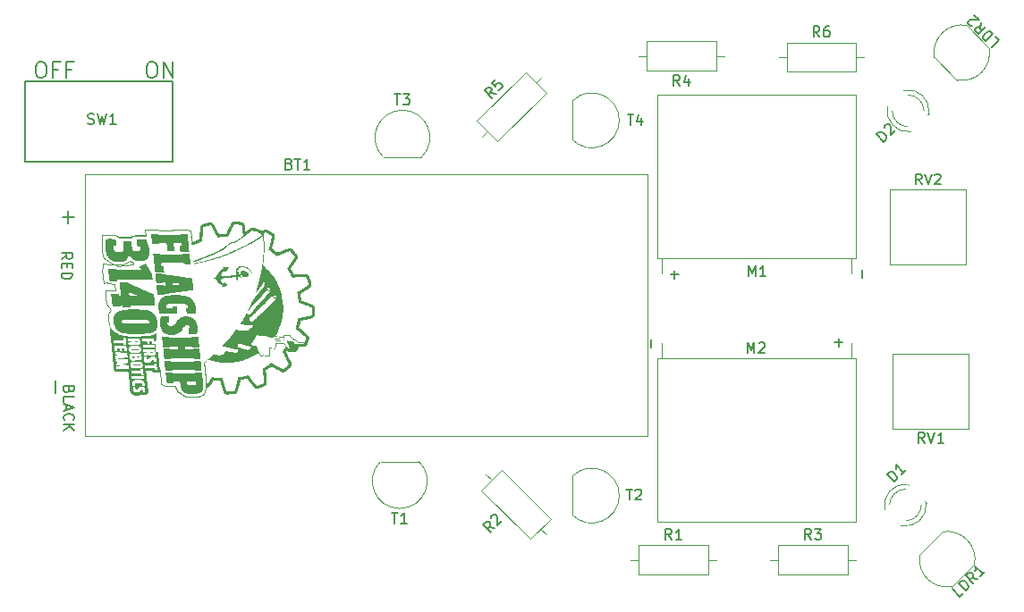
<source format=gbr>
%TF.GenerationSoftware,KiCad,Pcbnew,(6.0.2)*%
%TF.CreationDate,2022-05-16T22:42:21-04:00*%
%TF.ProjectId,Running MicroBug,52756e6e-696e-4672-904d-6963726f4275,0*%
%TF.SameCoordinates,Original*%
%TF.FileFunction,Legend,Top*%
%TF.FilePolarity,Positive*%
%FSLAX46Y46*%
G04 Gerber Fmt 4.6, Leading zero omitted, Abs format (unit mm)*
G04 Created by KiCad (PCBNEW (6.0.2)) date 2022-05-16 22:42:21*
%MOMM*%
%LPD*%
G01*
G04 APERTURE LIST*
%ADD10C,0.200000*%
%ADD11C,0.150000*%
%ADD12C,0.120000*%
%ADD13C,0.127000*%
%ADD14C,0.100000*%
G04 APERTURE END LIST*
D10*
X123871428Y-64078571D02*
X124157142Y-64078571D01*
X124300000Y-64150000D01*
X124442857Y-64292857D01*
X124514285Y-64578571D01*
X124514285Y-65078571D01*
X124442857Y-65364285D01*
X124300000Y-65507142D01*
X124157142Y-65578571D01*
X123871428Y-65578571D01*
X123728571Y-65507142D01*
X123585714Y-65364285D01*
X123514285Y-65078571D01*
X123514285Y-64578571D01*
X123585714Y-64292857D01*
X123728571Y-64150000D01*
X123871428Y-64078571D01*
X125657142Y-64792857D02*
X125157142Y-64792857D01*
X125157142Y-65578571D02*
X125157142Y-64078571D01*
X125871428Y-64078571D01*
X126942857Y-64792857D02*
X126442857Y-64792857D01*
X126442857Y-65578571D02*
X126442857Y-64078571D01*
X127157142Y-64078571D01*
X134371428Y-64078571D02*
X134657142Y-64078571D01*
X134800000Y-64150000D01*
X134942857Y-64292857D01*
X135014285Y-64578571D01*
X135014285Y-65078571D01*
X134942857Y-65364285D01*
X134800000Y-65507142D01*
X134657142Y-65578571D01*
X134371428Y-65578571D01*
X134228571Y-65507142D01*
X134085714Y-65364285D01*
X134014285Y-65078571D01*
X134014285Y-64578571D01*
X134085714Y-64292857D01*
X134228571Y-64150000D01*
X134371428Y-64078571D01*
X135657142Y-65578571D02*
X135657142Y-64078571D01*
X136514285Y-65578571D01*
X136514285Y-64078571D01*
D11*
%TO.C,BT1*%
X147514285Y-73728571D02*
X147657142Y-73776190D01*
X147704761Y-73823809D01*
X147752380Y-73919047D01*
X147752380Y-74061904D01*
X147704761Y-74157142D01*
X147657142Y-74204761D01*
X147561904Y-74252380D01*
X147180952Y-74252380D01*
X147180952Y-73252380D01*
X147514285Y-73252380D01*
X147609523Y-73300000D01*
X147657142Y-73347619D01*
X147704761Y-73442857D01*
X147704761Y-73538095D01*
X147657142Y-73633333D01*
X147609523Y-73680952D01*
X147514285Y-73728571D01*
X147180952Y-73728571D01*
X148038095Y-73252380D02*
X148609523Y-73252380D01*
X148323809Y-74252380D02*
X148323809Y-73252380D01*
X149466666Y-74252380D02*
X148895238Y-74252380D01*
X149180952Y-74252380D02*
X149180952Y-73252380D01*
X149085714Y-73395238D01*
X148990476Y-73490476D01*
X148895238Y-73538095D01*
X125419642Y-95443428D02*
X125419642Y-94300571D01*
X126683928Y-95110095D02*
X126636309Y-95252952D01*
X126588690Y-95300571D01*
X126493452Y-95348190D01*
X126350595Y-95348190D01*
X126255357Y-95300571D01*
X126207738Y-95252952D01*
X126160119Y-95157714D01*
X126160119Y-94776761D01*
X127160119Y-94776761D01*
X127160119Y-95110095D01*
X127112500Y-95205333D01*
X127064880Y-95252952D01*
X126969642Y-95300571D01*
X126874404Y-95300571D01*
X126779166Y-95252952D01*
X126731547Y-95205333D01*
X126683928Y-95110095D01*
X126683928Y-94776761D01*
X126160119Y-96252952D02*
X126160119Y-95776761D01*
X127160119Y-95776761D01*
X126445833Y-96538666D02*
X126445833Y-97014857D01*
X126160119Y-96443428D02*
X127160119Y-96776761D01*
X126160119Y-97110095D01*
X126255357Y-98014857D02*
X126207738Y-97967238D01*
X126160119Y-97824380D01*
X126160119Y-97729142D01*
X126207738Y-97586285D01*
X126302976Y-97491047D01*
X126398214Y-97443428D01*
X126588690Y-97395809D01*
X126731547Y-97395809D01*
X126922023Y-97443428D01*
X127017261Y-97491047D01*
X127112500Y-97586285D01*
X127160119Y-97729142D01*
X127160119Y-97824380D01*
X127112500Y-97967238D01*
X127064880Y-98014857D01*
X126160119Y-98443428D02*
X127160119Y-98443428D01*
X126160119Y-99014857D02*
X126731547Y-98586285D01*
X127160119Y-99014857D02*
X126588690Y-98443428D01*
X126041071Y-78779142D02*
X127183928Y-78779142D01*
X126612500Y-79350571D02*
X126612500Y-78207714D01*
X125960119Y-82729142D02*
X126436309Y-82395809D01*
X125960119Y-82157714D02*
X126960119Y-82157714D01*
X126960119Y-82538666D01*
X126912500Y-82633904D01*
X126864880Y-82681523D01*
X126769642Y-82729142D01*
X126626785Y-82729142D01*
X126531547Y-82681523D01*
X126483928Y-82633904D01*
X126436309Y-82538666D01*
X126436309Y-82157714D01*
X126483928Y-83157714D02*
X126483928Y-83491047D01*
X125960119Y-83633904D02*
X125960119Y-83157714D01*
X126960119Y-83157714D01*
X126960119Y-83633904D01*
X125960119Y-84062476D02*
X126960119Y-84062476D01*
X126960119Y-84300571D01*
X126912500Y-84443428D01*
X126817261Y-84538666D01*
X126722023Y-84586285D01*
X126531547Y-84633904D01*
X126388690Y-84633904D01*
X126198214Y-84586285D01*
X126102976Y-84538666D01*
X126007738Y-84443428D01*
X125960119Y-84300571D01*
X125960119Y-84062476D01*
%TO.C,SW1*%
X128466666Y-69904761D02*
X128609523Y-69952380D01*
X128847619Y-69952380D01*
X128942857Y-69904761D01*
X128990476Y-69857142D01*
X129038095Y-69761904D01*
X129038095Y-69666666D01*
X128990476Y-69571428D01*
X128942857Y-69523809D01*
X128847619Y-69476190D01*
X128657142Y-69428571D01*
X128561904Y-69380952D01*
X128514285Y-69333333D01*
X128466666Y-69238095D01*
X128466666Y-69142857D01*
X128514285Y-69047619D01*
X128561904Y-69000000D01*
X128657142Y-68952380D01*
X128895238Y-68952380D01*
X129038095Y-69000000D01*
X129371428Y-68952380D02*
X129609523Y-69952380D01*
X129800000Y-69238095D01*
X129990476Y-69952380D01*
X130228571Y-68952380D01*
X131133333Y-69952380D02*
X130561904Y-69952380D01*
X130847619Y-69952380D02*
X130847619Y-68952380D01*
X130752380Y-69095238D01*
X130657142Y-69190476D01*
X130561904Y-69238095D01*
%TO.C,RV2*%
X207404761Y-75673380D02*
X207071428Y-75197190D01*
X206833333Y-75673380D02*
X206833333Y-74673380D01*
X207214285Y-74673380D01*
X207309523Y-74721000D01*
X207357142Y-74768619D01*
X207404761Y-74863857D01*
X207404761Y-75006714D01*
X207357142Y-75101952D01*
X207309523Y-75149571D01*
X207214285Y-75197190D01*
X206833333Y-75197190D01*
X207690476Y-74673380D02*
X208023809Y-75673380D01*
X208357142Y-74673380D01*
X208642857Y-74768619D02*
X208690476Y-74721000D01*
X208785714Y-74673380D01*
X209023809Y-74673380D01*
X209119047Y-74721000D01*
X209166666Y-74768619D01*
X209214285Y-74863857D01*
X209214285Y-74959095D01*
X209166666Y-75101952D01*
X208595238Y-75673380D01*
X209214285Y-75673380D01*
%TO.C,RV1*%
X207684761Y-100162380D02*
X207351428Y-99686190D01*
X207113333Y-100162380D02*
X207113333Y-99162380D01*
X207494285Y-99162380D01*
X207589523Y-99210000D01*
X207637142Y-99257619D01*
X207684761Y-99352857D01*
X207684761Y-99495714D01*
X207637142Y-99590952D01*
X207589523Y-99638571D01*
X207494285Y-99686190D01*
X207113333Y-99686190D01*
X207970476Y-99162380D02*
X208303809Y-100162380D01*
X208637142Y-99162380D01*
X209494285Y-100162380D02*
X208922857Y-100162380D01*
X209208571Y-100162380D02*
X209208571Y-99162380D01*
X209113333Y-99305238D01*
X209018095Y-99400476D01*
X208922857Y-99448095D01*
%TO.C,D1*%
X204797969Y-103841793D02*
X204090862Y-103134687D01*
X204259221Y-102966328D01*
X204393908Y-102898984D01*
X204528595Y-102898984D01*
X204629610Y-102932656D01*
X204797969Y-103033671D01*
X204898984Y-103134687D01*
X205000000Y-103303045D01*
X205033671Y-103404061D01*
X205033671Y-103538748D01*
X204966328Y-103673435D01*
X204797969Y-103841793D01*
X205875465Y-102764297D02*
X205471404Y-103168358D01*
X205673435Y-102966328D02*
X204966328Y-102259221D01*
X205000000Y-102427580D01*
X205000000Y-102562267D01*
X204966328Y-102663282D01*
%TO.C,T3*%
X157480095Y-67118380D02*
X158051523Y-67118380D01*
X157765809Y-68118380D02*
X157765809Y-67118380D01*
X158289619Y-67118380D02*
X158908666Y-67118380D01*
X158575333Y-67499333D01*
X158718190Y-67499333D01*
X158813428Y-67546952D01*
X158861047Y-67594571D01*
X158908666Y-67689809D01*
X158908666Y-67927904D01*
X158861047Y-68023142D01*
X158813428Y-68070761D01*
X158718190Y-68118380D01*
X158432476Y-68118380D01*
X158337238Y-68070761D01*
X158289619Y-68023142D01*
%TO.C,R5*%
X167118289Y-67069786D02*
X166545869Y-66968771D01*
X166714228Y-67473847D02*
X166007121Y-66766741D01*
X166276495Y-66497366D01*
X166377510Y-66463695D01*
X166444854Y-66463695D01*
X166545869Y-66497366D01*
X166646884Y-66598382D01*
X166680556Y-66699397D01*
X166680556Y-66766741D01*
X166646884Y-66867756D01*
X166377510Y-67137130D01*
X167050946Y-65722916D02*
X166714228Y-66059634D01*
X167017274Y-66430023D01*
X167017274Y-66362679D01*
X167050946Y-66261664D01*
X167219304Y-66093305D01*
X167320320Y-66059634D01*
X167387663Y-66059634D01*
X167488678Y-66093305D01*
X167657037Y-66261664D01*
X167690709Y-66362679D01*
X167690709Y-66430023D01*
X167657037Y-66531038D01*
X167488678Y-66699397D01*
X167387663Y-66733069D01*
X167320320Y-66733069D01*
%TO.C,LDR1*%
X211343451Y-114397530D02*
X211006734Y-114734248D01*
X210299627Y-114027141D01*
X211579153Y-114161828D02*
X210872047Y-113454721D01*
X211040405Y-113286362D01*
X211175092Y-113219019D01*
X211309779Y-113219019D01*
X211410795Y-113252691D01*
X211579153Y-113353706D01*
X211680169Y-113454721D01*
X211781184Y-113623080D01*
X211814856Y-113724095D01*
X211814856Y-113858782D01*
X211747512Y-113993469D01*
X211579153Y-114161828D01*
X212690321Y-113050660D02*
X212117902Y-112949645D01*
X212286260Y-113454721D02*
X211579153Y-112747614D01*
X211848528Y-112478240D01*
X211949543Y-112444568D01*
X212016886Y-112444568D01*
X212117902Y-112478240D01*
X212218917Y-112579255D01*
X212252589Y-112680271D01*
X212252589Y-112747614D01*
X212218917Y-112848629D01*
X211949543Y-113118003D01*
X213363756Y-112377225D02*
X212959695Y-112781286D01*
X213161726Y-112579255D02*
X212454619Y-111872149D01*
X212488291Y-112040507D01*
X212488291Y-112175194D01*
X212454619Y-112276210D01*
%TO.C,T1*%
X157226095Y-106792380D02*
X157797523Y-106792380D01*
X157511809Y-107792380D02*
X157511809Y-106792380D01*
X158654666Y-107792380D02*
X158083238Y-107792380D01*
X158368952Y-107792380D02*
X158368952Y-106792380D01*
X158273714Y-106935238D01*
X158178476Y-107030476D01*
X158083238Y-107078095D01*
%TO.C,LDR2*%
X214397530Y-61656548D02*
X214734248Y-61993265D01*
X214027141Y-62700372D01*
X214161828Y-61420846D02*
X213454721Y-62127952D01*
X213286362Y-61959594D01*
X213219019Y-61824907D01*
X213219019Y-61690220D01*
X213252691Y-61589204D01*
X213353706Y-61420846D01*
X213454721Y-61319830D01*
X213623080Y-61218815D01*
X213724095Y-61185143D01*
X213858782Y-61185143D01*
X213993469Y-61252487D01*
X214161828Y-61420846D01*
X213050660Y-60309678D02*
X212949645Y-60882097D01*
X213454721Y-60713739D02*
X212747614Y-61420846D01*
X212478240Y-61151472D01*
X212444568Y-61050456D01*
X212444568Y-60983113D01*
X212478240Y-60882097D01*
X212579255Y-60781082D01*
X212680271Y-60747410D01*
X212747614Y-60747410D01*
X212848629Y-60781082D01*
X213118003Y-61050456D01*
X212141523Y-60680067D02*
X212074179Y-60680067D01*
X211973164Y-60646395D01*
X211804805Y-60478036D01*
X211771133Y-60377021D01*
X211771133Y-60309678D01*
X211804805Y-60208662D01*
X211872149Y-60141319D01*
X212006836Y-60073975D01*
X212814958Y-60073975D01*
X212377225Y-59636243D01*
%TO.C,T2*%
X179438095Y-104552380D02*
X180009523Y-104552380D01*
X179723809Y-105552380D02*
X179723809Y-104552380D01*
X180295238Y-104647619D02*
X180342857Y-104600000D01*
X180438095Y-104552380D01*
X180676190Y-104552380D01*
X180771428Y-104600000D01*
X180819047Y-104647619D01*
X180866666Y-104742857D01*
X180866666Y-104838095D01*
X180819047Y-104980952D01*
X180247619Y-105552380D01*
X180866666Y-105552380D01*
%TO.C,R3*%
X196937333Y-109334380D02*
X196604000Y-108858190D01*
X196365904Y-109334380D02*
X196365904Y-108334380D01*
X196746857Y-108334380D01*
X196842095Y-108382000D01*
X196889714Y-108429619D01*
X196937333Y-108524857D01*
X196937333Y-108667714D01*
X196889714Y-108762952D01*
X196842095Y-108810571D01*
X196746857Y-108858190D01*
X196365904Y-108858190D01*
X197270666Y-108334380D02*
X197889714Y-108334380D01*
X197556380Y-108715333D01*
X197699238Y-108715333D01*
X197794476Y-108762952D01*
X197842095Y-108810571D01*
X197889714Y-108905809D01*
X197889714Y-109143904D01*
X197842095Y-109239142D01*
X197794476Y-109286761D01*
X197699238Y-109334380D01*
X197413523Y-109334380D01*
X197318285Y-109286761D01*
X197270666Y-109239142D01*
%TO.C,M2*%
X190890476Y-91652380D02*
X190890476Y-90652380D01*
X191223809Y-91366666D01*
X191557142Y-90652380D01*
X191557142Y-91652380D01*
X191985714Y-90747619D02*
X192033333Y-90700000D01*
X192128571Y-90652380D01*
X192366666Y-90652380D01*
X192461904Y-90700000D01*
X192509523Y-90747619D01*
X192557142Y-90842857D01*
X192557142Y-90938095D01*
X192509523Y-91080952D01*
X191938095Y-91652380D01*
X192557142Y-91652380D01*
X181741428Y-91102952D02*
X181741428Y-90341047D01*
X199541428Y-91002952D02*
X199541428Y-90241047D01*
X199922380Y-90622000D02*
X199160476Y-90622000D01*
%TO.C,R6*%
X197733333Y-61682380D02*
X197400000Y-61206190D01*
X197161904Y-61682380D02*
X197161904Y-60682380D01*
X197542857Y-60682380D01*
X197638095Y-60730000D01*
X197685714Y-60777619D01*
X197733333Y-60872857D01*
X197733333Y-61015714D01*
X197685714Y-61110952D01*
X197638095Y-61158571D01*
X197542857Y-61206190D01*
X197161904Y-61206190D01*
X198590476Y-60682380D02*
X198400000Y-60682380D01*
X198304761Y-60730000D01*
X198257142Y-60777619D01*
X198161904Y-60920476D01*
X198114285Y-61110952D01*
X198114285Y-61491904D01*
X198161904Y-61587142D01*
X198209523Y-61634761D01*
X198304761Y-61682380D01*
X198495238Y-61682380D01*
X198590476Y-61634761D01*
X198638095Y-61587142D01*
X198685714Y-61491904D01*
X198685714Y-61253809D01*
X198638095Y-61158571D01*
X198590476Y-61110952D01*
X198495238Y-61063333D01*
X198304761Y-61063333D01*
X198209523Y-61110952D01*
X198161904Y-61158571D01*
X198114285Y-61253809D01*
%TO.C,R2*%
X167002030Y-108237732D02*
X166429610Y-108136717D01*
X166597969Y-108641793D02*
X165890862Y-107934687D01*
X166160236Y-107665312D01*
X166261251Y-107631641D01*
X166328595Y-107631641D01*
X166429610Y-107665312D01*
X166530625Y-107766328D01*
X166564297Y-107867343D01*
X166564297Y-107934687D01*
X166530625Y-108035702D01*
X166261251Y-108305076D01*
X166631641Y-107328595D02*
X166631641Y-107261251D01*
X166665312Y-107160236D01*
X166833671Y-106991877D01*
X166934687Y-106958206D01*
X167002030Y-106958206D01*
X167103045Y-106991877D01*
X167170389Y-107059221D01*
X167237732Y-107193908D01*
X167237732Y-108002030D01*
X167675465Y-107564297D01*
%TO.C,T4*%
X179538095Y-69048380D02*
X180109523Y-69048380D01*
X179823809Y-70048380D02*
X179823809Y-69048380D01*
X180871428Y-69381714D02*
X180871428Y-70048380D01*
X180633333Y-69000761D02*
X180395238Y-69715047D01*
X181014285Y-69715047D01*
%TO.C,D2*%
X203816907Y-71632803D02*
X203109800Y-70925697D01*
X203278159Y-70757338D01*
X203412846Y-70689994D01*
X203547533Y-70689994D01*
X203648548Y-70723666D01*
X203816907Y-70824681D01*
X203917922Y-70925697D01*
X204018938Y-71094055D01*
X204052609Y-71195071D01*
X204052609Y-71329758D01*
X203985266Y-71464445D01*
X203816907Y-71632803D01*
X203850579Y-70319605D02*
X203850579Y-70252261D01*
X203884250Y-70151246D01*
X204052609Y-69982887D01*
X204153625Y-69949216D01*
X204220968Y-69949216D01*
X204321983Y-69982887D01*
X204389327Y-70050231D01*
X204456670Y-70184918D01*
X204456670Y-70993040D01*
X204894403Y-70555307D01*
%TO.C,R4*%
X184491333Y-66322380D02*
X184158000Y-65846190D01*
X183919904Y-66322380D02*
X183919904Y-65322380D01*
X184300857Y-65322380D01*
X184396095Y-65370000D01*
X184443714Y-65417619D01*
X184491333Y-65512857D01*
X184491333Y-65655714D01*
X184443714Y-65750952D01*
X184396095Y-65798571D01*
X184300857Y-65846190D01*
X183919904Y-65846190D01*
X185348476Y-65655714D02*
X185348476Y-66322380D01*
X185110380Y-65274761D02*
X184872285Y-65989047D01*
X185491333Y-65989047D01*
%TO.C,M1*%
X190990476Y-84352380D02*
X190990476Y-83352380D01*
X191323809Y-84066666D01*
X191657142Y-83352380D01*
X191657142Y-84352380D01*
X192657142Y-84352380D02*
X192085714Y-84352380D01*
X192371428Y-84352380D02*
X192371428Y-83352380D01*
X192276190Y-83495238D01*
X192180952Y-83590476D01*
X192085714Y-83638095D01*
X183998571Y-83822047D02*
X183998571Y-84583952D01*
X183617619Y-84203000D02*
X184379523Y-84203000D01*
X201798571Y-83722047D02*
X201798571Y-84483952D01*
%TO.C,R1*%
X183729333Y-109334380D02*
X183396000Y-108858190D01*
X183157904Y-109334380D02*
X183157904Y-108334380D01*
X183538857Y-108334380D01*
X183634095Y-108382000D01*
X183681714Y-108429619D01*
X183729333Y-108524857D01*
X183729333Y-108667714D01*
X183681714Y-108762952D01*
X183634095Y-108810571D01*
X183538857Y-108858190D01*
X183157904Y-108858190D01*
X184681714Y-109334380D02*
X184110285Y-109334380D01*
X184396000Y-109334380D02*
X184396000Y-108334380D01*
X184300761Y-108477238D01*
X184205523Y-108572476D01*
X184110285Y-108620095D01*
D12*
%TO.C,BT1*%
X128212500Y-74722000D02*
X128212500Y-99522000D01*
X181412500Y-74717000D02*
X128212500Y-74717000D01*
X181412500Y-99522000D02*
X181412500Y-74722000D01*
X128212500Y-99527000D02*
X181412500Y-99527000D01*
D13*
%TO.C,SW1*%
X122515000Y-65890000D02*
X136485000Y-65890000D01*
X136485000Y-65890000D02*
X136485000Y-73510000D01*
X136485000Y-73510000D02*
X122515000Y-73510000D01*
X122515000Y-73510000D02*
X122515000Y-65890000D01*
D12*
%TO.C,G\u002A\u002A\u002A*%
X131039936Y-85680107D02*
X130987460Y-85090644D01*
X130923957Y-83219103D02*
X130453233Y-83019879D01*
X129800000Y-83800000D02*
X129900000Y-83500000D01*
X139272882Y-95637722D02*
X138982217Y-95777616D01*
X129900000Y-83200000D02*
X130757956Y-83265954D01*
X139463905Y-95490655D02*
X139272882Y-95637722D01*
X131991424Y-83172131D02*
X131708183Y-83262940D01*
X138300000Y-95800000D02*
X137713026Y-95762167D01*
X129825000Y-80450000D02*
X131097226Y-80446973D01*
X135580498Y-94671513D02*
X135411656Y-94530565D01*
X139640165Y-95024164D02*
X139463905Y-95490655D01*
X136250000Y-80000000D02*
X136700000Y-79991575D01*
X132546705Y-80683591D02*
X132565112Y-80519778D01*
X130757956Y-83265954D02*
X131156564Y-83291042D01*
X130117838Y-82773411D02*
X130000406Y-82649487D01*
X138982217Y-95777616D02*
X138839695Y-95806978D01*
X131097226Y-80446973D02*
X131184565Y-80588278D01*
X132770287Y-83293417D02*
X132791782Y-83079514D01*
X129775000Y-81750000D02*
X129775000Y-81375000D01*
X130453233Y-83019879D02*
X130117838Y-82773411D01*
X130507591Y-89042566D02*
X130400000Y-88400000D01*
X131334559Y-80592584D02*
X131386591Y-80676849D01*
X129775000Y-80925000D02*
X129825000Y-80450000D01*
X131243038Y-83396330D02*
X132770287Y-83293417D01*
X136850000Y-79925000D02*
X137928654Y-79932784D01*
X135411656Y-94530565D02*
X135288151Y-93242159D01*
X137713026Y-95762167D02*
X137400256Y-95629293D01*
X135175000Y-80036921D02*
X136250000Y-80000000D01*
X135816183Y-94783689D02*
X135580498Y-94671513D01*
X130400000Y-88400000D02*
X130400000Y-87900000D01*
X130987460Y-85090644D02*
X130367290Y-85066875D01*
X129775000Y-81375000D02*
X129775000Y-80925000D01*
X135121316Y-79948711D02*
X135175000Y-80036921D01*
X138143719Y-80050421D02*
X138335067Y-81325000D01*
X129900000Y-83500000D02*
X129900000Y-83200000D01*
X130400000Y-87900000D02*
X130611508Y-87588259D01*
X136875360Y-95168218D02*
X136730982Y-94789646D01*
X130508932Y-87339005D02*
X130200000Y-87000000D01*
X130367290Y-85066875D02*
X130213785Y-84939380D01*
X136730982Y-94789646D02*
X135816183Y-94783689D01*
X130393949Y-85692062D02*
X131039936Y-85680107D01*
X130000000Y-85000000D02*
X129800000Y-83800000D01*
X133891105Y-79940130D02*
X135121316Y-79948711D01*
X130213785Y-84939380D02*
X130000000Y-85000000D01*
X136700000Y-79991575D02*
X136850000Y-79925000D01*
X129800000Y-82100000D02*
X129775000Y-81750000D01*
X131184565Y-80588278D02*
X131334559Y-80592584D01*
X130100000Y-85700000D02*
X130393949Y-85692062D01*
X130611508Y-87588259D02*
X130508932Y-87339005D01*
X130100000Y-86400000D02*
X130100000Y-85700000D01*
X137400256Y-95629293D02*
X136875360Y-95168218D01*
X131708183Y-83262940D02*
X131218902Y-83296603D01*
X131386591Y-80676849D02*
X132546705Y-80683591D01*
X130000406Y-82649487D02*
X129800000Y-82100000D01*
X132454863Y-82909615D02*
X131991424Y-83172131D01*
X131218902Y-83296603D02*
X130923957Y-83219103D01*
X138839695Y-95806978D02*
X138300000Y-95800000D01*
X137998477Y-80037741D02*
X138143719Y-80050421D01*
X132791782Y-83079514D02*
X132454863Y-82909615D01*
X130200000Y-87000000D02*
X130100000Y-86400000D01*
X133947265Y-80511048D02*
X133891105Y-79940130D01*
X132565112Y-80519778D02*
X133947265Y-80511048D01*
X137928654Y-79932784D02*
X137998477Y-80037741D01*
X131156564Y-83291042D02*
X131243038Y-83396330D01*
G36*
X136845968Y-84360039D02*
G01*
X137033716Y-84386129D01*
X137205442Y-84410063D01*
X137361816Y-84431939D01*
X137503509Y-84451858D01*
X137631192Y-84469917D01*
X137745535Y-84486216D01*
X137847210Y-84500854D01*
X137936888Y-84513929D01*
X138015238Y-84525541D01*
X138082934Y-84535788D01*
X138140644Y-84544768D01*
X138189040Y-84552582D01*
X138228793Y-84559328D01*
X138260574Y-84565105D01*
X138285053Y-84570011D01*
X138302902Y-84574146D01*
X138314791Y-84577608D01*
X138321392Y-84580497D01*
X138322686Y-84581499D01*
X138327141Y-84592337D01*
X138332861Y-84617358D01*
X138339916Y-84657058D01*
X138348376Y-84711936D01*
X138358312Y-84782488D01*
X138369794Y-84869213D01*
X138382893Y-84972609D01*
X138397678Y-85093173D01*
X138412362Y-85215730D01*
X138425680Y-85330679D01*
X138436245Y-85428136D01*
X138444097Y-85508595D01*
X138449272Y-85572550D01*
X138451807Y-85620494D01*
X138451740Y-85652923D01*
X138449108Y-85670329D01*
X138446949Y-85673490D01*
X138437016Y-85675413D01*
X138410256Y-85679682D01*
X138367870Y-85686128D01*
X138311058Y-85694582D01*
X138241020Y-85704872D01*
X138158957Y-85716830D01*
X138066069Y-85730285D01*
X137963555Y-85745067D01*
X137852617Y-85761006D01*
X137734454Y-85777933D01*
X137610266Y-85795677D01*
X137481254Y-85814068D01*
X137348618Y-85832937D01*
X137213558Y-85852113D01*
X137077275Y-85871427D01*
X136940967Y-85890709D01*
X136805837Y-85909788D01*
X136673083Y-85928495D01*
X136543907Y-85946659D01*
X136419507Y-85964112D01*
X136301086Y-85980682D01*
X136189841Y-85996200D01*
X136086975Y-86010497D01*
X135993687Y-86023401D01*
X135911177Y-86034743D01*
X135840646Y-86044354D01*
X135783293Y-86052062D01*
X135740319Y-86057699D01*
X135712924Y-86061094D01*
X135702612Y-86062093D01*
X135697332Y-86069892D01*
X135695593Y-86084845D01*
X135689263Y-86108385D01*
X135677391Y-86125798D01*
X135671613Y-86130850D01*
X135664169Y-86134869D01*
X135653076Y-86137971D01*
X135636349Y-86140274D01*
X135612002Y-86141893D01*
X135578050Y-86142945D01*
X135532509Y-86143547D01*
X135473394Y-86143817D01*
X135398719Y-86143870D01*
X135370243Y-86143860D01*
X135299155Y-86143604D01*
X135233698Y-86142944D01*
X135176150Y-86141937D01*
X135128789Y-86140638D01*
X135093893Y-86139104D01*
X135073740Y-86137391D01*
X135069848Y-86136452D01*
X135065192Y-86125351D01*
X135058956Y-86098248D01*
X135051410Y-86057247D01*
X135042821Y-86004454D01*
X135033459Y-85941973D01*
X135023592Y-85871908D01*
X135013488Y-85796366D01*
X135003418Y-85717449D01*
X134993648Y-85637265D01*
X134984448Y-85557917D01*
X134976086Y-85481510D01*
X134968831Y-85410149D01*
X134962952Y-85345938D01*
X134958717Y-85290984D01*
X134956401Y-85247582D01*
X134953887Y-85174776D01*
X135081297Y-85168254D01*
X135130966Y-85166424D01*
X135188235Y-85165483D01*
X135250195Y-85165356D01*
X135313938Y-85165970D01*
X135376552Y-85167252D01*
X135435130Y-85169128D01*
X135486763Y-85171524D01*
X135528540Y-85174366D01*
X135557553Y-85177582D01*
X135570138Y-85180621D01*
X135582534Y-85194068D01*
X135594099Y-85217517D01*
X135596605Y-85224979D01*
X135607467Y-85261233D01*
X135685657Y-85262556D01*
X135744742Y-85262906D01*
X135789700Y-85261776D01*
X135819165Y-85259232D01*
X135831560Y-85255568D01*
X135832543Y-85244976D01*
X135831163Y-85220275D01*
X135827911Y-85185329D01*
X135823281Y-85144005D01*
X135817765Y-85100167D01*
X135811857Y-85057682D01*
X135808121Y-85033716D01*
X136449503Y-85033716D01*
X136454191Y-85058743D01*
X136458227Y-85082981D01*
X136462975Y-85115128D01*
X136464907Y-85129273D01*
X136470332Y-85156809D01*
X136477457Y-85176399D01*
X136481419Y-85181463D01*
X136495005Y-85184625D01*
X136521616Y-85187007D01*
X136556079Y-85188188D01*
X136564708Y-85188245D01*
X136595997Y-85187523D01*
X136640855Y-85185418D01*
X136696990Y-85182119D01*
X136762112Y-85177815D01*
X136833929Y-85172693D01*
X136910152Y-85166942D01*
X136988489Y-85160751D01*
X137066650Y-85154306D01*
X137142344Y-85147798D01*
X137213279Y-85141413D01*
X137277166Y-85135341D01*
X137331714Y-85129770D01*
X137374631Y-85124887D01*
X137403627Y-85120881D01*
X137415621Y-85118306D01*
X137421029Y-85112826D01*
X137411023Y-85107468D01*
X137388386Y-85102844D01*
X137355898Y-85099563D01*
X137324615Y-85098316D01*
X137298682Y-85097133D01*
X137258033Y-85094312D01*
X137206051Y-85090134D01*
X137146119Y-85084878D01*
X137081620Y-85078825D01*
X137042494Y-85074962D01*
X136920322Y-85063031D01*
X136810078Y-85053004D01*
X136712955Y-85044973D01*
X136630148Y-85039029D01*
X136562848Y-85035266D01*
X136512250Y-85033775D01*
X136507105Y-85033753D01*
X136449503Y-85033716D01*
X135808121Y-85033716D01*
X135806048Y-85020416D01*
X135800832Y-84992234D01*
X135796703Y-84977001D01*
X135795873Y-84975644D01*
X135783639Y-84971739D01*
X135757220Y-84967937D01*
X135720628Y-84964697D01*
X135682078Y-84962631D01*
X135577284Y-84958620D01*
X135577284Y-84994429D01*
X135574048Y-85022493D01*
X135566089Y-85045226D01*
X135564365Y-85047903D01*
X135560021Y-85052787D01*
X135553620Y-85056678D01*
X135543224Y-85059689D01*
X135526896Y-85061932D01*
X135502697Y-85063520D01*
X135468691Y-85064564D01*
X135422938Y-85065178D01*
X135363501Y-85065474D01*
X135288443Y-85065565D01*
X135259817Y-85065568D01*
X135177456Y-85065460D01*
X135111451Y-85065082D01*
X135059955Y-85064350D01*
X135021125Y-85063182D01*
X134993113Y-85061496D01*
X134974076Y-85059208D01*
X134962168Y-85056236D01*
X134955543Y-85052498D01*
X134954940Y-85051917D01*
X134948803Y-85037664D01*
X134941399Y-85006173D01*
X134932711Y-84957316D01*
X134922721Y-84890967D01*
X134911410Y-84806995D01*
X134898760Y-84705274D01*
X134884754Y-84585676D01*
X134869373Y-84448072D01*
X134867591Y-84431784D01*
X134858508Y-84347804D01*
X134851444Y-84280086D01*
X134846308Y-84226811D01*
X134843008Y-84186163D01*
X134841456Y-84156324D01*
X134841561Y-84135476D01*
X134843232Y-84121803D01*
X134846379Y-84113485D01*
X134850911Y-84108707D01*
X134851505Y-84108310D01*
X134864221Y-84105837D01*
X134892447Y-84103653D01*
X134933494Y-84101775D01*
X134984673Y-84100219D01*
X135043294Y-84099004D01*
X135106667Y-84098145D01*
X135172104Y-84097660D01*
X135236915Y-84097564D01*
X135298411Y-84097876D01*
X135353902Y-84098612D01*
X135400700Y-84099788D01*
X135436115Y-84101422D01*
X135457457Y-84103530D01*
X135461413Y-84104495D01*
X135482637Y-84118564D01*
X135494593Y-84135234D01*
X135506133Y-84156289D01*
X135515529Y-84166993D01*
X135526192Y-84169726D01*
X135553653Y-84174730D01*
X135596673Y-84181821D01*
X135654014Y-84190816D01*
X135724438Y-84201530D01*
X135806707Y-84213781D01*
X135899584Y-84227385D01*
X136001829Y-84242159D01*
X136112206Y-84257918D01*
X136229475Y-84274480D01*
X136352400Y-84291661D01*
X136419719Y-84300997D01*
X136449503Y-84305119D01*
X136641526Y-84331695D01*
X136845968Y-84360039D01*
G37*
G36*
X138543828Y-90104505D02*
G01*
X138606781Y-90105892D01*
X138669714Y-90108056D01*
X138729843Y-90110858D01*
X138784385Y-90114159D01*
X138830556Y-90117819D01*
X138865573Y-90121699D01*
X138886651Y-90125660D01*
X138891224Y-90127749D01*
X138897275Y-90142239D01*
X138904561Y-90174780D01*
X138913068Y-90225268D01*
X138922780Y-90293596D01*
X138933684Y-90379657D01*
X138945763Y-90483346D01*
X138959004Y-90604557D01*
X138962242Y-90635185D01*
X138973518Y-90744442D01*
X138982565Y-90836731D01*
X138989450Y-90913143D01*
X138994242Y-90974764D01*
X138997008Y-91022684D01*
X138997816Y-91057991D01*
X138996734Y-91081774D01*
X138993832Y-91095122D01*
X138991196Y-91098604D01*
X138979768Y-91100233D01*
X138952448Y-91101729D01*
X138911546Y-91103039D01*
X138859372Y-91104109D01*
X138798234Y-91104885D01*
X138730443Y-91105313D01*
X138700949Y-91105376D01*
X138615653Y-91105360D01*
X138546710Y-91104932D01*
X138492270Y-91103779D01*
X138450487Y-91101586D01*
X138419510Y-91098040D01*
X138397491Y-91092827D01*
X138382582Y-91085632D01*
X138372935Y-91076144D01*
X138366700Y-91064046D01*
X138362029Y-91049027D01*
X138361693Y-91047783D01*
X138352290Y-91012863D01*
X137658992Y-91012863D01*
X137665669Y-91092494D01*
X137670275Y-91141981D01*
X137676188Y-91198121D01*
X137682202Y-91249539D01*
X137682769Y-91254031D01*
X137693192Y-91335937D01*
X138380294Y-91340707D01*
X138380294Y-91310484D01*
X138384157Y-91283700D01*
X138393215Y-91262596D01*
X138397528Y-91257745D01*
X138403881Y-91253873D01*
X138414198Y-91250870D01*
X138430401Y-91248625D01*
X138454410Y-91247029D01*
X138488150Y-91245972D01*
X138533541Y-91245344D01*
X138592506Y-91245036D01*
X138666968Y-91244936D01*
X138702186Y-91244931D01*
X138789025Y-91245211D01*
X138862850Y-91246031D01*
X138922620Y-91247360D01*
X138967295Y-91249167D01*
X138995833Y-91251421D01*
X139007140Y-91254031D01*
X139011228Y-91266106D01*
X139016738Y-91294167D01*
X139023426Y-91336075D01*
X139031047Y-91389694D01*
X139039357Y-91452883D01*
X139048111Y-91523504D01*
X139057066Y-91599420D01*
X139065976Y-91678490D01*
X139074597Y-91758578D01*
X139082685Y-91837544D01*
X139089996Y-91913250D01*
X139096284Y-91983557D01*
X139101306Y-92046327D01*
X139104818Y-92099422D01*
X139105691Y-92116321D01*
X139111096Y-92232354D01*
X138815975Y-92232354D01*
X138729720Y-92232307D01*
X138659871Y-92231938D01*
X138604631Y-92230910D01*
X138562204Y-92228885D01*
X138530793Y-92225525D01*
X138508604Y-92220492D01*
X138493839Y-92213447D01*
X138484704Y-92204052D01*
X138479400Y-92191971D01*
X138476133Y-92176863D01*
X138474710Y-92168116D01*
X138468962Y-92132172D01*
X137398526Y-92134485D01*
X136328090Y-92136797D01*
X136323540Y-92182301D01*
X136318989Y-92227804D01*
X136012592Y-92227804D01*
X135939690Y-92227652D01*
X135872681Y-92227221D01*
X135813713Y-92226547D01*
X135764936Y-92225666D01*
X135728498Y-92224616D01*
X135706546Y-92223432D01*
X135700905Y-92222506D01*
X135697602Y-92211312D01*
X135692823Y-92184128D01*
X135686800Y-92143083D01*
X135679771Y-92090307D01*
X135671968Y-92027932D01*
X135663628Y-91958087D01*
X135654986Y-91882902D01*
X135646277Y-91804507D01*
X135637735Y-91725033D01*
X135629595Y-91646609D01*
X135622093Y-91571366D01*
X135615464Y-91501434D01*
X135609942Y-91438943D01*
X135605763Y-91386023D01*
X135603161Y-91344804D01*
X135602592Y-91331387D01*
X135600036Y-91254031D01*
X135727445Y-91246744D01*
X135790295Y-91243888D01*
X135857145Y-91242139D01*
X135925345Y-91241438D01*
X135992243Y-91241725D01*
X136055187Y-91242942D01*
X136111527Y-91245030D01*
X136158611Y-91247929D01*
X136193787Y-91251580D01*
X136214405Y-91255923D01*
X136217813Y-91257694D01*
X136228658Y-91276647D01*
X136232533Y-91305199D01*
X136232533Y-91340488D01*
X136612486Y-91340348D01*
X136697560Y-91340121D01*
X136775919Y-91339531D01*
X136845753Y-91338616D01*
X136905248Y-91337417D01*
X136952593Y-91335971D01*
X136985976Y-91334319D01*
X137003583Y-91332499D01*
X137005651Y-91331852D01*
X137010359Y-91326754D01*
X137013117Y-91316893D01*
X137013885Y-91299654D01*
X137012624Y-91272424D01*
X137009294Y-91232586D01*
X137003858Y-91177527D01*
X137003256Y-91171667D01*
X136997789Y-91120771D01*
X136992549Y-91076153D01*
X136987944Y-91040988D01*
X136984385Y-91018451D01*
X136982683Y-91011802D01*
X136972796Y-91010073D01*
X136946593Y-91008475D01*
X136905960Y-91007046D01*
X136852780Y-91005825D01*
X136788941Y-91004853D01*
X136716325Y-91004167D01*
X136636820Y-91003808D01*
X136596023Y-91003762D01*
X136214332Y-91003762D01*
X136214332Y-91039955D01*
X136213381Y-91059235D01*
X136209107Y-91074061D01*
X136199378Y-91085069D01*
X136182063Y-91092894D01*
X136155029Y-91098171D01*
X136116144Y-91101536D01*
X136063278Y-91103623D01*
X135995915Y-91105041D01*
X135895365Y-91106530D01*
X135811675Y-91107181D01*
X135743524Y-91106936D01*
X135689587Y-91105742D01*
X135648541Y-91103543D01*
X135619063Y-91100282D01*
X135599830Y-91095906D01*
X135589518Y-91090358D01*
X135587670Y-91087944D01*
X135583695Y-91073281D01*
X135578268Y-91042687D01*
X135571634Y-90998354D01*
X135564035Y-90942473D01*
X135555717Y-90877236D01*
X135546923Y-90804835D01*
X135537897Y-90727460D01*
X135528883Y-90647304D01*
X135520124Y-90566558D01*
X135511866Y-90487413D01*
X135504352Y-90412061D01*
X135497825Y-90342694D01*
X135492530Y-90281503D01*
X135488711Y-90230679D01*
X135486611Y-90192414D01*
X135486277Y-90177066D01*
X135486277Y-90122913D01*
X135629613Y-90116145D01*
X135682781Y-90114289D01*
X135742428Y-90113300D01*
X135805532Y-90113114D01*
X135869070Y-90113667D01*
X135930022Y-90114895D01*
X135985366Y-90116733D01*
X136032078Y-90119120D01*
X136067138Y-90121989D01*
X136087523Y-90125278D01*
X136089276Y-90125860D01*
X136103136Y-90138837D01*
X136110512Y-90156128D01*
X136115747Y-90178488D01*
X136119249Y-90191527D01*
X136123164Y-90193312D01*
X136134297Y-90194913D01*
X136153470Y-90196338D01*
X136181501Y-90197596D01*
X136219213Y-90198696D01*
X136267424Y-90199646D01*
X136326956Y-90200455D01*
X136398629Y-90201132D01*
X136483263Y-90201685D01*
X136581679Y-90202123D01*
X136694697Y-90202454D01*
X136823137Y-90202688D01*
X136967820Y-90202833D01*
X137129567Y-90202897D01*
X137196919Y-90202903D01*
X138271085Y-90202903D01*
X138271085Y-90172461D01*
X138273162Y-90148923D01*
X138280994Y-90131673D01*
X138296984Y-90119676D01*
X138323533Y-90111902D01*
X138363044Y-90107319D01*
X138417920Y-90104894D01*
X138428998Y-90104621D01*
X138483639Y-90104035D01*
X138543828Y-90104505D01*
G37*
G36*
X130639852Y-80841388D02*
G01*
X130718767Y-80841930D01*
X130795631Y-80842860D01*
X130868262Y-80844165D01*
X130934480Y-80845834D01*
X130992104Y-80847855D01*
X131038953Y-80850216D01*
X131072847Y-80852906D01*
X131091604Y-80855913D01*
X131094394Y-80857215D01*
X131097432Y-80867901D01*
X131102105Y-80893910D01*
X131108052Y-80932476D01*
X131114913Y-80980831D01*
X131122327Y-81036208D01*
X131129935Y-81095837D01*
X131137375Y-81156953D01*
X131144288Y-81216788D01*
X131150313Y-81272573D01*
X131155090Y-81321541D01*
X131155621Y-81327492D01*
X131160011Y-81381409D01*
X131162179Y-81419880D01*
X131162131Y-81445524D01*
X131159872Y-81460960D01*
X131155889Y-81468353D01*
X131143048Y-81473322D01*
X131115373Y-81479203D01*
X131076172Y-81485426D01*
X131028751Y-81491422D01*
X131010762Y-81493368D01*
X130876782Y-81507236D01*
X130878608Y-81598929D01*
X130885142Y-81698862D01*
X130900956Y-81784230D01*
X130926800Y-81856548D01*
X130963428Y-81917331D01*
X131011590Y-81968093D01*
X131072039Y-82010351D01*
X131086838Y-82018538D01*
X131134322Y-82040568D01*
X131186081Y-82057697D01*
X131246227Y-82070961D01*
X131318873Y-82081394D01*
X131350018Y-82084772D01*
X131439130Y-82088974D01*
X131524845Y-82082285D01*
X131614065Y-82063988D01*
X131651714Y-82053428D01*
X131717734Y-82024626D01*
X131773517Y-81981764D01*
X131817162Y-81926962D01*
X131846765Y-81862341D01*
X131855948Y-81825726D01*
X131858989Y-81807151D01*
X131861054Y-81787819D01*
X131862020Y-81765836D01*
X131861765Y-81739309D01*
X131860165Y-81706343D01*
X131857100Y-81665045D01*
X131852445Y-81613520D01*
X131846080Y-81549874D01*
X131837881Y-81472214D01*
X131827726Y-81378645D01*
X131826066Y-81363487D01*
X131817770Y-81286898D01*
X131811496Y-81226383D01*
X131807136Y-81179938D01*
X131804579Y-81145562D01*
X131803715Y-81121250D01*
X131804436Y-81105001D01*
X131806632Y-81094812D01*
X131810192Y-81088681D01*
X131810974Y-81087849D01*
X131818091Y-81083594D01*
X131831361Y-81080126D01*
X131852751Y-81077307D01*
X131884225Y-81074996D01*
X131927749Y-81073055D01*
X131985288Y-81071343D01*
X132058807Y-81069723D01*
X132069639Y-81069511D01*
X132142923Y-81068486D01*
X132217717Y-81068131D01*
X132289815Y-81068418D01*
X132355010Y-81069316D01*
X132409097Y-81070796D01*
X132437549Y-81072129D01*
X132560408Y-81079470D01*
X132571696Y-81124974D01*
X132575782Y-81145926D01*
X132581618Y-81182107D01*
X132588800Y-81230671D01*
X132596918Y-81288775D01*
X132605565Y-81353573D01*
X132614335Y-81422222D01*
X132614855Y-81426386D01*
X132626588Y-81517574D01*
X132637271Y-81592949D01*
X132647441Y-81654830D01*
X132657636Y-81705536D01*
X132668392Y-81747386D01*
X132680247Y-81782700D01*
X132693738Y-81813796D01*
X132709402Y-81842994D01*
X132712609Y-81848420D01*
X132748355Y-81893697D01*
X132797479Y-81931369D01*
X132861600Y-81962519D01*
X132906234Y-81978004D01*
X132968858Y-81991512D01*
X133042056Y-81998007D01*
X133120329Y-81997752D01*
X133198177Y-81991008D01*
X133270100Y-81978037D01*
X133330599Y-81959100D01*
X133334083Y-81957636D01*
X133378776Y-81932476D01*
X133418028Y-81899316D01*
X133446590Y-81862914D01*
X133453459Y-81849433D01*
X133461061Y-81821943D01*
X133467143Y-81781950D01*
X133471349Y-81735115D01*
X133473324Y-81687099D01*
X133472712Y-81643564D01*
X133469158Y-81610169D01*
X133468637Y-81607647D01*
X133464752Y-81592415D01*
X133459037Y-81581004D01*
X133448890Y-81572531D01*
X133431708Y-81566109D01*
X133404888Y-81560853D01*
X133365829Y-81555878D01*
X133311928Y-81550298D01*
X133295188Y-81548642D01*
X133241244Y-81543113D01*
X133202572Y-81537791D01*
X133176335Y-81531063D01*
X133159693Y-81521314D01*
X133149809Y-81506930D01*
X133143845Y-81486298D01*
X133139315Y-81459998D01*
X133126797Y-81374671D01*
X133114438Y-81277142D01*
X133102940Y-81173404D01*
X133093007Y-81069450D01*
X133091658Y-81053774D01*
X133087387Y-81000674D01*
X133085041Y-80962896D01*
X133084653Y-80937659D01*
X133086254Y-80922182D01*
X133089878Y-80913683D01*
X133093344Y-80910578D01*
X133105939Y-80908289D01*
X133134473Y-80906348D01*
X133176756Y-80904749D01*
X133230600Y-80903485D01*
X133293817Y-80902549D01*
X133364219Y-80901934D01*
X133439617Y-80901633D01*
X133517823Y-80901640D01*
X133596649Y-80901947D01*
X133673905Y-80902548D01*
X133747405Y-80903435D01*
X133814958Y-80904603D01*
X133874378Y-80906043D01*
X133923475Y-80907750D01*
X133960062Y-80909716D01*
X133981950Y-80911934D01*
X133987116Y-80913383D01*
X134002007Y-80931520D01*
X134020662Y-80965192D01*
X134042368Y-81012293D01*
X134066413Y-81070716D01*
X134092084Y-81138352D01*
X134118669Y-81213096D01*
X134145455Y-81292840D01*
X134171730Y-81375478D01*
X134196783Y-81458901D01*
X134219899Y-81541004D01*
X134240368Y-81619679D01*
X134257477Y-81692819D01*
X134267872Y-81743820D01*
X134277201Y-81804822D01*
X134284514Y-81875383D01*
X134289717Y-81951587D01*
X134292720Y-82029521D01*
X134293428Y-82105268D01*
X134291752Y-82174913D01*
X134287597Y-82234542D01*
X134280872Y-82280240D01*
X134280544Y-82281740D01*
X134261120Y-82356553D01*
X134236293Y-82432628D01*
X134207640Y-82506306D01*
X134176734Y-82573930D01*
X134145150Y-82631840D01*
X134114462Y-82676378D01*
X134106904Y-82685228D01*
X134079993Y-82710622D01*
X134041211Y-82741531D01*
X133994795Y-82775001D01*
X133944985Y-82808081D01*
X133896021Y-82837817D01*
X133859175Y-82857786D01*
X133806134Y-82880319D01*
X133740078Y-82901883D01*
X133666188Y-82921042D01*
X133589645Y-82936359D01*
X133558000Y-82941294D01*
X133511980Y-82945593D01*
X133453559Y-82947741D01*
X133387401Y-82947885D01*
X133318167Y-82946174D01*
X133250520Y-82942757D01*
X133189124Y-82937780D01*
X133138640Y-82931392D01*
X133117041Y-82927292D01*
X133020435Y-82898944D01*
X132920763Y-82857959D01*
X132822813Y-82806950D01*
X132731373Y-82748526D01*
X132651232Y-82685296D01*
X132621091Y-82656935D01*
X132575717Y-82606091D01*
X132527063Y-82541868D01*
X132477758Y-82468102D01*
X132430432Y-82388631D01*
X132405320Y-82342190D01*
X132386712Y-82307422D01*
X132370861Y-82279644D01*
X132359755Y-82262232D01*
X132355760Y-82258008D01*
X132351424Y-82266284D01*
X132343432Y-82289025D01*
X132332787Y-82323105D01*
X132320497Y-82365394D01*
X132315675Y-82382709D01*
X132300802Y-82433954D01*
X132284771Y-82484580D01*
X132269383Y-82529163D01*
X132256440Y-82562274D01*
X132254964Y-82565600D01*
X132206207Y-82652739D01*
X132142028Y-82735623D01*
X132065074Y-82812193D01*
X131977992Y-82880390D01*
X131883428Y-82938154D01*
X131784029Y-82983427D01*
X131682441Y-83014150D01*
X131676848Y-83015375D01*
X131612068Y-83025766D01*
X131534537Y-83032599D01*
X131449350Y-83035881D01*
X131361606Y-83035620D01*
X131276402Y-83031824D01*
X131198834Y-83024498D01*
X131138436Y-83014614D01*
X131018719Y-82984331D01*
X130901423Y-82945425D01*
X130802540Y-82904278D01*
X130680499Y-82837670D01*
X130569465Y-82756721D01*
X130469614Y-82661716D01*
X130381125Y-82552946D01*
X130304177Y-82430698D01*
X130238948Y-82295259D01*
X130185616Y-82146920D01*
X130144359Y-81985966D01*
X130115355Y-81812688D01*
X130112437Y-81788783D01*
X130106941Y-81726867D01*
X130103028Y-81651731D01*
X130100731Y-81568288D01*
X130100081Y-81481453D01*
X130101110Y-81396140D01*
X130103849Y-81317262D01*
X130108330Y-81249735D01*
X130108924Y-81243282D01*
X130115053Y-81188429D01*
X130123327Y-81127911D01*
X130133010Y-81066036D01*
X130143365Y-81007109D01*
X130153657Y-80955439D01*
X130163150Y-80915332D01*
X130167508Y-80900526D01*
X130178585Y-80874513D01*
X130190864Y-80856473D01*
X130196375Y-80852390D01*
X130213193Y-80849413D01*
X130245406Y-80846918D01*
X130290832Y-80844891D01*
X130347293Y-80843323D01*
X130412606Y-80842200D01*
X130484591Y-80841510D01*
X130561066Y-80841244D01*
X130639852Y-80841388D01*
G37*
G36*
X138851919Y-95803151D02*
G01*
X138850495Y-95805888D01*
X138839695Y-95806978D01*
X138838361Y-95805888D01*
X138839610Y-95800478D01*
X138844428Y-95799821D01*
X138851919Y-95803151D01*
G37*
G36*
X134068028Y-90053976D02*
G01*
X134092344Y-90050709D01*
X134098423Y-90049856D01*
X134235528Y-90028876D01*
X134356594Y-90006736D01*
X134463775Y-89982829D01*
X134559225Y-89956545D01*
X134645098Y-89927275D01*
X134723548Y-89894411D01*
X134796730Y-89857343D01*
X134813999Y-89847609D01*
X134858958Y-89822967D01*
X134891289Y-89808519D01*
X134913147Y-89803836D01*
X134926684Y-89808489D01*
X134934054Y-89822050D01*
X134934468Y-89823612D01*
X134937232Y-89840273D01*
X134941260Y-89872029D01*
X134946254Y-89915840D01*
X134951917Y-89968666D01*
X134957952Y-90027468D01*
X134964061Y-90089206D01*
X134969948Y-90150841D01*
X134975315Y-90209332D01*
X134979864Y-90261641D01*
X134983299Y-90304727D01*
X134985322Y-90335551D01*
X134985740Y-90347872D01*
X134985334Y-90364777D01*
X134982815Y-90378844D01*
X134976225Y-90392865D01*
X134963611Y-90409637D01*
X134943015Y-90431954D01*
X134912484Y-90462610D01*
X134889838Y-90484933D01*
X134793937Y-90579305D01*
X134835643Y-91062279D01*
X134843646Y-91154385D01*
X134851279Y-91241134D01*
X134858384Y-91320814D01*
X134864805Y-91391710D01*
X134870383Y-91452109D01*
X134874963Y-91500298D01*
X134878385Y-91534564D01*
X134880494Y-91553193D01*
X134880978Y-91556037D01*
X134890189Y-91562346D01*
X134912254Y-91559428D01*
X134914697Y-91558792D01*
X134944807Y-91552125D01*
X134981414Y-91545983D01*
X135019976Y-91540868D01*
X135055952Y-91537282D01*
X135084800Y-91535727D01*
X135101980Y-91536704D01*
X135104489Y-91537827D01*
X135106616Y-91543467D01*
X135109375Y-91557097D01*
X135112862Y-91579560D01*
X135117167Y-91611694D01*
X135122384Y-91654342D01*
X135128607Y-91708342D01*
X135135927Y-91774536D01*
X135144437Y-91853764D01*
X135154232Y-91946868D01*
X135165403Y-92054686D01*
X135178043Y-92178060D01*
X135192245Y-92317831D01*
X135208102Y-92474839D01*
X135208887Y-92482623D01*
X135221883Y-92610420D01*
X135236625Y-92753219D01*
X135252795Y-92908073D01*
X135270076Y-93072035D01*
X135288151Y-93242159D01*
X135306703Y-93415495D01*
X135325417Y-93589099D01*
X135343974Y-93760021D01*
X135362057Y-93925315D01*
X135379352Y-94082034D01*
X135395539Y-94227230D01*
X135410303Y-94357956D01*
X135413536Y-94386295D01*
X135420840Y-94450679D01*
X135427404Y-94509489D01*
X135432954Y-94560189D01*
X135437214Y-94600239D01*
X135439910Y-94627101D01*
X135440774Y-94638011D01*
X135444144Y-94644302D01*
X135456131Y-94648720D01*
X135479552Y-94651748D01*
X135517221Y-94653872D01*
X135537079Y-94654582D01*
X135584876Y-94656761D01*
X135617712Y-94660972D01*
X135638829Y-94669174D01*
X135651468Y-94683327D01*
X135658870Y-94705389D01*
X135663326Y-94730902D01*
X135669406Y-94771444D01*
X136733717Y-94771444D01*
X136750190Y-94810122D01*
X136760821Y-94837153D01*
X136774420Y-94874576D01*
X136788474Y-94915424D01*
X136792027Y-94926156D01*
X136807760Y-94970719D01*
X136827812Y-95022757D01*
X136848685Y-95073304D01*
X136855974Y-95089968D01*
X136872574Y-95127486D01*
X136886580Y-95159743D01*
X136896172Y-95182514D01*
X136899251Y-95190437D01*
X136908561Y-95207626D01*
X136927265Y-95234836D01*
X136952584Y-95268556D01*
X136981737Y-95305277D01*
X137011945Y-95341488D01*
X137040429Y-95373678D01*
X137062249Y-95396270D01*
X137107849Y-95435709D01*
X137165126Y-95478122D01*
X137228767Y-95519949D01*
X137293462Y-95557628D01*
X137333715Y-95578282D01*
X137373204Y-95597473D01*
X137420966Y-95620985D01*
X137469050Y-95644893D01*
X137488427Y-95654611D01*
X137554052Y-95684966D01*
X137626747Y-95714096D01*
X137701468Y-95740298D01*
X137773168Y-95761868D01*
X137836802Y-95777103D01*
X137866105Y-95782106D01*
X137919103Y-95789512D01*
X137956251Y-95795025D01*
X137979755Y-95799067D01*
X137991820Y-95802057D01*
X137994650Y-95804415D01*
X137991863Y-95806088D01*
X137974219Y-95807500D01*
X137942748Y-95805259D01*
X137901309Y-95800019D01*
X137853759Y-95792436D01*
X137803957Y-95783163D01*
X137755760Y-95772855D01*
X137713026Y-95762167D01*
X137687201Y-95754402D01*
X137627382Y-95732249D01*
X137556637Y-95702564D01*
X137479438Y-95667521D01*
X137400256Y-95629293D01*
X137323564Y-95590055D01*
X137253833Y-95551982D01*
X137195534Y-95517246D01*
X137183554Y-95509525D01*
X137121724Y-95463875D01*
X137057483Y-95407732D01*
X136996821Y-95346746D01*
X136945731Y-95286570D01*
X136942067Y-95281734D01*
X136909789Y-95232347D01*
X136875360Y-95168218D01*
X136840204Y-95092453D01*
X136805746Y-95008157D01*
X136773412Y-94918436D01*
X136768296Y-94903071D01*
X136730982Y-94789646D01*
X136355807Y-94789646D01*
X136266816Y-94789491D01*
X136176651Y-94789052D01*
X136088494Y-94788363D01*
X136005528Y-94787459D01*
X135930935Y-94786376D01*
X135867899Y-94785147D01*
X135819603Y-94783810D01*
X135816183Y-94783689D01*
X135651734Y-94777732D01*
X135645629Y-94737022D01*
X135641244Y-94708855D01*
X135635905Y-94690156D01*
X135626246Y-94678989D01*
X135608899Y-94673420D01*
X135580498Y-94671513D01*
X135537676Y-94671334D01*
X135531344Y-94671337D01*
X135490899Y-94670737D01*
X135457660Y-94669114D01*
X135435544Y-94666730D01*
X135428481Y-94664433D01*
X135426805Y-94654464D01*
X135423331Y-94627858D01*
X135418225Y-94586073D01*
X135411656Y-94530565D01*
X135403792Y-94462792D01*
X135394802Y-94384213D01*
X135384852Y-94296283D01*
X135374112Y-94200462D01*
X135362750Y-94098206D01*
X135353527Y-94014593D01*
X135282840Y-93371656D01*
X135257219Y-93407025D01*
X135226856Y-93441844D01*
X135190608Y-93469010D01*
X135146239Y-93489224D01*
X135091515Y-93503189D01*
X135024200Y-93511607D01*
X134942060Y-93515181D01*
X134912311Y-93515416D01*
X134830590Y-93513300D01*
X134763925Y-93506111D01*
X134709634Y-93492860D01*
X134665037Y-93472559D01*
X134627451Y-93444219D01*
X134594195Y-93406851D01*
X134585503Y-93394933D01*
X134567974Y-93370434D01*
X134553604Y-93351091D01*
X134548709Y-93344913D01*
X134541337Y-93341515D01*
X134524586Y-93338806D01*
X134496960Y-93336726D01*
X134456965Y-93335218D01*
X134403106Y-93334223D01*
X134333887Y-93333683D01*
X134257326Y-93333537D01*
X134177392Y-93333630D01*
X134113851Y-93333970D01*
X134064897Y-93334643D01*
X134028723Y-93335737D01*
X134003522Y-93337340D01*
X133987488Y-93339540D01*
X133978812Y-93342424D01*
X133975690Y-93346080D01*
X133975564Y-93347215D01*
X133976572Y-93360360D01*
X133979368Y-93388387D01*
X133983612Y-93428100D01*
X133988964Y-93476306D01*
X133994226Y-93522403D01*
X134001438Y-93584593D01*
X134007626Y-93637285D01*
X134013398Y-93685453D01*
X134019358Y-93734073D01*
X134026116Y-93788121D01*
X134034276Y-93852571D01*
X134039452Y-93893229D01*
X134045167Y-93953799D01*
X134047637Y-94016693D01*
X134046941Y-94077075D01*
X134043161Y-94130106D01*
X134036378Y-94170951D01*
X134034711Y-94177088D01*
X134027223Y-94204955D01*
X134026179Y-94223964D01*
X134032422Y-94242575D01*
X134043261Y-94262921D01*
X134062753Y-94306933D01*
X134080775Y-94364485D01*
X134096801Y-94431753D01*
X134110305Y-94504911D01*
X134120758Y-94580135D01*
X134127636Y-94653600D01*
X134130411Y-94721482D01*
X134128557Y-94779954D01*
X134121547Y-94825192D01*
X134120968Y-94827340D01*
X134117425Y-94845478D01*
X134117931Y-94864732D01*
X134123272Y-94889663D01*
X134134236Y-94924834D01*
X134141364Y-94945649D01*
X134170966Y-95030814D01*
X134171097Y-95217378D01*
X134171070Y-95280326D01*
X134170685Y-95328062D01*
X134169638Y-95363573D01*
X134167626Y-95389849D01*
X134164344Y-95409877D01*
X134159490Y-95426647D01*
X134152758Y-95443146D01*
X134146838Y-95455980D01*
X134112156Y-95513661D01*
X134066287Y-95566122D01*
X134014128Y-95608240D01*
X133985798Y-95624522D01*
X133967234Y-95633358D01*
X133950689Y-95639836D01*
X133932959Y-95644321D01*
X133910843Y-95647179D01*
X133881134Y-95648777D01*
X133840631Y-95649481D01*
X133786128Y-95649656D01*
X133765773Y-95649660D01*
X133596935Y-95649660D01*
X133537197Y-95619338D01*
X133477458Y-95589016D01*
X133423913Y-95616018D01*
X133375781Y-95638863D01*
X133331889Y-95655850D01*
X133288068Y-95667788D01*
X133240146Y-95675488D01*
X133183951Y-95679757D01*
X133115312Y-95681405D01*
X133086328Y-95681512D01*
X133010417Y-95680662D01*
X132949008Y-95677681D01*
X132898462Y-95671927D01*
X132855140Y-95662754D01*
X132815405Y-95649519D01*
X132775616Y-95631578D01*
X132760623Y-95623867D01*
X132715340Y-95594873D01*
X132665552Y-95554661D01*
X132615923Y-95507731D01*
X132571120Y-95458586D01*
X132535811Y-95411727D01*
X132528345Y-95399772D01*
X132502550Y-95351781D01*
X132482903Y-95303993D01*
X132468561Y-95252680D01*
X132458683Y-95194110D01*
X132452428Y-95124557D01*
X132449187Y-95049015D01*
X132446962Y-94987672D01*
X132722228Y-94987672D01*
X132722545Y-95041732D01*
X132725713Y-95095538D01*
X132728872Y-95124652D01*
X132735862Y-95164638D01*
X132745626Y-95203677D01*
X132755250Y-95231287D01*
X132780562Y-95274018D01*
X132816978Y-95317506D01*
X132858773Y-95355760D01*
X132899958Y-95382662D01*
X132917805Y-95390818D01*
X132935447Y-95396572D01*
X132956472Y-95400341D01*
X132984469Y-95402539D01*
X133023028Y-95403579D01*
X133075737Y-95403877D01*
X133083697Y-95403883D01*
X133224758Y-95403942D01*
X133288463Y-95370735D01*
X133324554Y-95350871D01*
X133351917Y-95332203D01*
X133375004Y-95310536D01*
X133398267Y-95281671D01*
X133426158Y-95241413D01*
X133427024Y-95240117D01*
X133452946Y-95205060D01*
X133483011Y-95169743D01*
X133505478Y-95146835D01*
X133540798Y-95119491D01*
X133570883Y-95108541D01*
X133597864Y-95113737D01*
X133622373Y-95133196D01*
X133642426Y-95156528D01*
X133655251Y-95178083D01*
X133662003Y-95202561D01*
X133663836Y-95234663D01*
X133661906Y-95279088D01*
X133661100Y-95290858D01*
X133654696Y-95381190D01*
X133754967Y-95381190D01*
X133805741Y-95380898D01*
X133842839Y-95378378D01*
X133868385Y-95371166D01*
X133884498Y-95356797D01*
X133893301Y-95332806D01*
X133896916Y-95296728D01*
X133897462Y-95246098D01*
X133897257Y-95215866D01*
X133896463Y-95160889D01*
X133894686Y-95119957D01*
X133891452Y-95088925D01*
X133886288Y-95063642D01*
X133878718Y-95039962D01*
X133876450Y-95033951D01*
X133845823Y-94973436D01*
X133804883Y-94920550D01*
X133756812Y-94878496D01*
X133704797Y-94850478D01*
X133688893Y-94845287D01*
X133655569Y-94839546D01*
X133609570Y-94836169D01*
X133556255Y-94835079D01*
X133500985Y-94836198D01*
X133449121Y-94839452D01*
X133406023Y-94844764D01*
X133384102Y-94849619D01*
X133355436Y-94858877D01*
X133331945Y-94869141D01*
X133310723Y-94882856D01*
X133288864Y-94902466D01*
X133263462Y-94930415D01*
X133231610Y-94969148D01*
X133210615Y-94995523D01*
X133170244Y-95045085D01*
X133137762Y-95081034D01*
X133110990Y-95104923D01*
X133087752Y-95118301D01*
X133065868Y-95122722D01*
X133043161Y-95119735D01*
X133038198Y-95118347D01*
X133012690Y-95109293D01*
X132994402Y-95097840D01*
X132982099Y-95081005D01*
X132974541Y-95055806D01*
X132970492Y-95019261D01*
X132968714Y-94968388D01*
X132968443Y-94950231D01*
X132966948Y-94830599D01*
X132861954Y-94830599D01*
X132809109Y-94831444D01*
X132772799Y-94834087D01*
X132751429Y-94838688D01*
X132745218Y-94842352D01*
X132736257Y-94860696D01*
X132729297Y-94893480D01*
X132724550Y-94937030D01*
X132722228Y-94987672D01*
X132446962Y-94987672D01*
X132446791Y-94982966D01*
X132443562Y-94931910D01*
X132439169Y-94892644D01*
X132433284Y-94861968D01*
X132428017Y-94843646D01*
X132420890Y-94812463D01*
X132414696Y-94766829D01*
X132409574Y-94710473D01*
X132405659Y-94647129D01*
X132403088Y-94580526D01*
X132401997Y-94514398D01*
X132402147Y-94496810D01*
X132684333Y-94496810D01*
X132685023Y-94562162D01*
X132685171Y-94572760D01*
X132686309Y-94629620D01*
X132687964Y-94680297D01*
X132689992Y-94721969D01*
X132692249Y-94751815D01*
X132694589Y-94767013D01*
X132695192Y-94768215D01*
X132708710Y-94772875D01*
X132735574Y-94776355D01*
X132770965Y-94778583D01*
X132810061Y-94779489D01*
X132848042Y-94779003D01*
X132861954Y-94778157D01*
X132880088Y-94777055D01*
X132901377Y-94773575D01*
X132906418Y-94771292D01*
X132912497Y-94763111D01*
X132915889Y-94748759D01*
X132916836Y-94724833D01*
X132915584Y-94687935D01*
X132914175Y-94663011D01*
X132912084Y-94607525D01*
X132914403Y-94566798D01*
X132922375Y-94537664D01*
X132937242Y-94516958D01*
X132960245Y-94501516D01*
X132981121Y-94492425D01*
X132997297Y-94486970D01*
X133015619Y-94482821D01*
X133038725Y-94479808D01*
X133069254Y-94477759D01*
X133109843Y-94476501D01*
X133163130Y-94475863D01*
X133231753Y-94475673D01*
X133238409Y-94475672D01*
X133316164Y-94475890D01*
X133378025Y-94476730D01*
X133426295Y-94478476D01*
X133463278Y-94481410D01*
X133491279Y-94485813D01*
X133512599Y-94491968D01*
X133529544Y-94500156D01*
X133544418Y-94510661D01*
X133547963Y-94513582D01*
X133575721Y-94543185D01*
X133596388Y-94580763D01*
X133611330Y-94629637D01*
X133621913Y-94693129D01*
X133621952Y-94693442D01*
X133632656Y-94780545D01*
X133729565Y-94780545D01*
X133780978Y-94780278D01*
X133816682Y-94777690D01*
X133839169Y-94770101D01*
X133850928Y-94754828D01*
X133854448Y-94729191D01*
X133852221Y-94690509D01*
X133848405Y-94652584D01*
X133837205Y-94560778D01*
X133823520Y-94484954D01*
X133806241Y-94422945D01*
X133784264Y-94372581D01*
X133756482Y-94331698D01*
X133721789Y-94298126D01*
X133679079Y-94269698D01*
X133643820Y-94251699D01*
X133588385Y-94231631D01*
X133517882Y-94215343D01*
X133435101Y-94203097D01*
X133342832Y-94195154D01*
X133243864Y-94191777D01*
X133140989Y-94193227D01*
X133065496Y-94197449D01*
X132981599Y-94205259D01*
X132913227Y-94215514D01*
X132857780Y-94229032D01*
X132812653Y-94246632D01*
X132775244Y-94269133D01*
X132742951Y-94297356D01*
X132740700Y-94299687D01*
X132722058Y-94319785D01*
X132707905Y-94337850D01*
X132697667Y-94356712D01*
X132690767Y-94379206D01*
X132686629Y-94408165D01*
X132684676Y-94446422D01*
X132684333Y-94496810D01*
X132402147Y-94496810D01*
X132402524Y-94452476D01*
X132404804Y-94398490D01*
X132408974Y-94356173D01*
X132409954Y-94349977D01*
X132415559Y-94315022D01*
X132417250Y-94291869D01*
X132414350Y-94274411D01*
X132406182Y-94256539D01*
X132398029Y-94242320D01*
X132380765Y-94206516D01*
X132366507Y-94162121D01*
X132354732Y-94106705D01*
X132344916Y-94037837D01*
X132336980Y-93958312D01*
X132332573Y-93899401D01*
X132331509Y-93872150D01*
X132610462Y-93872150D01*
X132611374Y-93893014D01*
X132613842Y-93926895D01*
X132617465Y-93968714D01*
X132620896Y-94004179D01*
X132631330Y-94107095D01*
X133777523Y-94107095D01*
X133770996Y-94013813D01*
X133767573Y-93969892D01*
X133763748Y-93928675D01*
X133760110Y-93896206D01*
X133758379Y-93884128D01*
X133752290Y-93847725D01*
X133181376Y-93845382D01*
X132610462Y-93843038D01*
X132610462Y-93872150D01*
X132331509Y-93872150D01*
X132330817Y-93854424D01*
X132331713Y-93819311D01*
X132335263Y-93789988D01*
X132337025Y-93780849D01*
X132342592Y-93749216D01*
X132342416Y-93726227D01*
X132335676Y-93703001D01*
X132328193Y-93685377D01*
X132318556Y-93657034D01*
X132308469Y-93616053D01*
X132299168Y-93567919D01*
X132293793Y-93532940D01*
X132279015Y-93424544D01*
X131655254Y-93424484D01*
X131533288Y-93424452D01*
X131428203Y-93424359D01*
X131338680Y-93424172D01*
X131263400Y-93423854D01*
X131201043Y-93423373D01*
X131150289Y-93422693D01*
X131109819Y-93421781D01*
X131078313Y-93420601D01*
X131054452Y-93419121D01*
X131036916Y-93417305D01*
X131024386Y-93415119D01*
X131015541Y-93412528D01*
X131009063Y-93409499D01*
X131005966Y-93407592D01*
X130994237Y-93399643D01*
X130984280Y-93391506D01*
X130975767Y-93381575D01*
X130968367Y-93368244D01*
X130967006Y-93364473D01*
X132556607Y-93364473D01*
X132557764Y-93388343D01*
X132561228Y-93424548D01*
X132566141Y-93468822D01*
X132571040Y-93508030D01*
X132575928Y-93540586D01*
X132580108Y-93562136D01*
X132582068Y-93568111D01*
X132592316Y-93570288D01*
X132610462Y-93571812D01*
X132619610Y-93572581D01*
X132662795Y-93574946D01*
X132720714Y-93577339D01*
X132792213Y-93579714D01*
X132876138Y-93582028D01*
X132971331Y-93584236D01*
X133036071Y-93585544D01*
X133127956Y-93587467D01*
X133213201Y-93589573D01*
X133290157Y-93591800D01*
X133357174Y-93594086D01*
X133412604Y-93596371D01*
X133454797Y-93598593D01*
X133482104Y-93600689D01*
X133492875Y-93602598D01*
X133492893Y-93602615D01*
X133497698Y-93614908D01*
X133503522Y-93640774D01*
X133509424Y-93675689D01*
X133512132Y-93695289D01*
X133522911Y-93779470D01*
X133630929Y-93779470D01*
X133676993Y-93779221D01*
X133707836Y-93778183D01*
X133726433Y-93775915D01*
X133735761Y-93771980D01*
X133738797Y-93765937D01*
X133738926Y-93763544D01*
X133737948Y-93750514D01*
X133735204Y-93721952D01*
X133730959Y-93680413D01*
X133725479Y-93628454D01*
X133719029Y-93568630D01*
X133712202Y-93506450D01*
X133704668Y-93438065D01*
X133697457Y-93371973D01*
X133690922Y-93311454D01*
X133685416Y-93259788D01*
X133681290Y-93220258D01*
X133679194Y-93199302D01*
X133672890Y-93133322D01*
X133448745Y-93133322D01*
X133454106Y-93227997D01*
X133459468Y-93322672D01*
X133019039Y-93325829D01*
X132930973Y-93326607D01*
X132848314Y-93327619D01*
X132772876Y-93328824D01*
X132706469Y-93330179D01*
X132650906Y-93331643D01*
X132608000Y-93333172D01*
X132579562Y-93334725D01*
X132567405Y-93336259D01*
X132567234Y-93336349D01*
X132561317Y-93341527D01*
X132557783Y-93349885D01*
X132556607Y-93364473D01*
X130967006Y-93364473D01*
X130961750Y-93349904D01*
X130955588Y-93324951D01*
X130949550Y-93291777D01*
X130943307Y-93248776D01*
X130936529Y-93194341D01*
X130928886Y-93126865D01*
X130920049Y-93044742D01*
X130909687Y-92946365D01*
X130907980Y-92930092D01*
X130898410Y-92838902D01*
X130887309Y-92733122D01*
X130875045Y-92616265D01*
X130861986Y-92491842D01*
X130848502Y-92363367D01*
X130841847Y-92299965D01*
X131099834Y-92299965D01*
X131101422Y-92327704D01*
X131106612Y-92368399D01*
X131113584Y-92415595D01*
X131119785Y-92454834D01*
X131125479Y-92487240D01*
X131129902Y-92508644D01*
X131131799Y-92514796D01*
X131141994Y-92517795D01*
X131166972Y-92521159D01*
X131203331Y-92524536D01*
X131247666Y-92527573D01*
X131263575Y-92528446D01*
X131309347Y-92531270D01*
X131347825Y-92534531D01*
X131375756Y-92537885D01*
X131389887Y-92540986D01*
X131390971Y-92541946D01*
X131382687Y-92546685D01*
X131359901Y-92555044D01*
X131325710Y-92565999D01*
X131283211Y-92578527D01*
X131263643Y-92584007D01*
X131136315Y-92619133D01*
X131136284Y-92669187D01*
X131139665Y-92724708D01*
X131150089Y-92764203D01*
X131167858Y-92788551D01*
X131179519Y-92795291D01*
X131198261Y-92801201D01*
X131230122Y-92809691D01*
X131270412Y-92819562D01*
X131308505Y-92828301D01*
X131369118Y-92841936D01*
X131414100Y-92852553D01*
X131445647Y-92860808D01*
X131465955Y-92867358D01*
X131477219Y-92872857D01*
X131481636Y-92877961D01*
X131481978Y-92880096D01*
X131475251Y-92883903D01*
X131454345Y-92886249D01*
X131418168Y-92887174D01*
X131365630Y-92886715D01*
X131322716Y-92885707D01*
X131163454Y-92881326D01*
X131163454Y-92901702D01*
X131164423Y-92922251D01*
X131166996Y-92955196D01*
X131170668Y-92995515D01*
X131174935Y-93038190D01*
X131179295Y-93078200D01*
X131183242Y-93110525D01*
X131186274Y-93130144D01*
X131186469Y-93131047D01*
X131191103Y-93151523D01*
X132331090Y-93151523D01*
X132325568Y-93062792D01*
X132321412Y-93013118D01*
X132315336Y-92962359D01*
X132307984Y-92914214D01*
X132300001Y-92872384D01*
X132292031Y-92840567D01*
X132284720Y-92822464D01*
X132283408Y-92820829D01*
X132272071Y-92816330D01*
X132245829Y-92809106D01*
X132207653Y-92799873D01*
X132160511Y-92789351D01*
X132108109Y-92778408D01*
X132021022Y-92760315D01*
X131951409Y-92744755D01*
X131951353Y-92744741D01*
X132476043Y-92744741D01*
X132483100Y-92806730D01*
X132499375Y-92864278D01*
X132525185Y-92921093D01*
X132557284Y-92971025D01*
X132586758Y-93003173D01*
X132614241Y-93024557D01*
X132644958Y-93042286D01*
X132680775Y-93056672D01*
X132723563Y-93068028D01*
X132775190Y-93076668D01*
X132837523Y-93082906D01*
X132912432Y-93087055D01*
X133001785Y-93089427D01*
X133106449Y-93090335D01*
X133216119Y-93089538D01*
X133309269Y-93086276D01*
X133387461Y-93080154D01*
X133448745Y-93071286D01*
X133452259Y-93070777D01*
X133505225Y-93057750D01*
X133547923Y-93040679D01*
X133581916Y-93019169D01*
X133608765Y-92992826D01*
X133630035Y-92961254D01*
X133632015Y-92957606D01*
X133641068Y-92938348D01*
X133646971Y-92918305D01*
X133650353Y-92893010D01*
X133651841Y-92857992D01*
X133652080Y-92814798D01*
X133652057Y-92813834D01*
X133848155Y-92813834D01*
X133849010Y-92829846D01*
X133851316Y-92859236D01*
X133854683Y-92897275D01*
X133857345Y-92925317D01*
X133861637Y-92966893D01*
X133865831Y-93003346D01*
X133869343Y-93029783D01*
X133870998Y-93039356D01*
X133875460Y-93059148D01*
X134320944Y-93062107D01*
X134438165Y-93063068D01*
X134537474Y-93064278D01*
X134619158Y-93065746D01*
X134683505Y-93067479D01*
X134730801Y-93069485D01*
X134761336Y-93071773D01*
X134775395Y-93074350D01*
X134776239Y-93074885D01*
X134782739Y-93088512D01*
X134789964Y-93114313D01*
X134795712Y-93143140D01*
X134802043Y-93184074D01*
X134807242Y-93212039D01*
X134814535Y-93229469D01*
X134827151Y-93238798D01*
X134848316Y-93242462D01*
X134881260Y-93242895D01*
X134927482Y-93242530D01*
X135041790Y-93242530D01*
X135036671Y-93217503D01*
X135033191Y-93196470D01*
X135028182Y-93160757D01*
X135021979Y-93113240D01*
X135014917Y-93056795D01*
X135007332Y-92994299D01*
X134999557Y-92928626D01*
X134991929Y-92862652D01*
X134984782Y-92799254D01*
X134978451Y-92741307D01*
X134973271Y-92691688D01*
X134969576Y-92653272D01*
X134967703Y-92628934D01*
X134967538Y-92623942D01*
X134958692Y-92619706D01*
X134933103Y-92616667D01*
X134892202Y-92614943D01*
X134855519Y-92614583D01*
X134743500Y-92614583D01*
X134750905Y-92680563D01*
X134754611Y-92709491D01*
X134757336Y-92732520D01*
X134757301Y-92750359D01*
X134752729Y-92763718D01*
X134741839Y-92773303D01*
X134722855Y-92779825D01*
X134693997Y-92783992D01*
X134653487Y-92786511D01*
X134599547Y-92788094D01*
X134530397Y-92789446D01*
X134474815Y-92790574D01*
X134394481Y-92792193D01*
X134309850Y-92793647D01*
X134225498Y-92794876D01*
X134146006Y-92795817D01*
X134075952Y-92796411D01*
X134024135Y-92796597D01*
X133963415Y-92796688D01*
X133918519Y-92797119D01*
X133887069Y-92798121D01*
X133866687Y-92799928D01*
X133854997Y-92802773D01*
X133849620Y-92806887D01*
X133848180Y-92812505D01*
X133848155Y-92813834D01*
X133652057Y-92813834D01*
X133650592Y-92752074D01*
X133645765Y-92702911D01*
X133636555Y-92662817D01*
X133621918Y-92627296D01*
X133600811Y-92591856D01*
X133600037Y-92590702D01*
X133573654Y-92555884D01*
X133544202Y-92526700D01*
X133509948Y-92502698D01*
X133469159Y-92483427D01*
X133420102Y-92468433D01*
X133361042Y-92457266D01*
X133290247Y-92449472D01*
X133205984Y-92444600D01*
X133106518Y-92442198D01*
X133028855Y-92441745D01*
X132931079Y-92442446D01*
X132849246Y-92444765D01*
X132781150Y-92448906D01*
X132724587Y-92455076D01*
X132677353Y-92463478D01*
X132637243Y-92474319D01*
X132622059Y-92479623D01*
X132572882Y-92504689D01*
X132531002Y-92538824D01*
X132500138Y-92578338D01*
X132484754Y-92615892D01*
X132476470Y-92677031D01*
X132476043Y-92744741D01*
X131951353Y-92744741D01*
X131898741Y-92731588D01*
X131862489Y-92720671D01*
X131842123Y-92711865D01*
X131836904Y-92706041D01*
X131838744Y-92701761D01*
X131845569Y-92697119D01*
X131859335Y-92691524D01*
X131881999Y-92684383D01*
X131915517Y-92675107D01*
X131961846Y-92663102D01*
X132022943Y-92647777D01*
X132059871Y-92638628D01*
X132126856Y-92622133D01*
X132178238Y-92609222D01*
X132216008Y-92598817D01*
X132242157Y-92589842D01*
X132258677Y-92581221D01*
X132267559Y-92571878D01*
X132270795Y-92560735D01*
X132270376Y-92546717D01*
X132268293Y-92528747D01*
X132268010Y-92526119D01*
X132264393Y-92494927D01*
X132258957Y-92452073D01*
X132252523Y-92403901D01*
X132247645Y-92368865D01*
X132232784Y-92264207D01*
X131704944Y-92261552D01*
X131607381Y-92261157D01*
X131514333Y-92260967D01*
X131427560Y-92260973D01*
X131348823Y-92261165D01*
X131279881Y-92261535D01*
X131222494Y-92262075D01*
X131178421Y-92262774D01*
X131149423Y-92263625D01*
X131138427Y-92264384D01*
X131121147Y-92267394D01*
X131109252Y-92272521D01*
X131102296Y-92282475D01*
X131099834Y-92299965D01*
X130841847Y-92299965D01*
X130834960Y-92234351D01*
X130821730Y-92108306D01*
X130809180Y-91988744D01*
X130804660Y-91945683D01*
X130794328Y-91847072D01*
X130782955Y-91738175D01*
X130770663Y-91620172D01*
X130757572Y-91494245D01*
X130743803Y-91361574D01*
X130729479Y-91223342D01*
X130714721Y-91080729D01*
X130703734Y-90974433D01*
X130963239Y-90974433D01*
X130964139Y-90988427D01*
X130966707Y-91018435D01*
X130970744Y-91062368D01*
X130976049Y-91118133D01*
X130982423Y-91183641D01*
X130989666Y-91256800D01*
X130997579Y-91335520D01*
X130999856Y-91357963D01*
X131008122Y-91438508D01*
X131016083Y-91514619D01*
X131023498Y-91584104D01*
X131030128Y-91644775D01*
X131035732Y-91694441D01*
X131040070Y-91730912D01*
X131042901Y-91751998D01*
X131043338Y-91754569D01*
X131047918Y-91774791D01*
X131055155Y-91786664D01*
X131069780Y-91793804D01*
X131096526Y-91799829D01*
X131104554Y-91801374D01*
X131142944Y-91808339D01*
X131181815Y-91814801D01*
X131200903Y-91817673D01*
X131239248Y-91826441D01*
X131263197Y-91841063D01*
X131276171Y-91863682D01*
X131276602Y-91865093D01*
X131276696Y-91886328D01*
X131261924Y-91901996D01*
X131231240Y-91912765D01*
X131193114Y-91918446D01*
X131155081Y-91923042D01*
X131118784Y-91928802D01*
X131096480Y-91933448D01*
X131061358Y-91942369D01*
X131067307Y-92003181D01*
X131071774Y-92044660D01*
X131077582Y-92093113D01*
X131082999Y-92134522D01*
X131092742Y-92205052D01*
X131132477Y-92205052D01*
X131155392Y-92203693D01*
X131194119Y-92199823D01*
X131246485Y-92193748D01*
X131310322Y-92185779D01*
X131383457Y-92176224D01*
X131463722Y-92165391D01*
X131514333Y-92158383D01*
X131548945Y-92153590D01*
X131636956Y-92141128D01*
X131725584Y-92128315D01*
X131812659Y-92115459D01*
X131896010Y-92102869D01*
X131973466Y-92090853D01*
X132042858Y-92079720D01*
X132102015Y-92069779D01*
X132148765Y-92061338D01*
X132163630Y-92058426D01*
X132212785Y-92048479D01*
X132207186Y-91915175D01*
X132203735Y-91851633D01*
X132199118Y-91794125D01*
X132193663Y-91745331D01*
X132193442Y-91743949D01*
X132392046Y-91743949D01*
X132393034Y-91755626D01*
X132395779Y-91782326D01*
X132399950Y-91820991D01*
X132405220Y-91868562D01*
X132410776Y-91917764D01*
X132421294Y-92005607D01*
X132431353Y-92077581D01*
X132441701Y-92135981D01*
X132453087Y-92183099D01*
X132466257Y-92221229D01*
X132481961Y-92252664D01*
X132500946Y-92279697D01*
X132523961Y-92304622D01*
X132542568Y-92321778D01*
X132583907Y-92352232D01*
X132629931Y-92373393D01*
X132685013Y-92386781D01*
X132749188Y-92393651D01*
X132795091Y-92395415D01*
X132828988Y-92393548D01*
X132856808Y-92387539D01*
X132869082Y-92383286D01*
X132922755Y-92356577D01*
X132968389Y-92321797D01*
X133001124Y-92282718D01*
X133003303Y-92279063D01*
X133023836Y-92243386D01*
X133028855Y-92247499D01*
X133061228Y-92274026D01*
X133090871Y-92295151D01*
X133127673Y-92317154D01*
X133152588Y-92329940D01*
X133179486Y-92341640D01*
X133203473Y-92349077D01*
X133230113Y-92353188D01*
X133264967Y-92354916D01*
X133302114Y-92355214D01*
X133346626Y-92354789D01*
X133378408Y-92352852D01*
X133402927Y-92348410D01*
X133425645Y-92340468D01*
X133452030Y-92328034D01*
X133452275Y-92327912D01*
X133494749Y-92301258D01*
X133526392Y-92268029D01*
X133548050Y-92226068D01*
X133560567Y-92173216D01*
X133564032Y-92119137D01*
X133776958Y-92119137D01*
X133777385Y-92179855D01*
X133779613Y-92238248D01*
X133783522Y-92289083D01*
X133788994Y-92327126D01*
X133789135Y-92327800D01*
X133811947Y-92397039D01*
X133848022Y-92456112D01*
X133895676Y-92503238D01*
X133953223Y-92536639D01*
X134001052Y-92551446D01*
X134044899Y-92557408D01*
X134097879Y-92559850D01*
X134155009Y-92559036D01*
X134211308Y-92555230D01*
X134261795Y-92548699D01*
X134301487Y-92539706D01*
X134314823Y-92534781D01*
X134381684Y-92494902D01*
X134441563Y-92438647D01*
X134480031Y-92388191D01*
X134519913Y-92334061D01*
X134558965Y-92291836D01*
X134594882Y-92263946D01*
X134601154Y-92260472D01*
X134627122Y-92256779D01*
X134656776Y-92268185D01*
X134686564Y-92293088D01*
X134694797Y-92302703D01*
X134703677Y-92315193D01*
X134709182Y-92328457D01*
X134711815Y-92346600D01*
X134712079Y-92373726D01*
X134710478Y-92413940D01*
X134709885Y-92425744D01*
X134704884Y-92523576D01*
X134929355Y-92523576D01*
X134939877Y-92493999D01*
X134952381Y-92439725D01*
X134956558Y-92375312D01*
X134952842Y-92306573D01*
X134941670Y-92239320D01*
X134923479Y-92179366D01*
X134914785Y-92159644D01*
X134884224Y-92109861D01*
X134844970Y-92064202D01*
X134801405Y-92026984D01*
X134757916Y-92002526D01*
X134753595Y-92000896D01*
X134708608Y-91989502D01*
X134652409Y-91982112D01*
X134591434Y-91978952D01*
X134532117Y-91980249D01*
X134480891Y-91986229D01*
X134461752Y-91990633D01*
X134390191Y-92020260D01*
X134326778Y-92065829D01*
X134272722Y-92126457D01*
X134269120Y-92131528D01*
X134235526Y-92177948D01*
X134208055Y-92211634D01*
X134183790Y-92235651D01*
X134159814Y-92253063D01*
X134146217Y-92260667D01*
X134111423Y-92272685D01*
X134080960Y-92268851D01*
X134050893Y-92248385D01*
X134042541Y-92240125D01*
X134031979Y-92228529D01*
X134024707Y-92217312D01*
X134020059Y-92202911D01*
X134017373Y-92181766D01*
X134015982Y-92150317D01*
X134015223Y-92105001D01*
X134015076Y-92092975D01*
X134014163Y-92048877D01*
X134012674Y-92012422D01*
X134010800Y-91986880D01*
X134008730Y-91975524D01*
X134008251Y-91975260D01*
X133997552Y-91976145D01*
X133972415Y-91976869D01*
X133936602Y-91977358D01*
X133894207Y-91977535D01*
X133785549Y-91977535D01*
X133781979Y-92011663D01*
X133778450Y-92061329D01*
X133776958Y-92119137D01*
X133564032Y-92119137D01*
X133564790Y-92107314D01*
X133562881Y-92045629D01*
X133559790Y-92003851D01*
X133555333Y-91955698D01*
X133549942Y-91904695D01*
X133544049Y-91854365D01*
X133538087Y-91808232D01*
X133532486Y-91769819D01*
X133527681Y-91742650D01*
X133524234Y-91730448D01*
X133514496Y-91728962D01*
X133488522Y-91727629D01*
X133448275Y-91726454D01*
X133395722Y-91725439D01*
X133332826Y-91724587D01*
X133261552Y-91723903D01*
X133183865Y-91723389D01*
X133101728Y-91723048D01*
X133017107Y-91722885D01*
X132931966Y-91722901D01*
X132848269Y-91723102D01*
X132767981Y-91723489D01*
X132693067Y-91724066D01*
X132625492Y-91724837D01*
X132567219Y-91725805D01*
X132520213Y-91726972D01*
X132486438Y-91728344D01*
X132480777Y-91728686D01*
X132441076Y-91732219D01*
X132411197Y-91736675D01*
X132394456Y-91741484D01*
X132392046Y-91743949D01*
X132193442Y-91743949D01*
X132187696Y-91707933D01*
X132181548Y-91684612D01*
X132178286Y-91678836D01*
X132168721Y-91676766D01*
X132142788Y-91672382D01*
X132102139Y-91665935D01*
X132048425Y-91657675D01*
X131983298Y-91647852D01*
X131908410Y-91636715D01*
X131825412Y-91624515D01*
X131735957Y-91611501D01*
X131682114Y-91603730D01*
X131564961Y-91586861D01*
X131464556Y-91572362D01*
X131379634Y-91560014D01*
X131308926Y-91549598D01*
X131251165Y-91540893D01*
X131205086Y-91533680D01*
X131169420Y-91527740D01*
X131142900Y-91522852D01*
X131124259Y-91518797D01*
X131112231Y-91515356D01*
X131105548Y-91512309D01*
X131102942Y-91509436D01*
X131103148Y-91506517D01*
X131104704Y-91503645D01*
X131115767Y-91499464D01*
X131139930Y-91496444D01*
X131172103Y-91495204D01*
X131174168Y-91495199D01*
X131238412Y-91495199D01*
X131232628Y-91415568D01*
X131229153Y-91369210D01*
X131225327Y-91320455D01*
X131221909Y-91278944D01*
X131221528Y-91274508D01*
X131216211Y-91213078D01*
X131444163Y-91213078D01*
X131453942Y-91242706D01*
X131459456Y-91264660D01*
X131466132Y-91298952D01*
X131472902Y-91339854D01*
X131476125Y-91361966D01*
X131483525Y-91406884D01*
X131491399Y-91439614D01*
X131499078Y-91457544D01*
X131501180Y-91459608D01*
X131515090Y-91462906D01*
X131542837Y-91465572D01*
X131580059Y-91467287D01*
X131612385Y-91467758D01*
X131710941Y-91467897D01*
X131706084Y-91442870D01*
X131703504Y-91423470D01*
X131700396Y-91390983D01*
X131697213Y-91350500D01*
X131695182Y-91320139D01*
X131692487Y-91273498D01*
X131693074Y-91242062D01*
X131699701Y-91222845D01*
X131715124Y-91212857D01*
X131742100Y-91209113D01*
X131783386Y-91208623D01*
X131798035Y-91208662D01*
X131840926Y-91209920D01*
X131868821Y-91213831D01*
X131884799Y-91220879D01*
X131886700Y-91222571D01*
X131894265Y-91238111D01*
X131902748Y-91269221D01*
X131911526Y-91313337D01*
X131917182Y-91348344D01*
X131926186Y-91402084D01*
X131934854Y-91440896D01*
X131942872Y-91463504D01*
X131946826Y-91468531D01*
X131960615Y-91471896D01*
X131987025Y-91474405D01*
X132021545Y-91476022D01*
X132059665Y-91476712D01*
X132096874Y-91476441D01*
X132128661Y-91475174D01*
X132150516Y-91472874D01*
X132157874Y-91470172D01*
X132157671Y-91460047D01*
X132155659Y-91434704D01*
X132152144Y-91397003D01*
X132147436Y-91349804D01*
X132141844Y-91295966D01*
X132135675Y-91238350D01*
X132130768Y-91193722D01*
X132330127Y-91193722D01*
X132330633Y-91239630D01*
X132333520Y-91289869D01*
X132338519Y-91339907D01*
X132345362Y-91385214D01*
X132353780Y-91421261D01*
X132354565Y-91423770D01*
X132367508Y-91458862D01*
X132382791Y-91486001D01*
X132404983Y-91512089D01*
X132427308Y-91533636D01*
X132450093Y-91554056D01*
X132471436Y-91570761D01*
X132493445Y-91584159D01*
X132518225Y-91594657D01*
X132547885Y-91602663D01*
X132584531Y-91608583D01*
X132630271Y-91612826D01*
X132687211Y-91615798D01*
X132757458Y-91617907D01*
X132843120Y-91619560D01*
X132874382Y-91620063D01*
X132983609Y-91621424D01*
X133017107Y-91621498D01*
X133076382Y-91621629D01*
X133154426Y-91620418D01*
X133219467Y-91617531D01*
X133273229Y-91612706D01*
X133317438Y-91605682D01*
X133353820Y-91596199D01*
X133384099Y-91583997D01*
X133410001Y-91568813D01*
X133433250Y-91550389D01*
X133451368Y-91532863D01*
X133470889Y-91509530D01*
X133484746Y-91483946D01*
X133493838Y-91452509D01*
X133499063Y-91411612D01*
X133501320Y-91357652D01*
X133501594Y-91331387D01*
X133499732Y-91278338D01*
X133499485Y-91276783D01*
X133685487Y-91276783D01*
X133689326Y-91306360D01*
X133691854Y-91328001D01*
X133695545Y-91362255D01*
X133699813Y-91403616D01*
X133702472Y-91430198D01*
X133706802Y-91470154D01*
X133711122Y-91503387D01*
X133714843Y-91525688D01*
X133716799Y-91532580D01*
X133727045Y-91535093D01*
X133752618Y-91537290D01*
X133790644Y-91539043D01*
X133838251Y-91540222D01*
X133892566Y-91540699D01*
X133898208Y-91540703D01*
X133957677Y-91541141D01*
X134007908Y-91542383D01*
X134046594Y-91544318D01*
X134071430Y-91546834D01*
X134080007Y-91549455D01*
X134079596Y-91553818D01*
X134072027Y-91558948D01*
X134055515Y-91565393D01*
X134028273Y-91573701D01*
X133988515Y-91584420D01*
X133934455Y-91598098D01*
X133869644Y-91613986D01*
X133824962Y-91625091D01*
X133786493Y-91635123D01*
X133757794Y-91643118D01*
X133742421Y-91648116D01*
X133741132Y-91648748D01*
X133737433Y-91660768D01*
X133736485Y-91689488D01*
X133738307Y-91733609D01*
X133739760Y-91754569D01*
X133744750Y-91816714D01*
X133749302Y-91863089D01*
X133753856Y-91896106D01*
X133758852Y-91918173D01*
X133764729Y-91931702D01*
X133771929Y-91939104D01*
X133773628Y-91940094D01*
X133786091Y-91940895D01*
X133811149Y-91936215D01*
X133849895Y-91925760D01*
X133903424Y-91909235D01*
X133971014Y-91886956D01*
X134008251Y-91874409D01*
X134039844Y-91863763D01*
X134093520Y-91845834D01*
X134134191Y-91832785D01*
X134164003Y-91824236D01*
X134185108Y-91819802D01*
X134199653Y-91819103D01*
X134209788Y-91821755D01*
X134217660Y-91827376D01*
X134225420Y-91835584D01*
X134230202Y-91840831D01*
X134267131Y-91868306D01*
X134320004Y-91889427D01*
X134387619Y-91903950D01*
X134468774Y-91911631D01*
X134562268Y-91912224D01*
X134578384Y-91911641D01*
X134662085Y-91904482D01*
X134729652Y-91890436D01*
X134781948Y-91869130D01*
X134819836Y-91840193D01*
X134844177Y-91803251D01*
X134847259Y-91795522D01*
X134849359Y-91777561D01*
X134849110Y-91741964D01*
X134846533Y-91689139D01*
X134841647Y-91619497D01*
X134834710Y-91536152D01*
X134829083Y-91472045D01*
X134823991Y-91413660D01*
X134819653Y-91363526D01*
X134816287Y-91324174D01*
X134814111Y-91298135D01*
X134813350Y-91288159D01*
X134809722Y-91285740D01*
X134798336Y-91283666D01*
X134778073Y-91281914D01*
X134747819Y-91280462D01*
X134706458Y-91279288D01*
X134652874Y-91278369D01*
X134585952Y-91277682D01*
X134504574Y-91277205D01*
X134407626Y-91276916D01*
X134293991Y-91276792D01*
X134249157Y-91276783D01*
X133685487Y-91276783D01*
X133499485Y-91276783D01*
X133492674Y-91233972D01*
X133480616Y-91193608D01*
X133457990Y-91139590D01*
X133431212Y-91098732D01*
X133395977Y-91065994D01*
X133347982Y-91036336D01*
X133344974Y-91034740D01*
X133279362Y-91000144D01*
X133095716Y-90991651D01*
X133000748Y-90988649D01*
X132894949Y-90987707D01*
X132785575Y-90988827D01*
X132695031Y-90991412D01*
X132626531Y-90994079D01*
X132573643Y-90996428D01*
X132533790Y-90998784D01*
X132504394Y-91001472D01*
X132482877Y-91004817D01*
X132466661Y-91009144D01*
X132453169Y-91014777D01*
X132439823Y-91022043D01*
X132436443Y-91024015D01*
X132393711Y-91056441D01*
X132357595Y-91097640D01*
X132337332Y-91133015D01*
X132332271Y-91156673D01*
X132330127Y-91193722D01*
X132130768Y-91193722D01*
X132129239Y-91179814D01*
X132122845Y-91123220D01*
X132116801Y-91071426D01*
X132111415Y-91027292D01*
X132106997Y-90993678D01*
X132104951Y-90979832D01*
X132097841Y-90958300D01*
X132081538Y-90947980D01*
X132072177Y-90945704D01*
X132057593Y-90944575D01*
X132027087Y-90943573D01*
X131982628Y-90942701D01*
X131926185Y-90941957D01*
X131859725Y-90941342D01*
X131785217Y-90940856D01*
X131704628Y-90940500D01*
X131619926Y-90940273D01*
X131533081Y-90940176D01*
X131446059Y-90940210D01*
X131360829Y-90940373D01*
X131279359Y-90940668D01*
X131203617Y-90941093D01*
X131135571Y-90941649D01*
X131077189Y-90942336D01*
X131030439Y-90943154D01*
X130997289Y-90944105D01*
X130979708Y-90945187D01*
X130977634Y-90945582D01*
X130966690Y-90957959D01*
X130963239Y-90974433D01*
X130703734Y-90974433D01*
X130699650Y-90934916D01*
X130684388Y-90787085D01*
X130669056Y-90638418D01*
X130653775Y-90490094D01*
X130646598Y-90420355D01*
X130899534Y-90420355D01*
X130900371Y-90432327D01*
X130902630Y-90458208D01*
X130905934Y-90493795D01*
X130908717Y-90522737D01*
X130913155Y-90566377D01*
X130917605Y-90606914D01*
X130921416Y-90638560D01*
X130923113Y-90650787D01*
X130928326Y-90684591D01*
X131378804Y-90687190D01*
X131483581Y-90687721D01*
X131533081Y-90687975D01*
X131571635Y-90688172D01*
X131644441Y-90688799D01*
X131703473Y-90689855D01*
X131750208Y-90691595D01*
X131786119Y-90694273D01*
X131812683Y-90698145D01*
X131831374Y-90703465D01*
X131843667Y-90710486D01*
X131851037Y-90719465D01*
X131854959Y-90730655D01*
X131856909Y-90744311D01*
X131858362Y-90760688D01*
X131859380Y-90770124D01*
X131863741Y-90802861D01*
X131868188Y-90832130D01*
X131869961Y-90842225D01*
X131874753Y-90867252D01*
X131983238Y-90867252D01*
X132029622Y-90866972D01*
X132060734Y-90865859D01*
X132079498Y-90863511D01*
X132088837Y-90859521D01*
X132091677Y-90853485D01*
X132091723Y-90852230D01*
X132090818Y-90838748D01*
X132088287Y-90809898D01*
X132084406Y-90768415D01*
X132079451Y-90717032D01*
X132073698Y-90658484D01*
X132067421Y-90595505D01*
X132060898Y-90530830D01*
X132054405Y-90467192D01*
X132048216Y-90407325D01*
X132042608Y-90353964D01*
X132037856Y-90309842D01*
X132034237Y-90277695D01*
X132032832Y-90266607D01*
X132243951Y-90266607D01*
X132250649Y-90359889D01*
X132254151Y-90404521D01*
X132258012Y-90447148D01*
X132261631Y-90481401D01*
X132263267Y-90494124D01*
X132269186Y-90535077D01*
X132455750Y-90540105D01*
X132512143Y-90541715D01*
X132562139Y-90543317D01*
X132602959Y-90544806D01*
X132631826Y-90546078D01*
X132645962Y-90547032D01*
X132646865Y-90547207D01*
X132647180Y-90551646D01*
X132633242Y-90558610D01*
X132604218Y-90568369D01*
X132559276Y-90581194D01*
X132497587Y-90597356D01*
X132476204Y-90602766D01*
X132413120Y-90618708D01*
X132365507Y-90631291D01*
X132331188Y-90641614D01*
X132307988Y-90650777D01*
X132293728Y-90659877D01*
X132286235Y-90670015D01*
X132283330Y-90682290D01*
X132282838Y-90697799D01*
X132282837Y-90700410D01*
X132284105Y-90724687D01*
X132287489Y-90759210D01*
X132292361Y-90799516D01*
X132298094Y-90841137D01*
X132304060Y-90879609D01*
X132309632Y-90910465D01*
X132314181Y-90929240D01*
X132315411Y-90932124D01*
X132322718Y-90937660D01*
X132336709Y-90939197D01*
X132359208Y-90936330D01*
X132392041Y-90928653D01*
X132394045Y-90928079D01*
X133657040Y-90928079D01*
X133657943Y-90946952D01*
X133660388Y-90979095D01*
X133663981Y-91019677D01*
X133667474Y-91055558D01*
X133677908Y-91158474D01*
X134803447Y-91158474D01*
X134798393Y-91106145D01*
X134795022Y-91070056D01*
X134791011Y-91025391D01*
X134787216Y-90981714D01*
X134787157Y-90981011D01*
X134780974Y-90908205D01*
X134219007Y-90905861D01*
X133657040Y-90903516D01*
X133657040Y-90928079D01*
X132394045Y-90928079D01*
X132437033Y-90915763D01*
X132496009Y-90897253D01*
X132546078Y-90880903D01*
X132600614Y-90863109D01*
X132649746Y-90847461D01*
X132690687Y-90834814D01*
X132720651Y-90826025D01*
X132736849Y-90821952D01*
X132738434Y-90821771D01*
X132752156Y-90826637D01*
X132775605Y-90839383D01*
X132803732Y-90857258D01*
X132804023Y-90857456D01*
X132834101Y-90876106D01*
X132864199Y-90890152D01*
X132894949Y-90899423D01*
X132897543Y-90900205D01*
X132937358Y-90906874D01*
X132986868Y-90910770D01*
X133049298Y-90912501D01*
X133096384Y-90912756D01*
X133244686Y-90912756D01*
X133302557Y-90883178D01*
X133344063Y-90859168D01*
X133371758Y-90834627D01*
X133389486Y-90804602D01*
X133401091Y-90764139D01*
X133403176Y-90753494D01*
X133406271Y-90722910D01*
X133407458Y-90678068D01*
X133406934Y-90622791D01*
X133404896Y-90560901D01*
X133401541Y-90496218D01*
X133397067Y-90432567D01*
X133391670Y-90373767D01*
X133385547Y-90323641D01*
X133379137Y-90287084D01*
X133378661Y-90284951D01*
X133575134Y-90284951D01*
X133576289Y-90296375D01*
X133579431Y-90322014D01*
X133584078Y-90358053D01*
X133589664Y-90400039D01*
X133596936Y-90447013D01*
X133604703Y-90485343D01*
X133612187Y-90511589D01*
X133617192Y-90521327D01*
X133624705Y-90525886D01*
X133638930Y-90529552D01*
X133657040Y-90531865D01*
X133661957Y-90532493D01*
X133695878Y-90534881D01*
X133742785Y-90536885D01*
X133804770Y-90538674D01*
X133841534Y-90539529D01*
X134052879Y-90544178D01*
X134064513Y-90579750D01*
X134071015Y-90606981D01*
X134076935Y-90644371D01*
X134081005Y-90683890D01*
X134081042Y-90684407D01*
X134084002Y-90729758D01*
X134087351Y-90760656D01*
X134094169Y-90779847D01*
X134107531Y-90790079D01*
X134130514Y-90794098D01*
X134166197Y-90794653D01*
X134204303Y-90794447D01*
X134314386Y-90794447D01*
X134309017Y-90746668D01*
X134305601Y-90713411D01*
X134301661Y-90670820D01*
X134298010Y-90627712D01*
X134297776Y-90624769D01*
X134295161Y-90588147D01*
X134294921Y-90565662D01*
X134297768Y-90553327D01*
X134304411Y-90547155D01*
X134312133Y-90544228D01*
X134332567Y-90540911D01*
X134365195Y-90538827D01*
X134404128Y-90537990D01*
X134443475Y-90538418D01*
X134477346Y-90540127D01*
X134499852Y-90543132D01*
X134501914Y-90543705D01*
X134514390Y-90554174D01*
X134524867Y-90577904D01*
X134533741Y-90616336D01*
X134541406Y-90670914D01*
X134544349Y-90698890D01*
X134548093Y-90734327D01*
X134552032Y-90767109D01*
X134554252Y-90783071D01*
X134558832Y-90812648D01*
X134767323Y-90812648D01*
X134766858Y-90769420D01*
X134765860Y-90745536D01*
X134763406Y-90708969D01*
X134759772Y-90662602D01*
X134755235Y-90609322D01*
X134750072Y-90552013D01*
X134744557Y-90493560D01*
X134738968Y-90436848D01*
X134733581Y-90384762D01*
X134728672Y-90340186D01*
X134724516Y-90306006D01*
X134721392Y-90285106D01*
X134719990Y-90279945D01*
X134710108Y-90278784D01*
X134683815Y-90277491D01*
X134642901Y-90276109D01*
X134589154Y-90274680D01*
X134524365Y-90273247D01*
X134450323Y-90271854D01*
X134368818Y-90270544D01*
X134281638Y-90269360D01*
X134279170Y-90269330D01*
X134150681Y-90268057D01*
X134032768Y-90267511D01*
X133926319Y-90267672D01*
X133832223Y-90268522D01*
X133751367Y-90270039D01*
X133684640Y-90272205D01*
X133632930Y-90274999D01*
X133597126Y-90278403D01*
X133578116Y-90282395D01*
X133575134Y-90284951D01*
X133378661Y-90284951D01*
X133374572Y-90266607D01*
X132243951Y-90266607D01*
X132032832Y-90266607D01*
X132032027Y-90260256D01*
X132031952Y-90259782D01*
X132027194Y-90230205D01*
X131797765Y-90230205D01*
X131803729Y-90321211D01*
X131809693Y-90412218D01*
X131354614Y-90412218D01*
X131259919Y-90412377D01*
X131173062Y-90412834D01*
X131095526Y-90413563D01*
X131028793Y-90414539D01*
X130974345Y-90415734D01*
X130933665Y-90417122D01*
X130908234Y-90418676D01*
X130899534Y-90420355D01*
X130646598Y-90420355D01*
X130638668Y-90343296D01*
X130623855Y-90199204D01*
X130609457Y-90059000D01*
X130595597Y-89923866D01*
X130582396Y-89794981D01*
X130569974Y-89673528D01*
X130558454Y-89560688D01*
X130547958Y-89457642D01*
X130538605Y-89365571D01*
X130530519Y-89285656D01*
X130523819Y-89219079D01*
X130518629Y-89167021D01*
X130515068Y-89130663D01*
X130513259Y-89111186D01*
X130513229Y-89110821D01*
X130507591Y-89042566D01*
X130545108Y-89110821D01*
X130619441Y-89234987D01*
X130700164Y-89349368D01*
X130785595Y-89451982D01*
X130874050Y-89540848D01*
X130963844Y-89613984D01*
X130985358Y-89628943D01*
X131052104Y-89672143D01*
X131127970Y-89718507D01*
X131208237Y-89765345D01*
X131288185Y-89809968D01*
X131363094Y-89849686D01*
X131428245Y-89881811D01*
X131433012Y-89884027D01*
X131496015Y-89911149D01*
X131562411Y-89935511D01*
X131634278Y-89957593D01*
X131713692Y-89977871D01*
X131797765Y-89995769D01*
X131802730Y-89996826D01*
X131903471Y-90014935D01*
X132017990Y-90032676D01*
X132148365Y-90050528D01*
X132165676Y-90052765D01*
X132243951Y-90062821D01*
X132353387Y-90076881D01*
X133157650Y-90073011D01*
X133298041Y-90072317D01*
X133421552Y-90071651D01*
X133529504Y-90070980D01*
X133623220Y-90070272D01*
X133704019Y-90069494D01*
X133773224Y-90068613D01*
X133832156Y-90067597D01*
X133882136Y-90066414D01*
X133924486Y-90065031D01*
X133960527Y-90063415D01*
X133991580Y-90061534D01*
X134018967Y-90059356D01*
X134032768Y-90057973D01*
X134044009Y-90056847D01*
X134068028Y-90053976D01*
G37*
G36*
X132805918Y-91987544D02*
G01*
X132840405Y-91990050D01*
X132865000Y-91994159D01*
X132869239Y-91995511D01*
X132887598Y-92008385D01*
X132891046Y-92028435D01*
X132879716Y-92057301D01*
X132874835Y-92065686D01*
X132848304Y-92096919D01*
X132814188Y-92113293D01*
X132778864Y-92117032D01*
X132729848Y-92108390D01*
X132687760Y-92083298D01*
X132660777Y-92052680D01*
X132645337Y-92029163D01*
X132639179Y-92015365D01*
X132641160Y-92006080D01*
X132648685Y-91997557D01*
X132662524Y-91992693D01*
X132689841Y-91989217D01*
X132725962Y-91987171D01*
X132766212Y-91986599D01*
X132805918Y-91987544D01*
G37*
G36*
X133166081Y-92716421D02*
G01*
X133240750Y-92718475D01*
X133299940Y-92722123D01*
X133344989Y-92727499D01*
X133377234Y-92734735D01*
X133398011Y-92743965D01*
X133403809Y-92748636D01*
X133415646Y-92762842D01*
X133414381Y-92773163D01*
X133407802Y-92780615D01*
X133387857Y-92791215D01*
X133352535Y-92800314D01*
X133304600Y-92807865D01*
X133246819Y-92813817D01*
X133181957Y-92818123D01*
X133112779Y-92820734D01*
X133042052Y-92821602D01*
X132972540Y-92820677D01*
X132907010Y-92817911D01*
X132848227Y-92813256D01*
X132798956Y-92806662D01*
X132761963Y-92798082D01*
X132747326Y-92792229D01*
X132725164Y-92775677D01*
X132721160Y-92758365D01*
X132733806Y-92741590D01*
X132752844Y-92733840D01*
X132789214Y-92727390D01*
X132842090Y-92722301D01*
X132910644Y-92718638D01*
X132994050Y-92716461D01*
X133074597Y-92715828D01*
X133166081Y-92716421D01*
G37*
G36*
X135779603Y-88172165D02*
G01*
X135850217Y-88172730D01*
X135917351Y-88173780D01*
X135978596Y-88175313D01*
X136031545Y-88177326D01*
X136073789Y-88179814D01*
X136102919Y-88182776D01*
X136116528Y-88186207D01*
X136116854Y-88186482D01*
X136121943Y-88194508D01*
X136126942Y-88209309D01*
X136132137Y-88232653D01*
X136137814Y-88266310D01*
X136144258Y-88312047D01*
X136151755Y-88371634D01*
X136160590Y-88446840D01*
X136164696Y-88482874D01*
X136172755Y-88562429D01*
X136176925Y-88624703D01*
X136177208Y-88670197D01*
X136173604Y-88699411D01*
X136166113Y-88712847D01*
X136164903Y-88713442D01*
X136150282Y-88716421D01*
X136122579Y-88720035D01*
X136086869Y-88723655D01*
X136072852Y-88724853D01*
X135993827Y-88731265D01*
X135999830Y-88795908D01*
X136012031Y-88876499D01*
X136032811Y-88942452D01*
X136063105Y-88995648D01*
X136103848Y-89037968D01*
X136129145Y-89056092D01*
X136185323Y-89082026D01*
X136251598Y-89096811D01*
X136323729Y-89100507D01*
X136397473Y-89093178D01*
X136468589Y-89074885D01*
X136524570Y-89050344D01*
X136570020Y-89018804D01*
X136619328Y-88972329D01*
X136670432Y-88913195D01*
X136721273Y-88843682D01*
X136746111Y-88805486D01*
X136799581Y-88721595D01*
X136846631Y-88651531D01*
X136889021Y-88592863D01*
X136928515Y-88543158D01*
X136966872Y-88499986D01*
X136969255Y-88497467D01*
X137064098Y-88409798D01*
X137169842Y-88335386D01*
X137287285Y-88273804D01*
X137417230Y-88224629D01*
X137547581Y-88190179D01*
X137588222Y-88184156D01*
X137642530Y-88180099D01*
X137706084Y-88177967D01*
X137774460Y-88177717D01*
X137843238Y-88179307D01*
X137907993Y-88182695D01*
X137964305Y-88187838D01*
X138007166Y-88194569D01*
X138117076Y-88223053D01*
X138221151Y-88259685D01*
X138316330Y-88303072D01*
X138399554Y-88351823D01*
X138466543Y-88403445D01*
X138562342Y-88498703D01*
X138642895Y-88598594D01*
X138709672Y-88705648D01*
X138764143Y-88822392D01*
X138807777Y-88951353D01*
X138826259Y-89022345D01*
X138847861Y-89127280D01*
X138862468Y-89229220D01*
X138869815Y-89324790D01*
X138869636Y-89410612D01*
X138862260Y-89480002D01*
X138853856Y-89525063D01*
X138843512Y-89576183D01*
X138832030Y-89629840D01*
X138820217Y-89682514D01*
X138808876Y-89730685D01*
X138798811Y-89770831D01*
X138790827Y-89799432D01*
X138786508Y-89811573D01*
X138778043Y-89824393D01*
X138764702Y-89832281D01*
X138741561Y-89837251D01*
X138716719Y-89840087D01*
X138688050Y-89841880D01*
X138644372Y-89843323D01*
X138588871Y-89844416D01*
X138524734Y-89845161D01*
X138455150Y-89845556D01*
X138383306Y-89845604D01*
X138312390Y-89845303D01*
X138245589Y-89844654D01*
X138186091Y-89843658D01*
X138137083Y-89842315D01*
X138101754Y-89840625D01*
X138093955Y-89840020D01*
X138030584Y-89834325D01*
X138023771Y-89802473D01*
X138016353Y-89763573D01*
X138008486Y-89715040D01*
X138000485Y-89659688D01*
X137992664Y-89600333D01*
X137985337Y-89539788D01*
X137978819Y-89480869D01*
X137973422Y-89426388D01*
X137969462Y-89379162D01*
X137967251Y-89342005D01*
X137967105Y-89317730D01*
X137968751Y-89309408D01*
X137980875Y-89304893D01*
X138006748Y-89299488D01*
X138041996Y-89294017D01*
X138065776Y-89291054D01*
X138154529Y-89280972D01*
X138148328Y-89230024D01*
X138132690Y-89159768D01*
X138104209Y-89102269D01*
X138062506Y-89057131D01*
X138007201Y-89023956D01*
X137937914Y-89002349D01*
X137928582Y-89000503D01*
X137875751Y-88994903D01*
X137820123Y-88996125D01*
X137768462Y-89003624D01*
X137727799Y-89016726D01*
X137686332Y-89042928D01*
X137637924Y-89085501D01*
X137582514Y-89144512D01*
X137520044Y-89220030D01*
X137450452Y-89312122D01*
X137384434Y-89405247D01*
X137312555Y-89504294D01*
X137243654Y-89588230D01*
X137175138Y-89659274D01*
X137104414Y-89719643D01*
X137028890Y-89771555D01*
X136945974Y-89817229D01*
X136855200Y-89858011D01*
X136796635Y-89881366D01*
X136746373Y-89899348D01*
X136700311Y-89912729D01*
X136654350Y-89922285D01*
X136604387Y-89928789D01*
X136546321Y-89933017D01*
X136476053Y-89935741D01*
X136438363Y-89936706D01*
X136356932Y-89938038D01*
X136289590Y-89937557D01*
X136232273Y-89934764D01*
X136180916Y-89929160D01*
X136131456Y-89920245D01*
X136079827Y-89907521D01*
X136021966Y-89890488D01*
X135996354Y-89882416D01*
X135924217Y-89858471D01*
X135865739Y-89836613D01*
X135816834Y-89814891D01*
X135773414Y-89791350D01*
X135731391Y-89764039D01*
X135698809Y-89740266D01*
X135615238Y-89669887D01*
X135543214Y-89593005D01*
X135481041Y-89507113D01*
X135427020Y-89409707D01*
X135379455Y-89298281D01*
X135357598Y-89236633D01*
X135344918Y-89198087D01*
X135335436Y-89166444D01*
X135328522Y-89137703D01*
X135323550Y-89107865D01*
X135319892Y-89072930D01*
X135316919Y-89028898D01*
X135314003Y-88971770D01*
X135313136Y-88953408D01*
X135310083Y-88877124D01*
X135307868Y-88798227D01*
X135306490Y-88719540D01*
X135305948Y-88643884D01*
X135306241Y-88574081D01*
X135307367Y-88512954D01*
X135309326Y-88463323D01*
X135312116Y-88428012D01*
X135313356Y-88419160D01*
X135320044Y-88385512D01*
X135329554Y-88344984D01*
X135340724Y-88301746D01*
X135352395Y-88259966D01*
X135363407Y-88223812D01*
X135372598Y-88197454D01*
X135378392Y-88185508D01*
X135390150Y-88182074D01*
X135417695Y-88179151D01*
X135458617Y-88176735D01*
X135510509Y-88174824D01*
X135570961Y-88173415D01*
X135637567Y-88172504D01*
X135707917Y-88172089D01*
X135779603Y-88172165D01*
G37*
G36*
X131589951Y-91845043D02*
G01*
X131638748Y-91852634D01*
X131669375Y-91859592D01*
X131681853Y-91865955D01*
X131676199Y-91871764D01*
X131652435Y-91877056D01*
X131610579Y-91881871D01*
X131608466Y-91882060D01*
X131569616Y-91884804D01*
X131544594Y-91884458D01*
X131529232Y-91880677D01*
X131520948Y-91874795D01*
X131512688Y-91863558D01*
X131518730Y-91855183D01*
X131527460Y-91850137D01*
X131553683Y-91843709D01*
X131589951Y-91845043D01*
G37*
G36*
X133123536Y-87524540D02*
G01*
X133237470Y-87526358D01*
X133343135Y-87528852D01*
X133438326Y-87532034D01*
X133520838Y-87535915D01*
X133543282Y-87537249D01*
X133717045Y-87550681D01*
X133874075Y-87568146D01*
X134015436Y-87589856D01*
X134142189Y-87616023D01*
X134255400Y-87646860D01*
X134356130Y-87682579D01*
X134426048Y-87713636D01*
X134502575Y-87756351D01*
X134581910Y-87810088D01*
X134660240Y-87871592D01*
X134733754Y-87937611D01*
X134798638Y-88004890D01*
X134851080Y-88070175D01*
X134861440Y-88085258D01*
X134913904Y-88177059D01*
X134960015Y-88282619D01*
X134999076Y-88398398D01*
X135030391Y-88520856D01*
X135053265Y-88646451D01*
X135067002Y-88771644D01*
X135070905Y-88892893D01*
X135064280Y-89006660D01*
X135054958Y-89069868D01*
X135037965Y-89150661D01*
X135018854Y-89218508D01*
X134995528Y-89278665D01*
X134965888Y-89336386D01*
X134927836Y-89396927D01*
X134919463Y-89409209D01*
X134854820Y-89489653D01*
X134777836Y-89560770D01*
X134687895Y-89622835D01*
X134584381Y-89676123D01*
X134466679Y-89720909D01*
X134334174Y-89757468D01*
X134186249Y-89786074D01*
X134030168Y-89806207D01*
X133912012Y-89816659D01*
X133780065Y-89825449D01*
X133636998Y-89832570D01*
X133485481Y-89838014D01*
X133328185Y-89841774D01*
X133167780Y-89843845D01*
X133006937Y-89844218D01*
X132848325Y-89842888D01*
X132694615Y-89839846D01*
X132548478Y-89835087D01*
X132412584Y-89828603D01*
X132289604Y-89820387D01*
X132187280Y-89810983D01*
X132051214Y-89792452D01*
X131914398Y-89766512D01*
X131781118Y-89734244D01*
X131655656Y-89696730D01*
X131542294Y-89655051D01*
X131503481Y-89638434D01*
X131431579Y-89599926D01*
X131356668Y-89548593D01*
X131283244Y-89488192D01*
X131215802Y-89422480D01*
X131158839Y-89355214D01*
X131149800Y-89342888D01*
X131090142Y-89249416D01*
X131035099Y-89144032D01*
X130987431Y-89032933D01*
X130949900Y-88922315D01*
X130932717Y-88855726D01*
X130916447Y-88770316D01*
X130903952Y-88679344D01*
X130903086Y-88669967D01*
X131691293Y-88669967D01*
X131692148Y-88706600D01*
X131695659Y-88730920D01*
X131703247Y-88748775D01*
X131713939Y-88763210D01*
X131738075Y-88785564D01*
X131767015Y-88804492D01*
X131770281Y-88806113D01*
X131803017Y-88817594D01*
X131851807Y-88829040D01*
X131914508Y-88840110D01*
X131988976Y-88850463D01*
X132073066Y-88859758D01*
X132150878Y-88866602D01*
X132194206Y-88869143D01*
X132253757Y-88871361D01*
X132327558Y-88873258D01*
X132413632Y-88874832D01*
X132510006Y-88876085D01*
X132614704Y-88877017D01*
X132725751Y-88877629D01*
X132841172Y-88877920D01*
X132958993Y-88877890D01*
X133077240Y-88877542D01*
X133193936Y-88876874D01*
X133307107Y-88875887D01*
X133414778Y-88874581D01*
X133514975Y-88872957D01*
X133605722Y-88871015D01*
X133685045Y-88868756D01*
X133748047Y-88866315D01*
X133855247Y-88860989D01*
X133945814Y-88855472D01*
X134021318Y-88849501D01*
X134083326Y-88842812D01*
X134133408Y-88835142D01*
X134173132Y-88826226D01*
X134204067Y-88815801D01*
X134227781Y-88803603D01*
X134245844Y-88789368D01*
X134253272Y-88781373D01*
X134266416Y-88763911D01*
X134273327Y-88747143D01*
X134275455Y-88724799D01*
X134274256Y-88690682D01*
X134269453Y-88651716D01*
X134258806Y-88618964D01*
X134240786Y-88591679D01*
X134213860Y-88569112D01*
X134176499Y-88550513D01*
X134127172Y-88535136D01*
X134064347Y-88522230D01*
X133986493Y-88511048D01*
X133892081Y-88500842D01*
X133884557Y-88500120D01*
X133853644Y-88498115D01*
X133806246Y-88496308D01*
X133744078Y-88494701D01*
X133668856Y-88493293D01*
X133582295Y-88492084D01*
X133486109Y-88491075D01*
X133382015Y-88490266D01*
X133271728Y-88489657D01*
X133156962Y-88489247D01*
X133039433Y-88489038D01*
X132920857Y-88489029D01*
X132802949Y-88489221D01*
X132687423Y-88489613D01*
X132575996Y-88490207D01*
X132470382Y-88491001D01*
X132372297Y-88491996D01*
X132283456Y-88493192D01*
X132205574Y-88494590D01*
X132140367Y-88496190D01*
X132089549Y-88497991D01*
X132055320Y-88499955D01*
X131961233Y-88508561D01*
X131883958Y-88518220D01*
X131822122Y-88529250D01*
X131774351Y-88541973D01*
X131739270Y-88556706D01*
X131715507Y-88573771D01*
X131709610Y-88580351D01*
X131699324Y-88597693D01*
X131693634Y-88620377D01*
X131691439Y-88653782D01*
X131691293Y-88669967D01*
X130903086Y-88669967D01*
X130895369Y-88586376D01*
X130890836Y-88494975D01*
X130890493Y-88408705D01*
X130894476Y-88331133D01*
X130902925Y-88265821D01*
X130908808Y-88239104D01*
X130923319Y-88190169D01*
X130942294Y-88135353D01*
X130963708Y-88079765D01*
X130985533Y-88028516D01*
X131005745Y-87986716D01*
X131016011Y-87968685D01*
X131040643Y-87935733D01*
X131076384Y-87896238D01*
X131119350Y-87853977D01*
X131165656Y-87812728D01*
X131211417Y-87776265D01*
X131221490Y-87768929D01*
X131288251Y-87728067D01*
X131370423Y-87689005D01*
X131465243Y-87652586D01*
X131569947Y-87619650D01*
X131681769Y-87591037D01*
X131797947Y-87567588D01*
X131915716Y-87550145D01*
X131955198Y-87545775D01*
X132014547Y-87540937D01*
X132089884Y-87536646D01*
X132179005Y-87532913D01*
X132279703Y-87529748D01*
X132389774Y-87527166D01*
X132507013Y-87525176D01*
X132629214Y-87523791D01*
X132754172Y-87523024D01*
X132879682Y-87522885D01*
X132920857Y-87523052D01*
X133003538Y-87523386D01*
X133123536Y-87524540D01*
G37*
G36*
X130540160Y-87343401D02*
G01*
X130555573Y-87365646D01*
X130565547Y-87404607D01*
X130567327Y-87417819D01*
X130573697Y-87472698D01*
X130622112Y-87472698D01*
X130663371Y-87474512D01*
X130688389Y-87480255D01*
X130698792Y-87490379D01*
X130699308Y-87494149D01*
X130693852Y-87505322D01*
X130679214Y-87526749D01*
X130657968Y-87554790D01*
X130644372Y-87571749D01*
X130619143Y-87603298D01*
X130597564Y-87631525D01*
X130582862Y-87652155D01*
X130579153Y-87658182D01*
X130569968Y-87669798D01*
X130564978Y-87665770D01*
X130568334Y-87650239D01*
X130584177Y-87623922D01*
X130611508Y-87588259D01*
X130647157Y-87547087D01*
X130665369Y-87525237D01*
X130676178Y-87508841D01*
X130677538Y-87502488D01*
X130666380Y-87498953D01*
X130642530Y-87494961D01*
X130615283Y-87491803D01*
X130558258Y-87486349D01*
X130547454Y-87418094D01*
X130542235Y-87385371D01*
X130538235Y-87360744D01*
X130536187Y-87348721D01*
X130536078Y-87348231D01*
X130528166Y-87344931D01*
X130519581Y-87342461D01*
X130508932Y-87339005D01*
X130515799Y-87337474D01*
X130518931Y-87337244D01*
X130540160Y-87343401D01*
G37*
G36*
X130219193Y-84926412D02*
G01*
X130231594Y-84928371D01*
X130264761Y-84939414D01*
X130283336Y-84959630D01*
X130289827Y-84991963D01*
X130289913Y-84996777D01*
X130291438Y-85024626D01*
X130294959Y-85047476D01*
X130295142Y-85048178D01*
X130296897Y-85053095D01*
X130300427Y-85057120D01*
X130307481Y-85060384D01*
X130319810Y-85063012D01*
X130339163Y-85065133D01*
X130367290Y-85066875D01*
X130405941Y-85068366D01*
X130456866Y-85069734D01*
X130521815Y-85071106D01*
X130602537Y-85072611D01*
X130638292Y-85073254D01*
X130732761Y-85075118D01*
X130810258Y-85077040D01*
X130872009Y-85079084D01*
X130919244Y-85081309D01*
X130953191Y-85083778D01*
X130975079Y-85086551D01*
X130986135Y-85089689D01*
X130987460Y-85090644D01*
X130992866Y-85103980D01*
X130999584Y-85132847D01*
X131007228Y-85174655D01*
X131015411Y-85226814D01*
X131023749Y-85286732D01*
X131031854Y-85351819D01*
X131039341Y-85419485D01*
X131044750Y-85475099D01*
X131049108Y-85522506D01*
X131053355Y-85567596D01*
X131056964Y-85604832D01*
X131059150Y-85626297D01*
X131059645Y-85659720D01*
X131052393Y-85677331D01*
X131052120Y-85677558D01*
X131039936Y-85680107D01*
X131010514Y-85682514D01*
X130964817Y-85684744D01*
X130903809Y-85686764D01*
X130828452Y-85688540D01*
X130739710Y-85690038D01*
X130674292Y-85690857D01*
X130580624Y-85691794D01*
X130503668Y-85692329D01*
X130441939Y-85692430D01*
X130393949Y-85692062D01*
X130358215Y-85691195D01*
X130333249Y-85689795D01*
X130317567Y-85687829D01*
X130309682Y-85685266D01*
X130307990Y-85682825D01*
X130310932Y-85679746D01*
X130320734Y-85677213D01*
X130338861Y-85675180D01*
X130366777Y-85673596D01*
X130405947Y-85672416D01*
X130457835Y-85671591D01*
X130523905Y-85671074D01*
X130605622Y-85670816D01*
X130677421Y-85670764D01*
X131046853Y-85670764D01*
X131041635Y-85627535D01*
X131039263Y-85606649D01*
X131035341Y-85570667D01*
X131030189Y-85522599D01*
X131024128Y-85465453D01*
X131017480Y-85402240D01*
X131012077Y-85350509D01*
X131005285Y-85286965D01*
X130998780Y-85229273D01*
X130992873Y-85179947D01*
X130987874Y-85141499D01*
X130984096Y-85116444D01*
X130982030Y-85107476D01*
X130971421Y-85104799D01*
X130943510Y-85102160D01*
X130899197Y-85099599D01*
X130839381Y-85097156D01*
X130764963Y-85094871D01*
X130676840Y-85092784D01*
X130629375Y-85091854D01*
X130282429Y-85085467D01*
X130276333Y-85034565D01*
X130270950Y-84992995D01*
X130265811Y-84966286D01*
X130259441Y-84951177D01*
X130250364Y-84944410D01*
X130237102Y-84942725D01*
X130234735Y-84942709D01*
X130213785Y-84939380D01*
X130202553Y-84932349D01*
X130203586Y-84926351D01*
X130219193Y-84926412D01*
G37*
G36*
X135921799Y-92369982D02*
G01*
X135990474Y-92370334D01*
X136029647Y-92370660D01*
X136113999Y-92371508D01*
X136181956Y-92372495D01*
X136235327Y-92373934D01*
X136275917Y-92376137D01*
X136305533Y-92379416D01*
X136325982Y-92384082D01*
X136339071Y-92390448D01*
X136346606Y-92398826D01*
X136350394Y-92409528D01*
X136352242Y-92422865D01*
X136352591Y-92426422D01*
X136355316Y-92443079D01*
X136362491Y-92452438D01*
X136378820Y-92457601D01*
X136405446Y-92461247D01*
X136421090Y-92462040D01*
X136453708Y-92462819D01*
X136502075Y-92463574D01*
X136564962Y-92464298D01*
X136641145Y-92464984D01*
X136729396Y-92465623D01*
X136828488Y-92466207D01*
X136937194Y-92466729D01*
X137054289Y-92467182D01*
X137178545Y-92467556D01*
X137308736Y-92467845D01*
X137443635Y-92468040D01*
X137476552Y-92468072D01*
X138497605Y-92468972D01*
X138500379Y-92426108D01*
X138502913Y-92399977D01*
X138509041Y-92386290D01*
X138523205Y-92379310D01*
X138539555Y-92375495D01*
X138557752Y-92373627D01*
X138591527Y-92372111D01*
X138638259Y-92370987D01*
X138695330Y-92370297D01*
X138760119Y-92370082D01*
X138830004Y-92370383D01*
X138851592Y-92370581D01*
X138932643Y-92371560D01*
X138997220Y-92372714D01*
X139047053Y-92374134D01*
X139083869Y-92375915D01*
X139109398Y-92378149D01*
X139125366Y-92380932D01*
X139133502Y-92384355D01*
X139134941Y-92385909D01*
X139139377Y-92400651D01*
X139144859Y-92431026D01*
X139151198Y-92474954D01*
X139158205Y-92530356D01*
X139165688Y-92595150D01*
X139173458Y-92667259D01*
X139181325Y-92744601D01*
X139189100Y-92825098D01*
X139196591Y-92906669D01*
X139203609Y-92987234D01*
X139209965Y-93064714D01*
X139215468Y-93137029D01*
X139219928Y-93202099D01*
X139223155Y-93257845D01*
X139224959Y-93302186D01*
X139225151Y-93333043D01*
X139223540Y-93348336D01*
X139222945Y-93349386D01*
X139212484Y-93351060D01*
X139186035Y-93352588D01*
X139145809Y-93353918D01*
X139094021Y-93355000D01*
X139032883Y-93355784D01*
X138964607Y-93356217D01*
X138922433Y-93356288D01*
X138837191Y-93356209D01*
X138768390Y-93355806D01*
X138714271Y-93354829D01*
X138673075Y-93353029D01*
X138643040Y-93350156D01*
X138622408Y-93345962D01*
X138609419Y-93340196D01*
X138602313Y-93332610D01*
X138599330Y-93322955D01*
X138598710Y-93310979D01*
X138598710Y-93310415D01*
X138599192Y-93302917D01*
X138600001Y-93296210D01*
X138600181Y-93290249D01*
X138598778Y-93284991D01*
X138594836Y-93280392D01*
X138587400Y-93276409D01*
X138575514Y-93272997D01*
X138558223Y-93270112D01*
X138534571Y-93267712D01*
X138503604Y-93265752D01*
X138464366Y-93264188D01*
X138415901Y-93262977D01*
X138357255Y-93262075D01*
X138287471Y-93261438D01*
X138205595Y-93261022D01*
X138110672Y-93260783D01*
X138001745Y-93260678D01*
X137877860Y-93260663D01*
X137738060Y-93260694D01*
X137581392Y-93260727D01*
X137514755Y-93260731D01*
X136441849Y-93260731D01*
X136441849Y-93305044D01*
X136441209Y-93331630D01*
X136436842Y-93345388D01*
X136425078Y-93351689D01*
X136407721Y-93354998D01*
X136387010Y-93356824D01*
X136351256Y-93358291D01*
X136303611Y-93359397D01*
X136247230Y-93360144D01*
X136185267Y-93360531D01*
X136120875Y-93360558D01*
X136057209Y-93360225D01*
X135997422Y-93359532D01*
X135944668Y-93358478D01*
X135902100Y-93357064D01*
X135872874Y-93355289D01*
X135870049Y-93355014D01*
X135834931Y-93349599D01*
X135815472Y-93341943D01*
X135809751Y-93334537D01*
X135805984Y-93316323D01*
X135800787Y-93282273D01*
X135794404Y-93234675D01*
X135787079Y-93175816D01*
X135779055Y-93107985D01*
X135770575Y-93033470D01*
X135761883Y-92954560D01*
X135753222Y-92873541D01*
X135744835Y-92792702D01*
X135736967Y-92714331D01*
X135729859Y-92640717D01*
X135723756Y-92574147D01*
X135718902Y-92516909D01*
X135715538Y-92471291D01*
X135713909Y-92439582D01*
X135713794Y-92432434D01*
X135715605Y-92396541D01*
X135721245Y-92376999D01*
X135726157Y-92372650D01*
X135737996Y-92371576D01*
X135765758Y-92370757D01*
X135807164Y-92370208D01*
X135859937Y-92369945D01*
X135921799Y-92369982D01*
G37*
G36*
X130009599Y-82655557D02*
G01*
X130017929Y-82665264D01*
X130025800Y-82676043D01*
X130021087Y-82673784D01*
X130014493Y-82668700D01*
X130000344Y-82655416D01*
X130000406Y-82649487D01*
X130002003Y-82649338D01*
X130009599Y-82655557D01*
G37*
G36*
X142768338Y-89497474D02*
G01*
X142833922Y-89508303D01*
X142896980Y-89518803D01*
X142954949Y-89528556D01*
X143005271Y-89537145D01*
X143043684Y-89543850D01*
X143074584Y-89548556D01*
X143108812Y-89552035D01*
X143149130Y-89554382D01*
X143198301Y-89555696D01*
X143259086Y-89556072D01*
X143334246Y-89555610D01*
X143367178Y-89555234D01*
X143440842Y-89554211D01*
X143498566Y-89553089D01*
X143542611Y-89551700D01*
X143575238Y-89549874D01*
X143598708Y-89547442D01*
X143615283Y-89544235D01*
X143627222Y-89540084D01*
X143636357Y-89535096D01*
X143650804Y-89523436D01*
X143675813Y-89500614D01*
X143709386Y-89468640D01*
X143749523Y-89429524D01*
X143794226Y-89385276D01*
X143841495Y-89337905D01*
X143889331Y-89289422D01*
X143935736Y-89241836D01*
X143978709Y-89197157D01*
X144016253Y-89157396D01*
X144046367Y-89124562D01*
X144059423Y-89109739D01*
X144086726Y-89076661D01*
X144102207Y-89054211D01*
X144107103Y-89040340D01*
X144104913Y-89034654D01*
X144094495Y-89031610D01*
X144069256Y-89028884D01*
X144028598Y-89026450D01*
X143971927Y-89024285D01*
X143898646Y-89022364D01*
X143808159Y-89020662D01*
X143737877Y-89019636D01*
X143381118Y-89014908D01*
X143212755Y-88962021D01*
X143155237Y-88943968D01*
X143098910Y-88926314D01*
X143047922Y-88910358D01*
X143006425Y-88897400D01*
X142980688Y-88889394D01*
X142944735Y-88876860D01*
X142924578Y-88866087D01*
X142918052Y-88855878D01*
X142918070Y-88854790D01*
X142923132Y-88841626D01*
X142936117Y-88816733D01*
X142955066Y-88783667D01*
X142978019Y-88745985D01*
X142978271Y-88745582D01*
X142997770Y-88713706D01*
X143024536Y-88668848D01*
X143056891Y-88613880D01*
X143093156Y-88551672D01*
X143131654Y-88485094D01*
X143169840Y-88418527D01*
X143761853Y-88418527D01*
X143766175Y-88465972D01*
X143775105Y-88510668D01*
X143786728Y-88543330D01*
X143817391Y-88586526D01*
X143861681Y-88620544D01*
X143916721Y-88643872D01*
X143979629Y-88654999D01*
X144000874Y-88655736D01*
X144019956Y-88654907D01*
X144038055Y-88651533D01*
X144056859Y-88644352D01*
X144078055Y-88632102D01*
X144103333Y-88613521D01*
X144134380Y-88587346D01*
X144172884Y-88552315D01*
X144220534Y-88507166D01*
X144279016Y-88450637D01*
X144291855Y-88438152D01*
X144349193Y-88382622D01*
X144413613Y-88320667D01*
X144467656Y-88268982D01*
X144480336Y-88256855D01*
X144544583Y-88195754D01*
X144601575Y-88141932D01*
X144611624Y-88132498D01*
X144645334Y-88100693D01*
X144690541Y-88057739D01*
X144745667Y-88005149D01*
X144809133Y-87944438D01*
X144879361Y-87877118D01*
X144954773Y-87804703D01*
X145033791Y-87728705D01*
X145114836Y-87650639D01*
X145196330Y-87572018D01*
X145223783Y-87545504D01*
X145308007Y-87464233D01*
X145394597Y-87380862D01*
X145481659Y-87297204D01*
X145567297Y-87215072D01*
X145649618Y-87136278D01*
X145726727Y-87062636D01*
X145796730Y-86995958D01*
X145857733Y-86938056D01*
X145907842Y-86890745D01*
X145914190Y-86884779D01*
X145998857Y-86804970D01*
X146070623Y-86736671D01*
X146130130Y-86679231D01*
X146178018Y-86631999D01*
X146214929Y-86594323D01*
X146241505Y-86565552D01*
X146258387Y-86545035D01*
X146266215Y-86532121D01*
X146266521Y-86527017D01*
X146255658Y-86519424D01*
X146232923Y-86508556D01*
X146208981Y-86498958D01*
X146173231Y-86483724D01*
X146138328Y-86465724D01*
X146121466Y-86455325D01*
X146088481Y-86426064D01*
X146054036Y-86384443D01*
X146021603Y-86335624D01*
X145994652Y-86284766D01*
X145978173Y-86242249D01*
X145966420Y-86208773D01*
X146066014Y-86208773D01*
X146068019Y-86236889D01*
X146074252Y-86269334D01*
X146083742Y-86299710D01*
X146086676Y-86306594D01*
X146109181Y-86338740D01*
X146142730Y-86366640D01*
X146182621Y-86388154D01*
X146224149Y-86401142D01*
X146262612Y-86403465D01*
X146285938Y-86397249D01*
X146306102Y-86378712D01*
X146314359Y-86350634D01*
X146311403Y-86316609D01*
X146297929Y-86280229D01*
X146274631Y-86245086D01*
X146252176Y-86222578D01*
X146221118Y-86202432D01*
X146184266Y-86187393D01*
X146146078Y-86178222D01*
X146111010Y-86175677D01*
X146083521Y-86180519D01*
X146069206Y-86191383D01*
X146066014Y-86208773D01*
X145966420Y-86208773D01*
X145965236Y-86205401D01*
X145953690Y-86185307D01*
X145944793Y-86180402D01*
X145935634Y-86186776D01*
X145914702Y-86205287D01*
X145882909Y-86235019D01*
X145841167Y-86275057D01*
X145790388Y-86324482D01*
X145731482Y-86382381D01*
X145665362Y-86447835D01*
X145592939Y-86519930D01*
X145515126Y-86597749D01*
X145432833Y-86680375D01*
X145346973Y-86766893D01*
X145258457Y-86856386D01*
X145168197Y-86947938D01*
X145077105Y-87040633D01*
X144986093Y-87133554D01*
X144896071Y-87225787D01*
X144807952Y-87316413D01*
X144722648Y-87404517D01*
X144641069Y-87489184D01*
X144604374Y-87527424D01*
X144516296Y-87619314D01*
X144439599Y-87699208D01*
X144373088Y-87768263D01*
X144315564Y-87827638D01*
X144265831Y-87878490D01*
X144222691Y-87921979D01*
X144184946Y-87959262D01*
X144151401Y-87991498D01*
X144120857Y-88019844D01*
X144092118Y-88045459D01*
X144063985Y-88069501D01*
X144035262Y-88093128D01*
X144004752Y-88117499D01*
X143971257Y-88143771D01*
X143950665Y-88159812D01*
X143896947Y-88202031D01*
X143855865Y-88235564D01*
X143825365Y-88262472D01*
X143803392Y-88284817D01*
X143787894Y-88304660D01*
X143776816Y-88324062D01*
X143769316Y-88341813D01*
X143762710Y-88374939D01*
X143761853Y-88418527D01*
X143169840Y-88418527D01*
X143170706Y-88417018D01*
X143185049Y-88391867D01*
X143247633Y-88282300D01*
X143304349Y-88183740D01*
X143354819Y-88096822D01*
X143398663Y-88022185D01*
X143435502Y-87960465D01*
X143464957Y-87912298D01*
X143486648Y-87878323D01*
X143500196Y-87859175D01*
X143504739Y-87854927D01*
X143514178Y-87861253D01*
X143530686Y-87877417D01*
X143541946Y-87889886D01*
X143571000Y-87920495D01*
X143598278Y-87940616D01*
X143629325Y-87952770D01*
X143669683Y-87959479D01*
X143700310Y-87961916D01*
X143778469Y-87966793D01*
X143857780Y-87885833D01*
X143895313Y-87846426D01*
X143938956Y-87798897D01*
X143983306Y-87749217D01*
X144022955Y-87703358D01*
X144023132Y-87703150D01*
X144093518Y-87620729D01*
X144174987Y-87526737D01*
X144266086Y-87422796D01*
X144365363Y-87310533D01*
X144471365Y-87191571D01*
X144582640Y-87067535D01*
X144697735Y-86940050D01*
X144815198Y-86810740D01*
X144933576Y-86681231D01*
X145046684Y-86558273D01*
X145101295Y-86498991D01*
X145155267Y-86440197D01*
X145206524Y-86384169D01*
X145252988Y-86333184D01*
X145292583Y-86289519D01*
X145323232Y-86255451D01*
X145337352Y-86239556D01*
X145364744Y-86208851D01*
X145401705Y-86168009D01*
X145445359Y-86120178D01*
X145492832Y-86068502D01*
X145541245Y-86016128D01*
X145564727Y-85990854D01*
X145607049Y-85945016D01*
X145644709Y-85903509D01*
X145676079Y-85868185D01*
X145699533Y-85840900D01*
X145713442Y-85823504D01*
X145716596Y-85817941D01*
X145706644Y-85812415D01*
X145684391Y-85804421D01*
X145661992Y-85797760D01*
X145581669Y-85767312D01*
X145513489Y-85723525D01*
X145457815Y-85666653D01*
X145441138Y-85643380D01*
X145426202Y-85620710D01*
X145401287Y-85643462D01*
X145391675Y-85653542D01*
X145370932Y-85676267D01*
X145339958Y-85710625D01*
X145299656Y-85755605D01*
X145250926Y-85810192D01*
X145194669Y-85873377D01*
X145131786Y-85944147D01*
X145063179Y-86021489D01*
X144989747Y-86104392D01*
X144912394Y-86191843D01*
X144834069Y-86280509D01*
X144678196Y-86457029D01*
X144532720Y-86621675D01*
X144397765Y-86774311D01*
X144273451Y-86914800D01*
X144159899Y-87043006D01*
X144057232Y-87158792D01*
X143965570Y-87262021D01*
X143885036Y-87352558D01*
X143815749Y-87430265D01*
X143757832Y-87495005D01*
X143711407Y-87546643D01*
X143676594Y-87585042D01*
X143653515Y-87610064D01*
X143642291Y-87621574D01*
X143641390Y-87622301D01*
X143632234Y-87625391D01*
X143631386Y-87624189D01*
X143635093Y-87614908D01*
X143645315Y-87592146D01*
X143660703Y-87558837D01*
X143679907Y-87517916D01*
X143691256Y-87493967D01*
X143715061Y-87442253D01*
X143738371Y-87388721D01*
X143758838Y-87338953D01*
X143774112Y-87298528D01*
X143776795Y-87290685D01*
X143790212Y-87254197D01*
X143809559Y-87206733D01*
X143832586Y-87153576D01*
X143857044Y-87100009D01*
X143865897Y-87081369D01*
X143890058Y-87029969D01*
X143913498Y-86978077D01*
X143934049Y-86930636D01*
X143949540Y-86892587D01*
X143953815Y-86881154D01*
X143967043Y-86846135D01*
X143979631Y-86815940D01*
X143989174Y-86796285D01*
X143990322Y-86794401D01*
X143999622Y-86778943D01*
X144015263Y-86751780D01*
X144034818Y-86717158D01*
X144050101Y-86689743D01*
X144072643Y-86650644D01*
X144097609Y-86610709D01*
X144126307Y-86568185D01*
X144160044Y-86521319D01*
X144200127Y-86468356D01*
X144247863Y-86407542D01*
X144304559Y-86337125D01*
X144371523Y-86255349D01*
X144395821Y-86225905D01*
X144460482Y-86147412D01*
X144527779Y-86065241D01*
X144596762Y-85980584D01*
X144666482Y-85894634D01*
X144735987Y-85808585D01*
X144804330Y-85723629D01*
X144870560Y-85640960D01*
X144933727Y-85561771D01*
X144972958Y-85512353D01*
X145488866Y-85512353D01*
X145489210Y-85543640D01*
X145499235Y-85579409D01*
X145513944Y-85608120D01*
X145537502Y-85637646D01*
X145568057Y-85666450D01*
X145583759Y-85678157D01*
X145614682Y-85696183D01*
X145642565Y-85704830D01*
X145677589Y-85707160D01*
X145680187Y-85707166D01*
X145732819Y-85707166D01*
X145738783Y-85675374D01*
X145741255Y-85637949D01*
X145731836Y-85604916D01*
X145708627Y-85570674D01*
X145699863Y-85560619D01*
X145666185Y-85530095D01*
X145627388Y-85505498D01*
X145587265Y-85488147D01*
X145549604Y-85479365D01*
X145518197Y-85480471D01*
X145498846Y-85490570D01*
X145488866Y-85512353D01*
X144972958Y-85512353D01*
X144992882Y-85487255D01*
X145047075Y-85418605D01*
X145095356Y-85357014D01*
X145136775Y-85303675D01*
X145170384Y-85259781D01*
X145195232Y-85226526D01*
X145210369Y-85205102D01*
X145214905Y-85196925D01*
X145206817Y-85191309D01*
X145186014Y-85184310D01*
X145167197Y-85179704D01*
X145133509Y-85169594D01*
X145093840Y-85153581D01*
X145062225Y-85137997D01*
X145032805Y-85122470D01*
X145009260Y-85111226D01*
X144996390Y-85106544D01*
X144996005Y-85106521D01*
X144987662Y-85113486D01*
X144970941Y-85132599D01*
X144948033Y-85161191D01*
X144921127Y-85196592D01*
X144912137Y-85208777D01*
X144869459Y-85266793D01*
X144822239Y-85330563D01*
X144771661Y-85398522D01*
X144718906Y-85469107D01*
X144665159Y-85540756D01*
X144611601Y-85611906D01*
X144559416Y-85680993D01*
X144509787Y-85746454D01*
X144463896Y-85806727D01*
X144422926Y-85860247D01*
X144388060Y-85905453D01*
X144360481Y-85940781D01*
X144341372Y-85964667D01*
X144331915Y-85975550D01*
X144331819Y-85975636D01*
X144311212Y-85993838D01*
X144317843Y-85966536D01*
X144323343Y-85948195D01*
X144333843Y-85916768D01*
X144347979Y-85876220D01*
X144364384Y-85830515D01*
X144369551Y-85816374D01*
X144387339Y-85765715D01*
X144408010Y-85703354D01*
X144429687Y-85635159D01*
X144450496Y-85566998D01*
X144464070Y-85520602D01*
X144483383Y-85453466D01*
X144505922Y-85375765D01*
X144529683Y-85294369D01*
X144552662Y-85216148D01*
X144568943Y-85161125D01*
X144589227Y-85090568D01*
X144612670Y-85005135D01*
X144625303Y-84957597D01*
X145013859Y-84957597D01*
X145021779Y-84992289D01*
X145027564Y-85004591D01*
X145057974Y-85046857D01*
X145098074Y-85079901D01*
X145143245Y-85100665D01*
X145181370Y-85106382D01*
X145211173Y-85103015D01*
X145228423Y-85091123D01*
X145237597Y-85069045D01*
X145237569Y-85033793D01*
X145221790Y-84998177D01*
X145192460Y-84964857D01*
X145151776Y-84936492D01*
X145114172Y-84919728D01*
X145072654Y-84910770D01*
X145040976Y-84915192D01*
X145020818Y-84931349D01*
X145013859Y-84957597D01*
X144625303Y-84957597D01*
X144638553Y-84907736D01*
X144666158Y-84801279D01*
X144694767Y-84688673D01*
X144723661Y-84572826D01*
X144752123Y-84456647D01*
X144779435Y-84343044D01*
X144804877Y-84234927D01*
X144827732Y-84135204D01*
X144847282Y-84046783D01*
X144862808Y-83972573D01*
X144864441Y-83964386D01*
X144878291Y-83892297D01*
X144892518Y-83814379D01*
X144906129Y-83736350D01*
X144918129Y-83663930D01*
X144927523Y-83602838D01*
X144928532Y-83595808D01*
X144936986Y-83537497D01*
X144945718Y-83479385D01*
X144953968Y-83426387D01*
X144960976Y-83383417D01*
X144964405Y-83363741D01*
X144975212Y-83298336D01*
X144977129Y-83284904D01*
X145048545Y-83284904D01*
X145051473Y-83295864D01*
X145059379Y-83305138D01*
X145072654Y-83319158D01*
X145078864Y-83325716D01*
X145108509Y-83356162D01*
X145146893Y-83395040D01*
X145192596Y-83440915D01*
X145244199Y-83492352D01*
X145300280Y-83547913D01*
X145321532Y-83568885D01*
X145405994Y-83652571D01*
X145479070Y-83726034D01*
X145542720Y-83791425D01*
X145549604Y-83798712D01*
X145598903Y-83850897D01*
X145649579Y-83906604D01*
X145696707Y-83960697D01*
X145742248Y-84015330D01*
X145788160Y-84072655D01*
X145834811Y-84132749D01*
X145929357Y-84260090D01*
X145944793Y-84282161D01*
X146023390Y-84394540D01*
X146111010Y-84526948D01*
X146115205Y-84533287D01*
X146203098Y-84673523D01*
X146285363Y-84812438D01*
X146360296Y-84947221D01*
X146426192Y-85075062D01*
X146481346Y-85193154D01*
X146489155Y-85211179D01*
X146605274Y-85500058D01*
X146704411Y-85784915D01*
X146786930Y-86067242D01*
X146853193Y-86348530D01*
X146903566Y-86630272D01*
X146938411Y-86913959D01*
X146953947Y-87117772D01*
X146957410Y-87208151D01*
X146958376Y-87310205D01*
X146957020Y-87419929D01*
X146953517Y-87533316D01*
X146948041Y-87646361D01*
X146940766Y-87755058D01*
X146931868Y-87855402D01*
X146921521Y-87943387D01*
X146916454Y-87977786D01*
X146911526Y-88015895D01*
X146908346Y-88054124D01*
X146907700Y-88073095D01*
X146904997Y-88108903D01*
X146897342Y-88159943D01*
X146885277Y-88224093D01*
X146869344Y-88299234D01*
X146850086Y-88383244D01*
X146828045Y-88474003D01*
X146803762Y-88569390D01*
X146777780Y-88667284D01*
X146750642Y-88765566D01*
X146722889Y-88862113D01*
X146695063Y-88954805D01*
X146667707Y-89041523D01*
X146641363Y-89120144D01*
X146636370Y-89134409D01*
X146593590Y-89250243D01*
X146546849Y-89367126D01*
X146497794Y-89481367D01*
X146448069Y-89589275D01*
X146399321Y-89687158D01*
X146353194Y-89771323D01*
X146350116Y-89776589D01*
X146323090Y-89823926D01*
X146293777Y-89877372D01*
X146267087Y-89927907D01*
X146258261Y-89945254D01*
X146239610Y-89983261D01*
X146228708Y-90008188D01*
X146224681Y-90022982D01*
X146226654Y-90030594D01*
X146232093Y-90033531D01*
X146256484Y-90039680D01*
X146294358Y-90047886D01*
X146343403Y-90057749D01*
X146401307Y-90068866D01*
X146465756Y-90080837D01*
X146534439Y-90093260D01*
X146605044Y-90105734D01*
X146675258Y-90117858D01*
X146742768Y-90129230D01*
X146805263Y-90139449D01*
X146860430Y-90148114D01*
X146905957Y-90154824D01*
X146939532Y-90159176D01*
X146958841Y-90160771D01*
X146962570Y-90160301D01*
X146964241Y-90148654D01*
X146963034Y-90123337D01*
X146959250Y-90088599D01*
X146955729Y-90064103D01*
X146948916Y-90007631D01*
X146948971Y-89966260D01*
X146956276Y-89938083D01*
X146971211Y-89921194D01*
X146985473Y-89915296D01*
X146998672Y-89914813D01*
X147027313Y-89915547D01*
X147068690Y-89917325D01*
X147120096Y-89919974D01*
X147178825Y-89923322D01*
X147242171Y-89927197D01*
X147307427Y-89931426D01*
X147371887Y-89935838D01*
X147432845Y-89940258D01*
X147487594Y-89944515D01*
X147533428Y-89948437D01*
X147567641Y-89951851D01*
X147577160Y-89952996D01*
X147589356Y-89955272D01*
X147601270Y-89959816D01*
X147614664Y-89968241D01*
X147631303Y-89982160D01*
X147652950Y-90003184D01*
X147681369Y-90032926D01*
X147718323Y-90072999D01*
X147765576Y-90125014D01*
X147766838Y-90126408D01*
X147810891Y-90174517D01*
X147852973Y-90219457D01*
X147890925Y-90258999D01*
X147922586Y-90290914D01*
X147945794Y-90312973D01*
X147955679Y-90321230D01*
X147983978Y-90338086D01*
X148021025Y-90355452D01*
X148052673Y-90367432D01*
X148092121Y-90380683D01*
X148139052Y-90396858D01*
X148183848Y-90412640D01*
X148187309Y-90413879D01*
X148261147Y-90440342D01*
X148317971Y-90522478D01*
X148342979Y-90556865D01*
X148366306Y-90585821D01*
X148384965Y-90605809D01*
X148394294Y-90612873D01*
X148408805Y-90616057D01*
X148438817Y-90620444D01*
X148481688Y-90625761D01*
X148534779Y-90631734D01*
X148595448Y-90638088D01*
X148661055Y-90644549D01*
X148728959Y-90650844D01*
X148796519Y-90656697D01*
X148861096Y-90661837D01*
X148878688Y-90663140D01*
X148961353Y-90669148D01*
X149006750Y-90565710D01*
X149048494Y-90468908D01*
X149082085Y-90387335D01*
X149107456Y-90321171D01*
X149124542Y-90270595D01*
X149133277Y-90235786D01*
X149133931Y-90218026D01*
X149124285Y-90200827D01*
X149104391Y-90177410D01*
X149078428Y-90152654D01*
X149076622Y-90151108D01*
X149051388Y-90128975D01*
X149016908Y-90097778D01*
X148977053Y-90061068D01*
X148935700Y-90022396D01*
X148919675Y-90007238D01*
X148638111Y-89751595D01*
X148406964Y-89558201D01*
X148336481Y-89501102D01*
X148279215Y-89453982D01*
X148233955Y-89415725D01*
X148199492Y-89385213D01*
X148174615Y-89361329D01*
X148158113Y-89342956D01*
X148148776Y-89328976D01*
X148145394Y-89318272D01*
X148145324Y-89316661D01*
X148147771Y-89300633D01*
X148154450Y-89271213D01*
X148164373Y-89232444D01*
X148176548Y-89188370D01*
X148177883Y-89183717D01*
X148240880Y-88942030D01*
X148293056Y-88693382D01*
X148299865Y-88655787D01*
X148309642Y-88601491D01*
X148318995Y-88551067D01*
X148327216Y-88508235D01*
X148333591Y-88476717D01*
X148336822Y-88462397D01*
X148345290Y-88429402D01*
X148354218Y-88394839D01*
X148354949Y-88392022D01*
X148364609Y-88366947D01*
X148376932Y-88349639D01*
X148380180Y-88347306D01*
X148394005Y-88342996D01*
X148422528Y-88336298D01*
X148462506Y-88327898D01*
X148510696Y-88318482D01*
X148555059Y-88310306D01*
X148704664Y-88282756D01*
X148851945Y-88254253D01*
X148994114Y-88225388D01*
X149128388Y-88196749D01*
X149251979Y-88168925D01*
X149362102Y-88142505D01*
X149424527Y-88126525D01*
X149634399Y-88071162D01*
X149651501Y-87969870D01*
X149657860Y-87926105D01*
X149662874Y-87876860D01*
X149666724Y-87819219D01*
X149669588Y-87750267D01*
X149671647Y-87667086D01*
X149672225Y-87633123D01*
X149673009Y-87567906D01*
X149673323Y-87507380D01*
X149673185Y-87454340D01*
X149672614Y-87411583D01*
X149671628Y-87381905D01*
X149670506Y-87369203D01*
X149668175Y-87360062D01*
X149663589Y-87351821D01*
X149654751Y-87343363D01*
X149639664Y-87333567D01*
X149616332Y-87321317D01*
X149582756Y-87305492D01*
X149536941Y-87284975D01*
X149476890Y-87258646D01*
X149460009Y-87251282D01*
X149392625Y-87222915D01*
X149313223Y-87191181D01*
X149224645Y-87157088D01*
X149129733Y-87121641D01*
X149031328Y-87085846D01*
X148932271Y-87050709D01*
X148835406Y-87017236D01*
X148743572Y-86986432D01*
X148659612Y-86959304D01*
X148586367Y-86936857D01*
X148526679Y-86920098D01*
X148518452Y-86917980D01*
X148471791Y-86904608D01*
X148440701Y-86891726D01*
X148422626Y-86878158D01*
X148418208Y-86871799D01*
X148414564Y-86857715D01*
X148409901Y-86828866D01*
X148404667Y-86788628D01*
X148399315Y-86740376D01*
X148395625Y-86702409D01*
X148390630Y-86654351D01*
X148383238Y-86592031D01*
X148373941Y-86519159D01*
X148363229Y-86439442D01*
X148351593Y-86356591D01*
X148339525Y-86274315D01*
X148334949Y-86244106D01*
X148323700Y-86170522D01*
X148313184Y-86101635D01*
X148303755Y-86039781D01*
X148295769Y-85987295D01*
X148289581Y-85946512D01*
X148285546Y-85919767D01*
X148284200Y-85910695D01*
X148283104Y-85901156D01*
X148283846Y-85892564D01*
X148287973Y-85883749D01*
X148297031Y-85873543D01*
X148312566Y-85860779D01*
X148336126Y-85844287D01*
X148369256Y-85822899D01*
X148413503Y-85795446D01*
X148470414Y-85760761D01*
X148532103Y-85723384D01*
X148621505Y-85668960D01*
X148708444Y-85615476D01*
X148790848Y-85564239D01*
X148866646Y-85516553D01*
X148933767Y-85473726D01*
X148990140Y-85437063D01*
X149033694Y-85407870D01*
X149046291Y-85399121D01*
X149097750Y-85362268D01*
X149150794Y-85323200D01*
X149202699Y-85284025D01*
X149250742Y-85246851D01*
X149292201Y-85213787D01*
X149324352Y-85186940D01*
X149344472Y-85168420D01*
X149344962Y-85167910D01*
X149362826Y-85148182D01*
X149369832Y-85134421D01*
X149367798Y-85119534D01*
X149361475Y-85103463D01*
X149354589Y-85084550D01*
X149343626Y-85051538D01*
X149329658Y-85007788D01*
X149313755Y-84956658D01*
X149296991Y-84901507D01*
X149296471Y-84899773D01*
X149270451Y-84815882D01*
X149244454Y-84737251D01*
X149219213Y-84665769D01*
X149195462Y-84603326D01*
X149173935Y-84551809D01*
X149155367Y-84513108D01*
X149140492Y-84489111D01*
X149134564Y-84483144D01*
X149119276Y-84478985D01*
X149087491Y-84475572D01*
X149040896Y-84472891D01*
X148981181Y-84470927D01*
X148910032Y-84469668D01*
X148829138Y-84469098D01*
X148740187Y-84469204D01*
X148644867Y-84469972D01*
X148544867Y-84471389D01*
X148441874Y-84473439D01*
X148337576Y-84476109D01*
X148233662Y-84479386D01*
X148131820Y-84483255D01*
X148033737Y-84487702D01*
X147941102Y-84492713D01*
X147935297Y-84493059D01*
X147895318Y-84495583D01*
X147864826Y-84496430D01*
X147841306Y-84493699D01*
X147822246Y-84485487D01*
X147805132Y-84469893D01*
X147787449Y-84445016D01*
X147766684Y-84408954D01*
X147740323Y-84359806D01*
X147727586Y-84335939D01*
X147686170Y-84259034D01*
X147650865Y-84194632D01*
X147619548Y-84139004D01*
X147590094Y-84088423D01*
X147560379Y-84039159D01*
X147536666Y-84000869D01*
X147514811Y-83965387D01*
X147486516Y-83918692D01*
X147454496Y-83865303D01*
X147421463Y-83809741D01*
X147397380Y-83768891D01*
X147309236Y-83618738D01*
X147329759Y-83591347D01*
X147368447Y-83539227D01*
X147413234Y-83478062D01*
X147462908Y-83409574D01*
X147516252Y-83335485D01*
X147572055Y-83257516D01*
X147629100Y-83177389D01*
X147686174Y-83096825D01*
X147742063Y-83017546D01*
X147795553Y-82941272D01*
X147845430Y-82869727D01*
X147890478Y-82804631D01*
X147929485Y-82747705D01*
X147961236Y-82700672D01*
X147984517Y-82665253D01*
X147996402Y-82646139D01*
X148015119Y-82612371D01*
X148031481Y-82579526D01*
X148041137Y-82556791D01*
X148047374Y-82535604D01*
X148046671Y-82519110D01*
X148037657Y-82499747D01*
X148027930Y-82483986D01*
X148009100Y-82456635D01*
X147983836Y-82422841D01*
X147957650Y-82389968D01*
X147930875Y-82356950D01*
X147898851Y-82316450D01*
X147867190Y-82275591D01*
X147857260Y-82262559D01*
X147820291Y-82215411D01*
X147780420Y-82167367D01*
X147739860Y-82120820D01*
X147700824Y-82078164D01*
X147665523Y-82041792D01*
X147636169Y-82014098D01*
X147614975Y-81997475D01*
X147609628Y-81994604D01*
X147599035Y-81991181D01*
X147586766Y-81990097D01*
X147570277Y-81991954D01*
X147547019Y-81997351D01*
X147514449Y-82006890D01*
X147470020Y-82021170D01*
X147411185Y-82040793D01*
X147404985Y-82042879D01*
X147308325Y-82076109D01*
X147213682Y-82109959D01*
X147123708Y-82143405D01*
X147041059Y-82175424D01*
X146968389Y-82204992D01*
X146908350Y-82231084D01*
X146871229Y-82248754D01*
X146828361Y-82269562D01*
X146776874Y-82293200D01*
X146719373Y-82318603D01*
X146658466Y-82344710D01*
X146596758Y-82370456D01*
X146536857Y-82394779D01*
X146481369Y-82416615D01*
X146432900Y-82434901D01*
X146394057Y-82448574D01*
X146367446Y-82456570D01*
X146357698Y-82458223D01*
X146343345Y-82456726D01*
X146328354Y-82450958D01*
X146309987Y-82439000D01*
X146285510Y-82418936D01*
X146252185Y-82388848D01*
X146232408Y-82370437D01*
X146177796Y-82320363D01*
X146116992Y-82266415D01*
X146052184Y-82210383D01*
X145985556Y-82154055D01*
X145919293Y-82099219D01*
X145855582Y-82047666D01*
X145796608Y-82001184D01*
X145744556Y-81961562D01*
X145701613Y-81930588D01*
X145669963Y-81910053D01*
X145669939Y-81910039D01*
X145638374Y-81889939D01*
X145607544Y-81867661D01*
X145598069Y-81860014D01*
X145567152Y-81833833D01*
X145590935Y-81761524D01*
X145602088Y-81726052D01*
X145616891Y-81676699D01*
X145634295Y-81617165D01*
X145653251Y-81551155D01*
X145672710Y-81482371D01*
X145691623Y-81414515D01*
X145708941Y-81351289D01*
X145723614Y-81296397D01*
X145732615Y-81261484D01*
X145739644Y-81232252D01*
X145749275Y-81190364D01*
X145760989Y-81138233D01*
X145774268Y-81078274D01*
X145788593Y-81012901D01*
X145803444Y-80944528D01*
X145818303Y-80875569D01*
X145832651Y-80808438D01*
X145845969Y-80745551D01*
X145857737Y-80689320D01*
X145867437Y-80642161D01*
X145874550Y-80606488D01*
X145878557Y-80584714D01*
X145879255Y-80579314D01*
X145874058Y-80563115D01*
X145857949Y-80543494D01*
X145830146Y-80519960D01*
X145789868Y-80492020D01*
X145736335Y-80459183D01*
X145668767Y-80420957D01*
X145586381Y-80376850D01*
X145488398Y-80326371D01*
X145434891Y-80299379D01*
X145267817Y-80215583D01*
X145209461Y-80245839D01*
X145161035Y-80275409D01*
X145126927Y-80305993D01*
X145108567Y-80336122D01*
X145105697Y-80352507D01*
X145106640Y-80369631D01*
X145109225Y-80400754D01*
X145113080Y-80441786D01*
X145117835Y-80488637D01*
X145119006Y-80499695D01*
X145139397Y-80717876D01*
X145155293Y-80945930D01*
X145166642Y-81180177D01*
X145173389Y-81416934D01*
X145175482Y-81652519D01*
X145172869Y-81883249D01*
X145165496Y-82105444D01*
X145153311Y-82315419D01*
X145146357Y-82403619D01*
X145137962Y-82498566D01*
X145128952Y-82595497D01*
X145119532Y-82692554D01*
X145109909Y-82787877D01*
X145100289Y-82879607D01*
X145090879Y-82965885D01*
X145081884Y-83044851D01*
X145073510Y-83114648D01*
X145065965Y-83173415D01*
X145059454Y-83219293D01*
X145054184Y-83250424D01*
X145050937Y-83263634D01*
X145048545Y-83284904D01*
X144977129Y-83284904D01*
X144986849Y-83216783D01*
X144999097Y-83121104D01*
X145011733Y-83013321D01*
X145024537Y-82895458D01*
X145037287Y-82769536D01*
X145049762Y-82637578D01*
X145061741Y-82501606D01*
X145070924Y-82389968D01*
X145073969Y-82340113D01*
X145076550Y-82272833D01*
X145078667Y-82188002D01*
X145080324Y-82085495D01*
X145081522Y-81965185D01*
X145082264Y-81826945D01*
X145082551Y-81670649D01*
X145082555Y-81652813D01*
X145082530Y-81532507D01*
X145082406Y-81428591D01*
X145082135Y-81339255D01*
X145081670Y-81262687D01*
X145080963Y-81197076D01*
X145079966Y-81140612D01*
X145078632Y-81091483D01*
X145076912Y-81047879D01*
X145074760Y-81007988D01*
X145072128Y-80970000D01*
X145068968Y-80932103D01*
X145065232Y-80892486D01*
X145061610Y-80856503D01*
X145053666Y-80779782D01*
X145047103Y-80719236D01*
X145041551Y-80672928D01*
X145036639Y-80638916D01*
X145031994Y-80615260D01*
X145027246Y-80600021D01*
X145022023Y-80591257D01*
X145015955Y-80587030D01*
X145009769Y-80585542D01*
X144994150Y-80589812D01*
X144968297Y-80603856D01*
X144935815Y-80625621D01*
X144924059Y-80634298D01*
X144874373Y-80670582D01*
X144811550Y-80714512D01*
X144738113Y-80764457D01*
X144656584Y-80818787D01*
X144569488Y-80875871D01*
X144479346Y-80934080D01*
X144388682Y-80991783D01*
X144300019Y-81047349D01*
X144215880Y-81099149D01*
X144138789Y-81145551D01*
X144077211Y-81181526D01*
X143718924Y-81382069D01*
X143366659Y-81569259D01*
X143016512Y-81745005D01*
X142664582Y-81911213D01*
X142306967Y-82069788D01*
X141979613Y-82206508D01*
X141920667Y-82230549D01*
X141863945Y-82253864D01*
X141812817Y-82275057D01*
X141770649Y-82292727D01*
X141740812Y-82305476D01*
X141733894Y-82308521D01*
X141704521Y-82320801D01*
X141663080Y-82337013D01*
X141614722Y-82355191D01*
X141564600Y-82373368D01*
X141556431Y-82376262D01*
X141509315Y-82392924D01*
X141449957Y-82413973D01*
X141383253Y-82437668D01*
X141314101Y-82462270D01*
X141247399Y-82486040D01*
X141237907Y-82489426D01*
X141039399Y-82558751D01*
X140838142Y-82626166D01*
X140638968Y-82690118D01*
X140446710Y-82749052D01*
X140275320Y-82798853D01*
X140198152Y-82820634D01*
X140117734Y-82843407D01*
X140038206Y-82865994D01*
X139963706Y-82887219D01*
X139898374Y-82905904D01*
X139846348Y-82920872D01*
X139845503Y-82921116D01*
X139723245Y-82955042D01*
X139588459Y-82989946D01*
X139446672Y-83024528D01*
X139303414Y-83057485D01*
X139164214Y-83087516D01*
X139034600Y-83113319D01*
X139008241Y-83118240D01*
X138966538Y-83126448D01*
X138927998Y-83134957D01*
X138898637Y-83142401D01*
X138889932Y-83145071D01*
X138871140Y-83150241D01*
X138837872Y-83158112D01*
X138793519Y-83167935D01*
X138741477Y-83178959D01*
X138685138Y-83190432D01*
X138682667Y-83190925D01*
X138616381Y-83203739D01*
X138566268Y-83212481D01*
X138530811Y-83217356D01*
X138508489Y-83218567D01*
X138497785Y-83216319D01*
X138497241Y-83215858D01*
X138489969Y-83199933D01*
X138487286Y-83177324D01*
X138489861Y-83157754D01*
X138492886Y-83152558D01*
X138502692Y-83149603D01*
X138528528Y-83143382D01*
X138568598Y-83134288D01*
X138621101Y-83122714D01*
X138684239Y-83109053D01*
X138756214Y-83093698D01*
X138835226Y-83077042D01*
X138905829Y-83062311D01*
X139034732Y-83035282D01*
X139149691Y-83010552D01*
X139254673Y-82987171D01*
X139353643Y-82964190D01*
X139450568Y-82940659D01*
X139549412Y-82915630D01*
X139654142Y-82888153D01*
X139768724Y-82857279D01*
X139813651Y-82845012D01*
X139871329Y-82829266D01*
X139931208Y-82812999D01*
X139987473Y-82797786D01*
X140034310Y-82785202D01*
X140049004Y-82781283D01*
X140078719Y-82772910D01*
X140123095Y-82759767D01*
X140179472Y-82742671D01*
X140245188Y-82722442D01*
X140317584Y-82699898D01*
X140393998Y-82675858D01*
X140463085Y-82653912D01*
X140571229Y-82619265D01*
X140665196Y-82588832D01*
X140748216Y-82561516D01*
X140823521Y-82536220D01*
X140894342Y-82511846D01*
X140963911Y-82487298D01*
X141035458Y-82461478D01*
X141105947Y-82435604D01*
X141155541Y-82417562D01*
X141213308Y-82396964D01*
X141270166Y-82377036D01*
X141297062Y-82367768D01*
X141341494Y-82351997D01*
X141383693Y-82335996D01*
X141418231Y-82321878D01*
X141436299Y-82313564D01*
X141463615Y-82301028D01*
X141501150Y-82285613D01*
X141541849Y-82270186D01*
X141551747Y-82266643D01*
X141630308Y-82237581D01*
X141722894Y-82201023D01*
X141827398Y-82157894D01*
X141941710Y-82109122D01*
X142063721Y-82055632D01*
X142191321Y-81998353D01*
X142322403Y-81938208D01*
X142454857Y-81876126D01*
X142586573Y-81813033D01*
X142607560Y-81802847D01*
X142672314Y-81771428D01*
X142748204Y-81734715D01*
X142829941Y-81695261D01*
X142912239Y-81655617D01*
X142989807Y-81618334D01*
X143024588Y-81601652D01*
X143096669Y-81566466D01*
X143174755Y-81527244D01*
X143253870Y-81486560D01*
X143329039Y-81446988D01*
X143395286Y-81411103D01*
X143425018Y-81394492D01*
X143489412Y-81358178D01*
X143560976Y-81318118D01*
X143633812Y-81277593D01*
X143702021Y-81239887D01*
X143754246Y-81211256D01*
X143852767Y-81157326D01*
X143938380Y-81109914D01*
X144014329Y-81067148D01*
X144083857Y-81027154D01*
X144150206Y-80988059D01*
X144216621Y-80947987D01*
X144286343Y-80905067D01*
X144313937Y-80887896D01*
X144367425Y-80854736D01*
X144418192Y-80823642D01*
X144463377Y-80796336D01*
X144500121Y-80774541D01*
X144525563Y-80759979D01*
X144532354Y-80756351D01*
X144562314Y-80739545D01*
X144602667Y-80714691D01*
X144650465Y-80683822D01*
X144702760Y-80648972D01*
X144756605Y-80612172D01*
X144809051Y-80575456D01*
X144857151Y-80540855D01*
X144897957Y-80510403D01*
X144928522Y-80486133D01*
X144942875Y-80473285D01*
X144955326Y-80459038D01*
X144955008Y-80448631D01*
X144945248Y-80436561D01*
X144930153Y-80423493D01*
X144902439Y-80402842D01*
X144865015Y-80376521D01*
X144820788Y-80346445D01*
X144772666Y-80314528D01*
X144723558Y-80282685D01*
X144676371Y-80252830D01*
X144634012Y-80226879D01*
X144599391Y-80206744D01*
X144582408Y-80197680D01*
X144465194Y-80147119D01*
X144342013Y-80110448D01*
X144210261Y-80087047D01*
X144075500Y-80076564D01*
X143932620Y-80071471D01*
X143823769Y-80151024D01*
X143775995Y-80186649D01*
X143724947Y-80225892D01*
X143676538Y-80264144D01*
X143636677Y-80296794D01*
X143634475Y-80298654D01*
X143603653Y-80324046D01*
X143561538Y-80357749D01*
X143511419Y-80397184D01*
X143456588Y-80439770D01*
X143400334Y-80482928D01*
X143372017Y-80504434D01*
X143316154Y-80546785D01*
X143259792Y-80589672D01*
X143206265Y-80630547D01*
X143158905Y-80666862D01*
X143121048Y-80696069D01*
X143106468Y-80707410D01*
X143062146Y-80741079D01*
X143005085Y-80782915D01*
X142937804Y-80831157D01*
X142862819Y-80884046D01*
X142782650Y-80939821D01*
X142699813Y-80996725D01*
X142616827Y-81052996D01*
X142536210Y-81106874D01*
X142511657Y-81123103D01*
X142352049Y-81228293D01*
X142258534Y-81238583D01*
X142176672Y-81249801D01*
X142104468Y-81265174D01*
X142035545Y-81286607D01*
X141963523Y-81316002D01*
X141903484Y-81344493D01*
X141853608Y-81369705D01*
X141815341Y-81390797D01*
X141783745Y-81411232D01*
X141753884Y-81434473D01*
X141720820Y-81463982D01*
X141686118Y-81496958D01*
X141645636Y-81537034D01*
X141604254Y-81579896D01*
X141566571Y-81620667D01*
X141537189Y-81654470D01*
X141534816Y-81657363D01*
X141503195Y-81695652D01*
X141478698Y-81723179D01*
X141457280Y-81743557D01*
X141434897Y-81760395D01*
X141407504Y-81777305D01*
X141388069Y-81788377D01*
X141356166Y-81805780D01*
X141310044Y-81830197D01*
X141251795Y-81860569D01*
X141183513Y-81895837D01*
X141107290Y-81934943D01*
X141025222Y-81976829D01*
X140939401Y-82020436D01*
X140851921Y-82064706D01*
X140764875Y-82108581D01*
X140680357Y-82151002D01*
X140600460Y-82190911D01*
X140527278Y-82227249D01*
X140462904Y-82258958D01*
X140409432Y-82284980D01*
X140368955Y-82304256D01*
X140354155Y-82311075D01*
X140294142Y-82337946D01*
X140226809Y-82367667D01*
X140154423Y-82399274D01*
X140079251Y-82431805D01*
X140003561Y-82464296D01*
X139929620Y-82495784D01*
X139859695Y-82525305D01*
X139796055Y-82551896D01*
X139740966Y-82574594D01*
X139696696Y-82592436D01*
X139665512Y-82604458D01*
X139654389Y-82608361D01*
X139628839Y-82617315D01*
X139590580Y-82631632D01*
X139543728Y-82649730D01*
X139492398Y-82670028D01*
X139459427Y-82683309D01*
X139292640Y-82748752D01*
X139109524Y-82816298D01*
X138909486Y-82886163D01*
X138735220Y-82944409D01*
X138671915Y-82965189D01*
X138613972Y-82984209D01*
X138563731Y-83000701D01*
X138523528Y-83013898D01*
X138495703Y-83023033D01*
X138482593Y-83027338D01*
X138482173Y-83027476D01*
X138471663Y-83022488D01*
X138460041Y-83005319D01*
X138450049Y-82981575D01*
X138444427Y-82956864D01*
X138443998Y-82949382D01*
X138446061Y-82941172D01*
X138453185Y-82932507D01*
X138466778Y-82922790D01*
X138488246Y-82911427D01*
X138518993Y-82897824D01*
X138560427Y-82881386D01*
X138613952Y-82861517D01*
X138680976Y-82837624D01*
X138762905Y-82809111D01*
X138830777Y-82785776D01*
X139209971Y-82650968D01*
X139574356Y-82511297D01*
X139926968Y-82365483D01*
X140270843Y-82212244D01*
X140609019Y-82050299D01*
X140787424Y-81960272D01*
X140901119Y-81901849D01*
X140999767Y-81851049D01*
X141084536Y-81807224D01*
X141156595Y-81769729D01*
X141217110Y-81737918D01*
X141267250Y-81711144D01*
X141308184Y-81688762D01*
X141341079Y-81670125D01*
X141367102Y-81654587D01*
X141387423Y-81641503D01*
X141403209Y-81630225D01*
X141415628Y-81620108D01*
X141425849Y-81610506D01*
X141432730Y-81603300D01*
X141526338Y-81505041D01*
X141615067Y-81418553D01*
X141697949Y-81344672D01*
X141774016Y-81284235D01*
X141842301Y-81238077D01*
X141879579Y-81217360D01*
X141946385Y-81188695D01*
X142024872Y-81163032D01*
X142108547Y-81142323D01*
X142161626Y-81132600D01*
X142223478Y-81121956D01*
X142274433Y-81110240D01*
X142319514Y-81095494D01*
X142363744Y-81075760D01*
X142412147Y-81049082D01*
X142469744Y-81013503D01*
X142473603Y-81011042D01*
X142526497Y-80976512D01*
X142590934Y-80933229D01*
X142663866Y-80883322D01*
X142742245Y-80828921D01*
X142823023Y-80772155D01*
X142903153Y-80715154D01*
X142979588Y-80660045D01*
X143049279Y-80608960D01*
X143051896Y-80607020D01*
X143091269Y-80577596D01*
X143118258Y-80556325D01*
X143135197Y-80540647D01*
X143144420Y-80528005D01*
X143148259Y-80515840D01*
X143149049Y-80501596D01*
X143149050Y-80500507D01*
X143147913Y-80478603D01*
X143144688Y-80441000D01*
X143139656Y-80390045D01*
X143133099Y-80328084D01*
X143125297Y-80257466D01*
X143116531Y-80180536D01*
X143107083Y-80099643D01*
X143097232Y-80017134D01*
X143087260Y-79935355D01*
X143077449Y-79856654D01*
X143068078Y-79783378D01*
X143059428Y-79717874D01*
X143051782Y-79662490D01*
X143045419Y-79619572D01*
X143040621Y-79591467D01*
X143039739Y-79587212D01*
X143031129Y-79561399D01*
X143019794Y-79542792D01*
X143017042Y-79540294D01*
X143002695Y-79534578D01*
X142974438Y-79526923D01*
X142936326Y-79518322D01*
X142892413Y-79509764D01*
X142891394Y-79509581D01*
X142835209Y-79499052D01*
X142772890Y-79486699D01*
X142713512Y-79474350D01*
X142680633Y-79467153D01*
X142617210Y-79454927D01*
X142549993Y-79446398D01*
X142473018Y-79440882D01*
X142438456Y-79439377D01*
X142296119Y-79434083D01*
X142245727Y-79537823D01*
X142227224Y-79575867D01*
X142202568Y-79626492D01*
X142173598Y-79685926D01*
X142142153Y-79750399D01*
X142110071Y-79816137D01*
X142090886Y-79855429D01*
X142046159Y-79948095D01*
X142001138Y-80043658D01*
X141954586Y-80144841D01*
X141905267Y-80254366D01*
X141851944Y-80374955D01*
X141793380Y-80509331D01*
X141783667Y-80531771D01*
X141759389Y-80583391D01*
X141738359Y-80618656D01*
X141721670Y-80636429D01*
X141713350Y-80640630D01*
X141701164Y-80644118D01*
X141683242Y-80647013D01*
X141657710Y-80649433D01*
X141622696Y-80651498D01*
X141576328Y-80653328D01*
X141516733Y-80655041D01*
X141442038Y-80656756D01*
X141383931Y-80657941D01*
X141305245Y-80659721D01*
X141228204Y-80661887D01*
X141155761Y-80664325D01*
X141090868Y-80666920D01*
X141036480Y-80669559D01*
X140995548Y-80672128D01*
X140978538Y-80673602D01*
X140931827Y-80678478D01*
X140884569Y-80683446D01*
X140844461Y-80687697D01*
X140831523Y-80689081D01*
X140799694Y-80692236D01*
X140774956Y-80692646D01*
X140755004Y-80688384D01*
X140737533Y-80677522D01*
X140720239Y-80658134D01*
X140700814Y-80628292D01*
X140676955Y-80586068D01*
X140651029Y-80538193D01*
X140620238Y-80480079D01*
X140584945Y-80411766D01*
X140548347Y-80339548D01*
X140513644Y-80269717D01*
X140491902Y-80225028D01*
X140463117Y-80166162D01*
X140432661Y-80105585D01*
X140402935Y-80047958D01*
X140376341Y-79997943D01*
X140356985Y-79963145D01*
X140333940Y-79922847D01*
X140304919Y-79871618D01*
X140272741Y-79814462D01*
X140240225Y-79756383D01*
X140219362Y-79718918D01*
X140192259Y-79670926D01*
X140167201Y-79628044D01*
X140145848Y-79593003D01*
X140129863Y-79568528D01*
X140120951Y-79557381D01*
X140110691Y-79551557D01*
X140096914Y-79548164D01*
X140077578Y-79547444D01*
X140050641Y-79549634D01*
X140014061Y-79554977D01*
X139965796Y-79563710D01*
X139903804Y-79576073D01*
X139829334Y-79591612D01*
X139746226Y-79609698D01*
X139667755Y-79627792D01*
X139595979Y-79645347D01*
X139532954Y-79661818D01*
X139480738Y-79676657D01*
X139441387Y-79689319D01*
X139416960Y-79699257D01*
X139411572Y-79702544D01*
X139404129Y-79713071D01*
X139397027Y-79733547D01*
X139389996Y-79765505D01*
X139382767Y-79810482D01*
X139375069Y-79870011D01*
X139366634Y-79945627D01*
X139363406Y-79976682D01*
X139352334Y-80094892D01*
X139341813Y-80226665D01*
X139332136Y-80367365D01*
X139323595Y-80512356D01*
X139316484Y-80657001D01*
X139311094Y-80796665D01*
X139310552Y-80813665D01*
X139308173Y-80884293D01*
X139305847Y-80938752D01*
X139303390Y-80979076D01*
X139300620Y-81007296D01*
X139297353Y-81025444D01*
X139293407Y-81035551D01*
X139290268Y-81038852D01*
X139276319Y-81045664D01*
X139249694Y-81057026D01*
X139214764Y-81071110D01*
X139190254Y-81080639D01*
X139145102Y-81097955D01*
X139098384Y-81115893D01*
X139057796Y-81131497D01*
X139044643Y-81136561D01*
X139022312Y-81145788D01*
X138985869Y-81161597D01*
X138937713Y-81182916D01*
X138880243Y-81208670D01*
X138815861Y-81237785D01*
X138746965Y-81269187D01*
X138694267Y-81293367D01*
X138625783Y-81324807D01*
X138561979Y-81353951D01*
X138504881Y-81379888D01*
X138456511Y-81401704D01*
X138418895Y-81418484D01*
X138394056Y-81429316D01*
X138384502Y-81433165D01*
X138370361Y-81433000D01*
X138352658Y-81422700D01*
X138327997Y-81400180D01*
X138323587Y-81395719D01*
X138281215Y-81352491D01*
X138230517Y-80865604D01*
X138220364Y-80768075D01*
X138210341Y-80671752D01*
X138200692Y-80578967D01*
X138191657Y-80492049D01*
X138183479Y-80413329D01*
X138176400Y-80345135D01*
X138170662Y-80289798D01*
X138166507Y-80249647D01*
X138165739Y-80242207D01*
X138159393Y-80181469D01*
X138153888Y-80136457D01*
X138148058Y-80104809D01*
X138140735Y-80084161D01*
X138130752Y-80072151D01*
X138116941Y-80066414D01*
X138098136Y-80064587D01*
X138077891Y-80064348D01*
X138027079Y-80062062D01*
X137983977Y-80056384D01*
X137951939Y-80047967D01*
X137934321Y-80037466D01*
X137933391Y-80036186D01*
X137927358Y-80017992D01*
X137925399Y-79999084D01*
X137925232Y-79989639D01*
X137923992Y-79981518D01*
X137920401Y-79974623D01*
X137913178Y-79968852D01*
X137901044Y-79964107D01*
X137882719Y-79960286D01*
X137856924Y-79957289D01*
X137822380Y-79955017D01*
X137777806Y-79953369D01*
X137721924Y-79952245D01*
X137653453Y-79951545D01*
X137571115Y-79951168D01*
X137473629Y-79951015D01*
X137359717Y-79950986D01*
X136737621Y-79950986D01*
X136733070Y-79991575D01*
X136728339Y-80018101D01*
X136719758Y-80032015D01*
X136705768Y-80038446D01*
X136692515Y-80039609D01*
X136662765Y-80040649D01*
X136618222Y-80041566D01*
X136560590Y-80042361D01*
X136491572Y-80043034D01*
X136412873Y-80043586D01*
X136326196Y-80044017D01*
X136233246Y-80044329D01*
X136135725Y-80044521D01*
X136035339Y-80044595D01*
X135933790Y-80044550D01*
X135832784Y-80044388D01*
X135734023Y-80044108D01*
X135639212Y-80043712D01*
X135550054Y-80043201D01*
X135468254Y-80042573D01*
X135395515Y-80041832D01*
X135333541Y-80040976D01*
X135284036Y-80040006D01*
X135248704Y-80038924D01*
X135231458Y-80037948D01*
X135228628Y-80036921D01*
X135242852Y-80035910D01*
X135272982Y-80034928D01*
X135317871Y-80033988D01*
X135376371Y-80033105D01*
X135447335Y-80032290D01*
X135529614Y-80031558D01*
X135622062Y-80030922D01*
X135723531Y-80030396D01*
X135832873Y-80029992D01*
X135933831Y-80029751D01*
X136713559Y-80028341D01*
X136726083Y-79928105D01*
X137327369Y-79930445D01*
X137928654Y-79932784D01*
X137935113Y-79960086D01*
X137941986Y-79989511D01*
X137947240Y-80012415D01*
X137951057Y-80025345D01*
X137958033Y-80032862D01*
X137972421Y-80036487D01*
X137998477Y-80037741D01*
X138018715Y-80037967D01*
X138057776Y-80039158D01*
X138095090Y-80041753D01*
X138120692Y-80044909D01*
X138143719Y-80050421D01*
X138155486Y-80060091D01*
X138161640Y-80079872D01*
X138163463Y-80089989D01*
X138165667Y-80106341D01*
X138169547Y-80138950D01*
X138174899Y-80185968D01*
X138181520Y-80245547D01*
X138189208Y-80315838D01*
X138197759Y-80394995D01*
X138206971Y-80481169D01*
X138216640Y-80572513D01*
X138220435Y-80608611D01*
X138230200Y-80701442D01*
X138239538Y-80789811D01*
X138248250Y-80871869D01*
X138256139Y-80945771D01*
X138263006Y-81009668D01*
X138268654Y-81061714D01*
X138272885Y-81100063D01*
X138275500Y-81122866D01*
X138276033Y-81127109D01*
X138281259Y-81165647D01*
X138335067Y-81138485D01*
X138364783Y-81124483D01*
X138389378Y-81114676D01*
X138402613Y-81111323D01*
X138417410Y-81107614D01*
X138442944Y-81097897D01*
X138473403Y-81084405D01*
X138536694Y-81054865D01*
X138606487Y-81022841D01*
X138679123Y-80989964D01*
X138750943Y-80957866D01*
X138818287Y-80928181D01*
X138877496Y-80902540D01*
X138924910Y-80882576D01*
X138935435Y-80878282D01*
X139030992Y-80839676D01*
X139037376Y-80663801D01*
X139041897Y-80555170D01*
X139047613Y-80443514D01*
X139054335Y-80331187D01*
X139061870Y-80220545D01*
X139070029Y-80113942D01*
X139078620Y-80013733D01*
X139087452Y-79922272D01*
X139096335Y-79841915D01*
X139105078Y-79775017D01*
X139113490Y-79723931D01*
X139113580Y-79723469D01*
X139137222Y-79636457D01*
X139171720Y-79563890D01*
X139217275Y-79505452D01*
X139274090Y-79460828D01*
X139287737Y-79453040D01*
X139329740Y-79434166D01*
X139388853Y-79413355D01*
X139464117Y-79390876D01*
X139554576Y-79366996D01*
X139659271Y-79341987D01*
X139768147Y-79318040D01*
X139838188Y-79303328D01*
X139893654Y-79292152D01*
X139937734Y-79284078D01*
X139973616Y-79278673D01*
X140004488Y-79275501D01*
X140033539Y-79274129D01*
X140063958Y-79274122D01*
X140086671Y-79274665D01*
X140133682Y-79276580D01*
X140167785Y-79279731D01*
X140194274Y-79285107D01*
X140218441Y-79293695D01*
X140238562Y-79303003D01*
X140286350Y-79332906D01*
X140331617Y-79375178D01*
X140375890Y-79431569D01*
X140420700Y-79503826D01*
X140431809Y-79523916D01*
X140457645Y-79570991D01*
X140488856Y-79626976D01*
X140521624Y-79685068D01*
X140552133Y-79738466D01*
X140553981Y-79741670D01*
X140575398Y-79779971D01*
X140603168Y-79831444D01*
X140635634Y-79892915D01*
X140671139Y-79961212D01*
X140708025Y-80033161D01*
X140744637Y-80105591D01*
X140757686Y-80131684D01*
X140794433Y-80205312D01*
X140824045Y-80264235D01*
X140847478Y-80310052D01*
X140865694Y-80344360D01*
X140879649Y-80368759D01*
X140890302Y-80384846D01*
X140898612Y-80394218D01*
X140905538Y-80398475D01*
X140912039Y-80399213D01*
X140917635Y-80398333D01*
X140932449Y-80396796D01*
X140963098Y-80394782D01*
X141007228Y-80392407D01*
X141062482Y-80389783D01*
X141126503Y-80387026D01*
X141196936Y-80384250D01*
X141242458Y-80382581D01*
X141314601Y-80379851D01*
X141380841Y-80377036D01*
X141439008Y-80374253D01*
X141486932Y-80371617D01*
X141522443Y-80369246D01*
X141543371Y-80367254D01*
X141548144Y-80366201D01*
X141553769Y-80355836D01*
X141564524Y-80332592D01*
X141578618Y-80300422D01*
X141587876Y-80278610D01*
X141629130Y-80182986D01*
X141679122Y-80071891D01*
X141737668Y-79945720D01*
X141804586Y-79804867D01*
X141879691Y-79649726D01*
X141902005Y-79604102D01*
X141944720Y-79517452D01*
X141980874Y-79445632D01*
X142011594Y-79386974D01*
X142038012Y-79339813D01*
X142061254Y-79302482D01*
X142082452Y-79273313D01*
X142102734Y-79250640D01*
X142123229Y-79232796D01*
X142145066Y-79218115D01*
X142169375Y-79204930D01*
X142173990Y-79202641D01*
X142190413Y-79194759D01*
X142205281Y-79188688D01*
X142221231Y-79184156D01*
X142240897Y-79180890D01*
X142266917Y-79178619D01*
X142301925Y-79177069D01*
X142348558Y-79175968D01*
X142409451Y-79175045D01*
X142445641Y-79174570D01*
X142516550Y-79173785D01*
X142572142Y-79173597D01*
X142615295Y-79174161D01*
X142648887Y-79175633D01*
X142675797Y-79178170D01*
X142698903Y-79181926D01*
X142721084Y-79187056D01*
X142732312Y-79190071D01*
X142773193Y-79200305D01*
X142822979Y-79211219D01*
X142872567Y-79220849D01*
X142885131Y-79223040D01*
X142968222Y-79238629D01*
X143040213Y-79255299D01*
X143098999Y-79272480D01*
X143142475Y-79289604D01*
X143154124Y-79295733D01*
X143188420Y-79320526D01*
X143224709Y-79354414D01*
X143257101Y-79391322D01*
X143279706Y-79425175D01*
X143279820Y-79425395D01*
X143292596Y-79458195D01*
X143305789Y-79508077D01*
X143319432Y-79575230D01*
X143333555Y-79659840D01*
X143348191Y-79762096D01*
X143363371Y-79882186D01*
X143377516Y-80005590D01*
X143382512Y-80047256D01*
X143387530Y-80082753D01*
X143391923Y-80107833D01*
X143394584Y-80117604D01*
X143402619Y-80119133D01*
X143420460Y-80109494D01*
X143449207Y-80087991D01*
X143474437Y-80067176D01*
X143518121Y-80031377D01*
X143567625Y-79992622D01*
X143620051Y-79953002D01*
X143672497Y-79914609D01*
X143722065Y-79879537D01*
X143765854Y-79849876D01*
X143800966Y-79827719D01*
X143822501Y-79816037D01*
X143866329Y-79802768D01*
X143927505Y-79794966D01*
X144006015Y-79792633D01*
X144101845Y-79795770D01*
X144160722Y-79799732D01*
X144324550Y-79820876D01*
X144481019Y-79858520D01*
X144631157Y-79913009D01*
X144775991Y-79984688D01*
X144856836Y-80033542D01*
X144890050Y-80054438D01*
X144917872Y-80070958D01*
X144936601Y-80080958D01*
X144942123Y-80082946D01*
X144953512Y-80077772D01*
X144974146Y-80064359D01*
X144994135Y-80049706D01*
X145024362Y-80029068D01*
X145063264Y-80005957D01*
X145102809Y-79985122D01*
X145105697Y-79983726D01*
X145138214Y-79968683D01*
X145163949Y-79959125D01*
X145188981Y-79953814D01*
X145219394Y-79951514D01*
X145261269Y-79950988D01*
X145266708Y-79950986D01*
X145359464Y-79950986D01*
X145589782Y-80066370D01*
X145687309Y-80115662D01*
X145769877Y-80158438D01*
X145839115Y-80195673D01*
X145896651Y-80228345D01*
X145944112Y-80257433D01*
X145983128Y-80283912D01*
X146015325Y-80308762D01*
X146042333Y-80332959D01*
X146054840Y-80345580D01*
X146092573Y-80388174D01*
X146118734Y-80426602D01*
X146135289Y-80466007D01*
X146144209Y-80511535D01*
X146147461Y-80568330D01*
X146147626Y-80588033D01*
X146147357Y-80616843D01*
X146146223Y-80644073D01*
X146143825Y-80672149D01*
X146139761Y-80703498D01*
X146133633Y-80740545D01*
X146125040Y-80785719D01*
X146113582Y-80841445D01*
X146098859Y-80910149D01*
X146081195Y-80990963D01*
X146062220Y-81075476D01*
X146041279Y-81165549D01*
X146019460Y-81256709D01*
X145997854Y-81344486D01*
X145977548Y-81424405D01*
X145959631Y-81491995D01*
X145956011Y-81505152D01*
X145897358Y-81716518D01*
X145931534Y-81745296D01*
X145950508Y-81761122D01*
X145980179Y-81785691D01*
X146017165Y-81816211D01*
X146058085Y-81849889D01*
X146079469Y-81867455D01*
X146129411Y-81908879D01*
X146184992Y-81955677D01*
X146239958Y-82002543D01*
X146288057Y-82044176D01*
X146295006Y-82050267D01*
X146331693Y-82081744D01*
X146364374Y-82108368D01*
X146390297Y-82128005D01*
X146406709Y-82138516D01*
X146410237Y-82139699D01*
X146423274Y-82136144D01*
X146449953Y-82126305D01*
X146487343Y-82111429D01*
X146532514Y-82092758D01*
X146582537Y-82071537D01*
X146634479Y-82049010D01*
X146685412Y-82026422D01*
X146732404Y-82005015D01*
X146772525Y-81986035D01*
X146774841Y-81984907D01*
X146837322Y-81956316D01*
X146915568Y-81923703D01*
X147007763Y-81887761D01*
X147112092Y-81849184D01*
X147226738Y-81808665D01*
X147315933Y-81778248D01*
X147380432Y-81756629D01*
X147430545Y-81740168D01*
X147469133Y-81728214D01*
X147499059Y-81720113D01*
X147523184Y-81715213D01*
X147544372Y-81712862D01*
X147565483Y-81712405D01*
X147589380Y-81713192D01*
X147599208Y-81713653D01*
X147651342Y-81718387D01*
X147696672Y-81728369D01*
X147738444Y-81745392D01*
X147779905Y-81771252D01*
X147824301Y-81807741D01*
X147874878Y-81856652D01*
X147894334Y-81876718D01*
X147942515Y-81929094D01*
X147997696Y-81992566D01*
X148056657Y-82063165D01*
X148116180Y-82136927D01*
X148173042Y-82209885D01*
X148224026Y-82278074D01*
X148252005Y-82317268D01*
X148294269Y-82388271D01*
X148319514Y-82457041D01*
X148327905Y-82525919D01*
X148319607Y-82597249D01*
X148294785Y-82673373D01*
X148279465Y-82707350D01*
X148255221Y-82754110D01*
X148225240Y-82807055D01*
X148194454Y-82857622D01*
X148180999Y-82878297D01*
X148152436Y-82920425D01*
X148115212Y-82974522D01*
X148071300Y-83037781D01*
X148022675Y-83107401D01*
X147971309Y-83180575D01*
X147919177Y-83254501D01*
X147868251Y-83326374D01*
X147820505Y-83393390D01*
X147777913Y-83452745D01*
X147742448Y-83501635D01*
X147738709Y-83506742D01*
X147709605Y-83547449D01*
X147684831Y-83584022D01*
X147666253Y-83613553D01*
X147655738Y-83633131D01*
X147654067Y-83638702D01*
X147658702Y-83652759D01*
X147671117Y-83678288D01*
X147689311Y-83711411D01*
X147707078Y-83741419D01*
X147752451Y-83815755D01*
X147789633Y-83876911D01*
X147819986Y-83927200D01*
X147844873Y-83968933D01*
X147865657Y-84004424D01*
X147883699Y-84035984D01*
X147900363Y-84065928D01*
X147917010Y-84096567D01*
X147924216Y-84109997D01*
X147948269Y-84153724D01*
X147966241Y-84183134D01*
X147979724Y-84200417D01*
X147990304Y-84207762D01*
X147995576Y-84208348D01*
X148017769Y-84206924D01*
X148055923Y-84205342D01*
X148107800Y-84203641D01*
X148171160Y-84201864D01*
X148243765Y-84200053D01*
X148323375Y-84198249D01*
X148407752Y-84196494D01*
X148494656Y-84194830D01*
X148581849Y-84193298D01*
X148667092Y-84191940D01*
X148748146Y-84190797D01*
X148822771Y-84189912D01*
X148888730Y-84189326D01*
X148943782Y-84189081D01*
X148985690Y-84189219D01*
X149005338Y-84189546D01*
X149077323Y-84192247D01*
X149134531Y-84196529D01*
X149180369Y-84203136D01*
X149218244Y-84212814D01*
X149251562Y-84226305D01*
X149283729Y-84244355D01*
X149297631Y-84253417D01*
X149321702Y-84271282D01*
X149344045Y-84291957D01*
X149365274Y-84316811D01*
X149386003Y-84347214D01*
X149406847Y-84384535D01*
X149428420Y-84430144D01*
X149451334Y-84485409D01*
X149476204Y-84551702D01*
X149503644Y-84630390D01*
X149534268Y-84722843D01*
X149568690Y-84830432D01*
X149597518Y-84922359D01*
X149615710Y-84981300D01*
X149628959Y-85026273D01*
X149637944Y-85060619D01*
X149643342Y-85087683D01*
X149645835Y-85110806D01*
X149646100Y-85133331D01*
X149644987Y-85155999D01*
X149635001Y-85221796D01*
X149612831Y-85279467D01*
X149576446Y-85333079D01*
X149534975Y-85376497D01*
X149495601Y-85411072D01*
X149443907Y-85453078D01*
X149382978Y-85500247D01*
X149315899Y-85550314D01*
X149245751Y-85601012D01*
X149175621Y-85650074D01*
X149108592Y-85695234D01*
X149050842Y-85732304D01*
X149021912Y-85750286D01*
X148980797Y-85775817D01*
X148930781Y-85806859D01*
X148875152Y-85841371D01*
X148817193Y-85877315D01*
X148786922Y-85896083D01*
X148595808Y-86014561D01*
X148596708Y-86058803D01*
X148598272Y-86080193D01*
X148602180Y-86116474D01*
X148608042Y-86164545D01*
X148615471Y-86221302D01*
X148624078Y-86283643D01*
X148630167Y-86326013D01*
X148639622Y-86391612D01*
X148648506Y-86454833D01*
X148656359Y-86512282D01*
X148662721Y-86560563D01*
X148667134Y-86596284D01*
X148668661Y-86610335D01*
X148674596Y-86671690D01*
X148753511Y-86695741D01*
X148835375Y-86721632D01*
X148928828Y-86752788D01*
X149030172Y-86787858D01*
X149135712Y-86825491D01*
X149241749Y-86864336D01*
X149344589Y-86903040D01*
X149440535Y-86940254D01*
X149525889Y-86974625D01*
X149586879Y-87000389D01*
X149665379Y-87035053D01*
X149728925Y-87064565D01*
X149779548Y-87090308D01*
X149819280Y-87113665D01*
X149850154Y-87136019D01*
X149874204Y-87158753D01*
X149893460Y-87183249D01*
X149909956Y-87210890D01*
X149917223Y-87225136D01*
X149942708Y-87277034D01*
X149942708Y-87609209D01*
X149942256Y-87725095D01*
X149940712Y-87824492D01*
X149937798Y-87909093D01*
X149933235Y-87980594D01*
X149926744Y-88040686D01*
X149918047Y-88091066D01*
X149906864Y-88133425D01*
X149892917Y-88169460D01*
X149875928Y-88200862D01*
X149855616Y-88229327D01*
X149837110Y-88250773D01*
X149809212Y-88277891D01*
X149778965Y-88302610D01*
X149761218Y-88314538D01*
X149735455Y-88326114D01*
X149693619Y-88340625D01*
X149637526Y-88357641D01*
X149568992Y-88376731D01*
X149489831Y-88397464D01*
X149401859Y-88419413D01*
X149306891Y-88442145D01*
X149206742Y-88465230D01*
X149103229Y-88488240D01*
X148998165Y-88510743D01*
X148893367Y-88532310D01*
X148790649Y-88552510D01*
X148691828Y-88570914D01*
X148641917Y-88579746D01*
X148597019Y-88587532D01*
X148567362Y-88751344D01*
X148553078Y-88825080D01*
X148535429Y-88908151D01*
X148515716Y-88994979D01*
X148495239Y-89079984D01*
X148475299Y-89157590D01*
X148459030Y-89216010D01*
X148459191Y-89223840D01*
X148464844Y-89234260D01*
X148477552Y-89248775D01*
X148498877Y-89268891D01*
X148530382Y-89296112D01*
X148573630Y-89331942D01*
X148611128Y-89362467D01*
X148723086Y-89455354D01*
X148844654Y-89560220D01*
X148973679Y-89675151D01*
X149108010Y-89798236D01*
X149216766Y-89900266D01*
X149275243Y-89956874D01*
X149321090Y-90004509D01*
X149355872Y-90045588D01*
X149381155Y-90082528D01*
X149398504Y-90117748D01*
X149409486Y-90153664D01*
X149415666Y-90192696D01*
X149417141Y-90209683D01*
X149417784Y-90238263D01*
X149415180Y-90268433D01*
X149408653Y-90302480D01*
X149397530Y-90342696D01*
X149381136Y-90391368D01*
X149358796Y-90450787D01*
X149329836Y-90523241D01*
X149311895Y-90566930D01*
X149292322Y-90616132D01*
X149275030Y-90663062D01*
X149261462Y-90703539D01*
X149253063Y-90733381D01*
X149251357Y-90742204D01*
X149239612Y-90788036D01*
X149217773Y-90840239D01*
X149189069Y-90892780D01*
X149156727Y-90939630D01*
X149129516Y-90969797D01*
X149076630Y-91012717D01*
X149020085Y-91044741D01*
X148957038Y-91066695D01*
X148884645Y-91079406D01*
X148800061Y-91083698D01*
X148741419Y-91082542D01*
X148689456Y-91079834D01*
X148638786Y-91076139D01*
X148594798Y-91071914D01*
X148562879Y-91067620D01*
X148559740Y-91067051D01*
X148531090Y-91062185D01*
X148509925Y-91061506D01*
X148489573Y-91066140D01*
X148463362Y-91077210D01*
X148443707Y-91086607D01*
X148411499Y-91103052D01*
X148392740Y-91115599D01*
X148384024Y-91127212D01*
X148381942Y-91140379D01*
X148375013Y-91191983D01*
X148355739Y-91249905D01*
X148326384Y-91309612D01*
X148289213Y-91366568D01*
X148246492Y-91416240D01*
X148241865Y-91420763D01*
X148185851Y-91468685D01*
X148129063Y-91504138D01*
X148067821Y-91528433D01*
X147998441Y-91542886D01*
X147917243Y-91548807D01*
X147882028Y-91549091D01*
X147778832Y-91547972D01*
X147691643Y-91545783D01*
X147618279Y-91542187D01*
X147556560Y-91536844D01*
X147504305Y-91529417D01*
X147459333Y-91519568D01*
X147419465Y-91506958D01*
X147382519Y-91491250D01*
X147346315Y-91472104D01*
X147332245Y-91463825D01*
X147280169Y-91432467D01*
X147252218Y-91470659D01*
X147235411Y-91494473D01*
X147223342Y-91513132D01*
X147220058Y-91519260D01*
X147222690Y-91530875D01*
X147233028Y-91554502D01*
X147249375Y-91586570D01*
X147267564Y-91619249D01*
X147285122Y-91650840D01*
X147308803Y-91695219D01*
X147337661Y-91750484D01*
X147370750Y-91814734D01*
X147407123Y-91886068D01*
X147445834Y-91962584D01*
X147485936Y-92042380D01*
X147526485Y-92123556D01*
X147566532Y-92204210D01*
X147605133Y-92282441D01*
X147641340Y-92356346D01*
X147674208Y-92424026D01*
X147702791Y-92483579D01*
X147726141Y-92533102D01*
X147743314Y-92570695D01*
X147753362Y-92594457D01*
X147754627Y-92597946D01*
X147769659Y-92669245D01*
X147766623Y-92740004D01*
X147745600Y-92808926D01*
X147740653Y-92819531D01*
X147724363Y-92847368D01*
X147699147Y-92882090D01*
X147664290Y-92924485D01*
X147619079Y-92975342D01*
X147562801Y-93035450D01*
X147494744Y-93105597D01*
X147414193Y-93186572D01*
X147361470Y-93238808D01*
X147298617Y-93300332D01*
X147246384Y-93350018D01*
X147202803Y-93389178D01*
X147165909Y-93419122D01*
X147133736Y-93441161D01*
X147104316Y-93456607D01*
X147075683Y-93466769D01*
X147045871Y-93472961D01*
X147012914Y-93476491D01*
X147004038Y-93477106D01*
X146958131Y-93477615D01*
X146913849Y-93472245D01*
X146867213Y-93459900D01*
X146814241Y-93439485D01*
X146750952Y-93409903D01*
X146739947Y-93404420D01*
X146628321Y-93347157D01*
X146509923Y-93284122D01*
X146388859Y-93217627D01*
X146269239Y-93149985D01*
X146155170Y-93083510D01*
X146050763Y-93020514D01*
X145985976Y-92979950D01*
X145944782Y-92954095D01*
X145908585Y-92932166D01*
X145880326Y-92915882D01*
X145862942Y-92906965D01*
X145859283Y-92905805D01*
X145844335Y-92911304D01*
X145834468Y-92918326D01*
X145813976Y-92934578D01*
X145780843Y-92958967D01*
X145737692Y-92989712D01*
X145687141Y-93025030D01*
X145631812Y-93063138D01*
X145574325Y-93102256D01*
X145517302Y-93140601D01*
X145463362Y-93176390D01*
X145415127Y-93207841D01*
X145375216Y-93233174D01*
X145346251Y-93250604D01*
X145343868Y-93251950D01*
X145320418Y-93266269D01*
X145309798Y-93277961D01*
X145308427Y-93292265D01*
X145309979Y-93301490D01*
X145314359Y-93327680D01*
X145320181Y-93368862D01*
X145327080Y-93421916D01*
X145334693Y-93483724D01*
X145342654Y-93551167D01*
X145350600Y-93621125D01*
X145358166Y-93690478D01*
X145364988Y-93756108D01*
X145370701Y-93814895D01*
X145373239Y-93843175D01*
X145384099Y-93970018D01*
X145393284Y-94080144D01*
X145400816Y-94174956D01*
X145406717Y-94255860D01*
X145411009Y-94324259D01*
X145413712Y-94381557D01*
X145414849Y-94429160D01*
X145414440Y-94468472D01*
X145412509Y-94500897D01*
X145409076Y-94527839D01*
X145404162Y-94550703D01*
X145397790Y-94570893D01*
X145389981Y-94589814D01*
X145384882Y-94600597D01*
X145363705Y-94635845D01*
X145336781Y-94670262D01*
X145319833Y-94687399D01*
X145293622Y-94706200D01*
X145251825Y-94730571D01*
X145195934Y-94759790D01*
X145127440Y-94793131D01*
X145047837Y-94829870D01*
X144958614Y-94869285D01*
X144861266Y-94910650D01*
X144850878Y-94914975D01*
X144797463Y-94937175D01*
X144743955Y-94959415D01*
X144695185Y-94979685D01*
X144655988Y-94995978D01*
X144641562Y-95001974D01*
X144604045Y-95016462D01*
X144572528Y-95025073D01*
X144539246Y-95029280D01*
X144496435Y-95030555D01*
X144490757Y-95030580D01*
X144447546Y-95029525D01*
X144410616Y-95025065D01*
X144377450Y-95015658D01*
X144345532Y-94999760D01*
X144312346Y-94975830D01*
X144275376Y-94942325D01*
X144232107Y-94897703D01*
X144180021Y-94840420D01*
X144179356Y-94839677D01*
X144135541Y-94790248D01*
X144089931Y-94738092D01*
X144046190Y-94687442D01*
X144007981Y-94642538D01*
X143983160Y-94612747D01*
X143947978Y-94569955D01*
X143906254Y-94519343D01*
X143863082Y-94467083D01*
X143823558Y-94419349D01*
X143821678Y-94417083D01*
X143781755Y-94367856D01*
X143736795Y-94310664D01*
X143692188Y-94252455D01*
X143653326Y-94200182D01*
X143651814Y-94198101D01*
X143622272Y-94157468D01*
X143595752Y-94121100D01*
X143574445Y-94091994D01*
X143560542Y-94073149D01*
X143557079Y-94068545D01*
X143550402Y-94061654D01*
X143541361Y-94058687D01*
X143526305Y-94060016D01*
X143501582Y-94066011D01*
X143463538Y-94077042D01*
X143458473Y-94078552D01*
X143384640Y-94100334D01*
X143323049Y-94117798D01*
X143268626Y-94132231D01*
X143216298Y-94144919D01*
X143160990Y-94157149D01*
X143097628Y-94170207D01*
X143094446Y-94170846D01*
X143044559Y-94180872D01*
X142999721Y-94189890D01*
X142963540Y-94197174D01*
X142939628Y-94201997D01*
X142933048Y-94203331D01*
X142914405Y-94215210D01*
X142908283Y-94227817D01*
X142880928Y-94350124D01*
X142852091Y-94472866D01*
X142822209Y-94594541D01*
X142791719Y-94713649D01*
X142761056Y-94828690D01*
X142730658Y-94938162D01*
X142700962Y-95040564D01*
X142672404Y-95134396D01*
X142645421Y-95218157D01*
X142620449Y-95290346D01*
X142597926Y-95349462D01*
X142578288Y-95394003D01*
X142561971Y-95422470D01*
X142559885Y-95425201D01*
X142513189Y-95472725D01*
X142459648Y-95509721D01*
X142409015Y-95531180D01*
X142384879Y-95536733D01*
X142351416Y-95541959D01*
X142307401Y-95546951D01*
X142251607Y-95551801D01*
X142182811Y-95556602D01*
X142099786Y-95561447D01*
X142001307Y-95566427D01*
X141886148Y-95571636D01*
X141855971Y-95572927D01*
X141780172Y-95576032D01*
X141720113Y-95578165D01*
X141673361Y-95579294D01*
X141637480Y-95579387D01*
X141610033Y-95578411D01*
X141588586Y-95576334D01*
X141570702Y-95573123D01*
X141554521Y-95568913D01*
X141494176Y-95544182D01*
X141438249Y-95507948D01*
X141393066Y-95464437D01*
X141387492Y-95457394D01*
X141368017Y-95427652D01*
X141346741Y-95387129D01*
X141323386Y-95335039D01*
X141297673Y-95270598D01*
X141269323Y-95193019D01*
X141238058Y-95101517D01*
X141203598Y-94995307D01*
X141165665Y-94873603D01*
X141123981Y-94735620D01*
X141087509Y-94612182D01*
X141066577Y-94541401D01*
X141046939Y-94476261D01*
X141029241Y-94418806D01*
X141014129Y-94371082D01*
X141002248Y-94335133D01*
X140994242Y-94313003D01*
X140991072Y-94306629D01*
X140979776Y-94304248D01*
X140953246Y-94300677D01*
X140914383Y-94296247D01*
X140866091Y-94291284D01*
X140811272Y-94286118D01*
X140803118Y-94285386D01*
X140727311Y-94278096D01*
X140647972Y-94269536D01*
X140569188Y-94260216D01*
X140495047Y-94250648D01*
X140429636Y-94241344D01*
X140377042Y-94232815D01*
X140364242Y-94230458D01*
X140355087Y-94230078D01*
X140345749Y-94233993D01*
X140334473Y-94244252D01*
X140319505Y-94262903D01*
X140299091Y-94291992D01*
X140271476Y-94333570D01*
X140257184Y-94355440D01*
X140177264Y-94474311D01*
X140103320Y-94576482D01*
X140035036Y-94662333D01*
X139972095Y-94732244D01*
X139914182Y-94786593D01*
X139872367Y-94818381D01*
X139827968Y-94853146D01*
X139777945Y-94900714D01*
X139725449Y-94957942D01*
X139691247Y-94999139D01*
X139674336Y-95023750D01*
X139660265Y-95053162D01*
X139647130Y-95092020D01*
X139635356Y-95135652D01*
X139603714Y-95242800D01*
X139565783Y-95335535D01*
X139519776Y-95417079D01*
X139463905Y-95490655D01*
X139404260Y-95552213D01*
X139327839Y-95617600D01*
X139250330Y-95670881D01*
X139167383Y-95714379D01*
X139074651Y-95750417D01*
X138982217Y-95777616D01*
X138933283Y-95789717D01*
X138899824Y-95796705D01*
X138882249Y-95798827D01*
X138880965Y-95796330D01*
X138896378Y-95789459D01*
X138928896Y-95778460D01*
X138965415Y-95767459D01*
X139082427Y-95729231D01*
X139184063Y-95686464D01*
X139272882Y-95637722D01*
X139351444Y-95581565D01*
X139422307Y-95516556D01*
X139434165Y-95504100D01*
X139496671Y-95424662D01*
X139549800Y-95330821D01*
X139592870Y-95224167D01*
X139625199Y-95106289D01*
X139640165Y-95024164D01*
X139648536Y-94947745D01*
X139653467Y-94856830D01*
X139655000Y-94754786D01*
X139653175Y-94644982D01*
X139648035Y-94530788D01*
X139639619Y-94415572D01*
X139631783Y-94335952D01*
X139612336Y-94157464D01*
X139594333Y-93989832D01*
X139577892Y-93834181D01*
X139563128Y-93691639D01*
X139550157Y-93563331D01*
X139539096Y-93450385D01*
X139530060Y-93353926D01*
X139527010Y-93319886D01*
X139520518Y-93247691D01*
X139513343Y-93170396D01*
X139505724Y-93090361D01*
X139497901Y-93009947D01*
X139490111Y-92931515D01*
X139482595Y-92857424D01*
X139475592Y-92790036D01*
X139469339Y-92731712D01*
X139464078Y-92684811D01*
X139460045Y-92651694D01*
X139457786Y-92636271D01*
X139457784Y-92636217D01*
X139550565Y-92636217D01*
X139552210Y-92650513D01*
X139555517Y-92681132D01*
X139560299Y-92726291D01*
X139566369Y-92784205D01*
X139573542Y-92853091D01*
X139581632Y-92931164D01*
X139590453Y-93016641D01*
X139599818Y-93107738D01*
X139604308Y-93151523D01*
X139615224Y-93258657D01*
X139626711Y-93372433D01*
X139638409Y-93489228D01*
X139649959Y-93605419D01*
X139661003Y-93717382D01*
X139671181Y-93821493D01*
X139680134Y-93914131D01*
X139686375Y-93979685D01*
X139698624Y-94108014D01*
X139709506Y-94218726D01*
X139719083Y-94312352D01*
X139727415Y-94389419D01*
X139734560Y-94450457D01*
X139740580Y-94495995D01*
X139745534Y-94526562D01*
X139749482Y-94542688D01*
X139750422Y-94544697D01*
X139756087Y-94548327D01*
X139765369Y-94544462D01*
X139779534Y-94531736D01*
X139799847Y-94508786D01*
X139827576Y-94474246D01*
X139863985Y-94426752D01*
X139881979Y-94402867D01*
X139927195Y-94341119D01*
X139975449Y-94272587D01*
X140024077Y-94201257D01*
X140070416Y-94131117D01*
X140111803Y-94066152D01*
X140145577Y-94010350D01*
X140154247Y-93995247D01*
X140174126Y-93961620D01*
X140191713Y-93938837D01*
X140210711Y-93925705D01*
X140234825Y-93921028D01*
X140267758Y-93923614D01*
X140313213Y-93932266D01*
X140334936Y-93936984D01*
X140413921Y-93953200D01*
X140494626Y-93967288D01*
X140581222Y-93979855D01*
X140677881Y-93991509D01*
X140782873Y-94002294D01*
X140875130Y-94011324D01*
X140958872Y-94019845D01*
X141032541Y-94027681D01*
X141094580Y-94034656D01*
X141143430Y-94040595D01*
X141177534Y-94045321D01*
X141195334Y-94048657D01*
X141196642Y-94049080D01*
X141201797Y-94053358D01*
X141208040Y-94063392D01*
X141215787Y-94080448D01*
X141225456Y-94105793D01*
X141237463Y-94140692D01*
X141252226Y-94186412D01*
X141270161Y-94244220D01*
X141291686Y-94315381D01*
X141317216Y-94401162D01*
X141347169Y-94502830D01*
X141356555Y-94534827D01*
X141392217Y-94655889D01*
X141423627Y-94761126D01*
X141451345Y-94852268D01*
X141475930Y-94931042D01*
X141497941Y-94999179D01*
X141517937Y-95058407D01*
X141536476Y-95110457D01*
X141554118Y-95157056D01*
X141571422Y-95199934D01*
X141572055Y-95201451D01*
X141612886Y-95299284D01*
X141699669Y-95299284D01*
X141730652Y-95298812D01*
X141774387Y-95297491D01*
X141828147Y-95295459D01*
X141889205Y-95292857D01*
X141954835Y-95289823D01*
X142022310Y-95286499D01*
X142088904Y-95283023D01*
X142151890Y-95279535D01*
X142208541Y-95276175D01*
X142256131Y-95273083D01*
X142291933Y-95270397D01*
X142313220Y-95268259D01*
X142316715Y-95267671D01*
X142324076Y-95263382D01*
X142332179Y-95252432D01*
X142341895Y-95232778D01*
X142354098Y-95202378D01*
X142369658Y-95159190D01*
X142389449Y-95101170D01*
X142395381Y-95083446D01*
X142413685Y-95026197D01*
X142434109Y-94958131D01*
X142456137Y-94881316D01*
X142479252Y-94797821D01*
X142502936Y-94709713D01*
X142526673Y-94619060D01*
X142549946Y-94527931D01*
X142572238Y-94438394D01*
X142593032Y-94352517D01*
X142611810Y-94272369D01*
X142628057Y-94200017D01*
X142641255Y-94137530D01*
X142650886Y-94086976D01*
X142656435Y-94050424D01*
X142657614Y-94034314D01*
X142659099Y-94010199D01*
X142665074Y-93991415D01*
X142677815Y-93976707D01*
X142699597Y-93964819D01*
X142732697Y-93954496D01*
X142779392Y-93944481D01*
X142839627Y-93933907D01*
X142916904Y-93920229D01*
X143003516Y-93903592D01*
X143091351Y-93885623D01*
X143172299Y-93867951D01*
X143199104Y-93861761D01*
X143219188Y-93856602D01*
X143253339Y-93847361D01*
X143298132Y-93834985D01*
X143350140Y-93820419D01*
X143405940Y-93804612D01*
X143408420Y-93803905D01*
X143478764Y-93783855D01*
X143533820Y-93768445D01*
X143575837Y-93757455D01*
X143607067Y-93750663D01*
X143629760Y-93747848D01*
X143646166Y-93748787D01*
X143658537Y-93753259D01*
X143669123Y-93761042D01*
X143680174Y-93771915D01*
X143684834Y-93776679D01*
X143700194Y-93794230D01*
X143724028Y-93823913D01*
X143754259Y-93863026D01*
X143788812Y-93908868D01*
X143825610Y-93958738D01*
X143840492Y-93979206D01*
X143894700Y-94052400D01*
X143957569Y-94134421D01*
X144026707Y-94222349D01*
X144099722Y-94313267D01*
X144174222Y-94404255D01*
X144247815Y-94492394D01*
X144318110Y-94574765D01*
X144382714Y-94648450D01*
X144439237Y-94710529D01*
X144443245Y-94714807D01*
X144488339Y-94762828D01*
X144630930Y-94702789D01*
X144685126Y-94679977D01*
X144739975Y-94656902D01*
X144790508Y-94635654D01*
X144831754Y-94618324D01*
X144847509Y-94611711D01*
X144898106Y-94589972D01*
X144950172Y-94566712D01*
X145000888Y-94543286D01*
X145047437Y-94521052D01*
X145087001Y-94501366D01*
X145116763Y-94485587D01*
X145133904Y-94475070D01*
X145136747Y-94472419D01*
X145138389Y-94460035D01*
X145138505Y-94433225D01*
X145137179Y-94395690D01*
X145134494Y-94351133D01*
X145133795Y-94341625D01*
X145123390Y-94205628D01*
X145113917Y-94085414D01*
X145105118Y-93978601D01*
X145096736Y-93882809D01*
X145088514Y-93795659D01*
X145080193Y-93714770D01*
X145071518Y-93637762D01*
X145062229Y-93562253D01*
X145052070Y-93485865D01*
X145040783Y-93406217D01*
X145028111Y-93320928D01*
X145013797Y-93227618D01*
X145012187Y-93217251D01*
X145001892Y-93151020D01*
X145028767Y-93124382D01*
X145046061Y-93110287D01*
X145075537Y-93089450D01*
X145113637Y-93064263D01*
X145156801Y-93037118D01*
X145175940Y-93025494D01*
X145232401Y-92990524D01*
X145298683Y-92947731D01*
X145371505Y-92899382D01*
X145447588Y-92847739D01*
X145523652Y-92795069D01*
X145596417Y-92743634D01*
X145662603Y-92695700D01*
X145718931Y-92653531D01*
X145750916Y-92628513D01*
X145836443Y-92559827D01*
X145878325Y-92584204D01*
X145897430Y-92595640D01*
X145929380Y-92615124D01*
X145971583Y-92641061D01*
X146021450Y-92671856D01*
X146076388Y-92705912D01*
X146124973Y-92736128D01*
X146201611Y-92783194D01*
X146283181Y-92832080D01*
X146367833Y-92881768D01*
X146453717Y-92931241D01*
X146538980Y-92979482D01*
X146621772Y-93025472D01*
X146700243Y-93068196D01*
X146772542Y-93106634D01*
X146836817Y-93139771D01*
X146891217Y-93166587D01*
X146933893Y-93186066D01*
X146962992Y-93197190D01*
X146964501Y-93197638D01*
X146976486Y-93199205D01*
X146990126Y-93196424D01*
X147006836Y-93188133D01*
X147028030Y-93173167D01*
X147055121Y-93150364D01*
X147089525Y-93118560D01*
X147132655Y-93076592D01*
X147185926Y-93023297D01*
X147226879Y-92981806D01*
X147299094Y-92907973D01*
X147358741Y-92846004D01*
X147406433Y-92795217D01*
X147442786Y-92754926D01*
X147468413Y-92724448D01*
X147483930Y-92703099D01*
X147489952Y-92690194D01*
X147490075Y-92688810D01*
X147486098Y-92677841D01*
X147474775Y-92652488D01*
X147457019Y-92614588D01*
X147433744Y-92565976D01*
X147405861Y-92508488D01*
X147374283Y-92443962D01*
X147339925Y-92374232D01*
X147303697Y-92301134D01*
X147266513Y-92226506D01*
X147229286Y-92152184D01*
X147192929Y-92080002D01*
X147158354Y-92011798D01*
X147126475Y-91949408D01*
X147098203Y-91894667D01*
X147074453Y-91849412D01*
X147056136Y-91815479D01*
X147053948Y-91811540D01*
X147024883Y-91760831D01*
X146991084Y-91703914D01*
X146957672Y-91649337D01*
X146939851Y-91621127D01*
X146916673Y-91583780D01*
X146897713Y-91550830D01*
X146884941Y-91525872D01*
X146880329Y-91512581D01*
X146885606Y-91500100D01*
X146900153Y-91476175D01*
X146922044Y-91443717D01*
X146949354Y-91405633D01*
X146965134Y-91384471D01*
X147008525Y-91326400D01*
X147051834Y-91267269D01*
X147093356Y-91209506D01*
X147131387Y-91155542D01*
X147164223Y-91107804D01*
X147190159Y-91068721D01*
X147207491Y-91040724D01*
X147211684Y-91033072D01*
X147218547Y-91019404D01*
X147221900Y-91008360D01*
X147220539Y-90996546D01*
X147213258Y-90980565D01*
X147198852Y-90957021D01*
X147176114Y-90922519D01*
X147168201Y-90910600D01*
X147143551Y-90875083D01*
X147124416Y-90852253D01*
X147107549Y-90838846D01*
X147089704Y-90831597D01*
X147089645Y-90831581D01*
X147070883Y-90828461D01*
X147036499Y-90824671D01*
X146989052Y-90820373D01*
X146931104Y-90815729D01*
X146865213Y-90810905D01*
X146793940Y-90806062D01*
X146719845Y-90801364D01*
X146645488Y-90796975D01*
X146573428Y-90793058D01*
X146506227Y-90789775D01*
X146446443Y-90787291D01*
X146396638Y-90785768D01*
X146364852Y-90785351D01*
X146333683Y-90786017D01*
X146316101Y-90789051D01*
X146307512Y-90795998D01*
X146303925Y-90805823D01*
X146301326Y-90820753D01*
X146296947Y-90850734D01*
X146291201Y-90892747D01*
X146284496Y-90943772D01*
X146277243Y-91000791D01*
X146275171Y-91017414D01*
X146267700Y-91076486D01*
X146260513Y-91131270D01*
X146254057Y-91178516D01*
X146248776Y-91214977D01*
X146245119Y-91237407D01*
X146244524Y-91240380D01*
X146237597Y-91272233D01*
X146186121Y-91270482D01*
X146162114Y-91268571D01*
X146123520Y-91264194D01*
X146073722Y-91257794D01*
X146016100Y-91249815D01*
X145954036Y-91240698D01*
X145925628Y-91236354D01*
X145865696Y-91227141D01*
X145811529Y-91218948D01*
X145765799Y-91212168D01*
X145731181Y-91207195D01*
X145710348Y-91204422D01*
X145705669Y-91203977D01*
X145703003Y-91207965D01*
X145700942Y-91220758D01*
X145699471Y-91243600D01*
X145698579Y-91277739D01*
X145698251Y-91324418D01*
X145698474Y-91384883D01*
X145699237Y-91460379D01*
X145700525Y-91552151D01*
X145701435Y-91608958D01*
X145702990Y-91707488D01*
X145704084Y-91789270D01*
X145704696Y-91855752D01*
X145704807Y-91908382D01*
X145704398Y-91948609D01*
X145703447Y-91977879D01*
X145701936Y-91997641D01*
X145699844Y-92009343D01*
X145697152Y-92014433D01*
X145695867Y-92014945D01*
X145685815Y-92015303D01*
X145672677Y-92014673D01*
X145654517Y-92012750D01*
X145629396Y-92009231D01*
X145595378Y-92003814D01*
X145550526Y-91996194D01*
X145492903Y-91986069D01*
X145420571Y-91973135D01*
X145365066Y-91963134D01*
X145295520Y-91950593D01*
X145230626Y-91938913D01*
X145172867Y-91928540D01*
X145124725Y-91919919D01*
X145088682Y-91913495D01*
X145067222Y-91909713D01*
X145063682Y-91909107D01*
X145047157Y-91908519D01*
X145029232Y-91913731D01*
X145005843Y-91926580D01*
X144972927Y-91948903D01*
X144968119Y-91952324D01*
X144924159Y-91983551D01*
X144892508Y-92005411D01*
X144870734Y-92019215D01*
X144856406Y-92026276D01*
X144847094Y-92027903D01*
X144840365Y-92025408D01*
X144837139Y-92022966D01*
X144828023Y-92010684D01*
X144813547Y-91985967D01*
X144796010Y-91952890D01*
X144784174Y-91929075D01*
X144764084Y-91887595D01*
X144739214Y-91836239D01*
X144712716Y-91781516D01*
X144687740Y-91729931D01*
X144687552Y-91729542D01*
X144666665Y-91687910D01*
X144647708Y-91652898D01*
X144632385Y-91627455D01*
X144622401Y-91614529D01*
X144620461Y-91613508D01*
X144608706Y-91618329D01*
X144585724Y-91631330D01*
X144555242Y-91650314D01*
X144532273Y-91665428D01*
X144471839Y-91705266D01*
X144405319Y-91747807D01*
X144336284Y-91790873D01*
X144268306Y-91832287D01*
X144204956Y-91869871D01*
X144149804Y-91901448D01*
X144109172Y-91923425D01*
X144066648Y-91945949D01*
X144023141Y-91969915D01*
X143985818Y-91991344D01*
X143973994Y-91998457D01*
X143927564Y-92024271D01*
X143865709Y-92054455D01*
X143790458Y-92088220D01*
X143703840Y-92124776D01*
X143607886Y-92163336D01*
X143504625Y-92203110D01*
X143396085Y-92243310D01*
X143284298Y-92283148D01*
X143171293Y-92321834D01*
X143059099Y-92358580D01*
X142996627Y-92378250D01*
X142939989Y-92395636D01*
X142888041Y-92411080D01*
X142839047Y-92424895D01*
X142791267Y-92437393D01*
X142742964Y-92448888D01*
X142692401Y-92459692D01*
X142637838Y-92470118D01*
X142577538Y-92480480D01*
X142509763Y-92491089D01*
X142432775Y-92502260D01*
X142344835Y-92514305D01*
X142244207Y-92527537D01*
X142129151Y-92542268D01*
X141997930Y-92558812D01*
X141984163Y-92560539D01*
X141956710Y-92563032D01*
X141914257Y-92565678D01*
X141860007Y-92568336D01*
X141797158Y-92570862D01*
X141728910Y-92573115D01*
X141661089Y-92574893D01*
X141474590Y-92576060D01*
X141294314Y-92570616D01*
X141117321Y-92558144D01*
X140940669Y-92538230D01*
X140761419Y-92510455D01*
X140576629Y-92474405D01*
X140383358Y-92429663D01*
X140178665Y-92375812D01*
X140101861Y-92354186D01*
X140043567Y-92337643D01*
X139990857Y-92322931D01*
X139946336Y-92310758D01*
X139912607Y-92301831D01*
X139892276Y-92296856D01*
X139887686Y-92296059D01*
X139875091Y-92302002D01*
X139851788Y-92318407D01*
X139820208Y-92343138D01*
X139782780Y-92374061D01*
X139741936Y-92409039D01*
X139700104Y-92445939D01*
X139659715Y-92482623D01*
X139623199Y-92516957D01*
X139592986Y-92546806D01*
X139571506Y-92570034D01*
X139562718Y-92581613D01*
X139551017Y-92614278D01*
X139550565Y-92636217D01*
X139457784Y-92636217D01*
X139457013Y-92615036D01*
X139465420Y-92595372D01*
X139481521Y-92574969D01*
X139500392Y-92555188D01*
X139531353Y-92524821D01*
X139572832Y-92485300D01*
X139623251Y-92438060D01*
X139681037Y-92384535D01*
X139744614Y-92326160D01*
X139812406Y-92264369D01*
X139882840Y-92200596D01*
X139954340Y-92136274D01*
X140025331Y-92072839D01*
X140094237Y-92011725D01*
X140159484Y-91954365D01*
X140219497Y-91902194D01*
X140235648Y-91888282D01*
X140269200Y-91859714D01*
X140293062Y-91840967D01*
X140311328Y-91829973D01*
X140328089Y-91824662D01*
X140347437Y-91822967D01*
X140365143Y-91822824D01*
X140387140Y-91823662D01*
X140424631Y-91826041D01*
X140474994Y-91829753D01*
X140535605Y-91834591D01*
X140603842Y-91840350D01*
X140677081Y-91846823D01*
X140720682Y-91850811D01*
X140804122Y-91858591D01*
X140871647Y-91864742D01*
X140925485Y-91869077D01*
X140967866Y-91871410D01*
X141001017Y-91871552D01*
X141027169Y-91869319D01*
X141048549Y-91864522D01*
X141067387Y-91856976D01*
X141085911Y-91846493D01*
X141106350Y-91832887D01*
X141130153Y-91816502D01*
X141159519Y-91797977D01*
X141183752Y-91785388D01*
X141198645Y-91780838D01*
X141200545Y-91781278D01*
X141208421Y-91790479D01*
X141224481Y-91812465D01*
X141246997Y-91844756D01*
X141274239Y-91884869D01*
X141304480Y-91930326D01*
X141305521Y-91931906D01*
X141353290Y-92003315D01*
X141401464Y-92073224D01*
X141447785Y-92138475D01*
X141489998Y-92195912D01*
X141525844Y-92242378D01*
X141538627Y-92258064D01*
X141557701Y-92273442D01*
X141574567Y-92275223D01*
X141584789Y-92264149D01*
X141585742Y-92250183D01*
X141580109Y-92236830D01*
X141565544Y-92210725D01*
X141543434Y-92174108D01*
X141515161Y-92129224D01*
X141482112Y-92078315D01*
X141448343Y-92027589D01*
X141397595Y-91952101D01*
X141356334Y-91890126D01*
X141323808Y-91840126D01*
X141299266Y-91800564D01*
X141281956Y-91769906D01*
X141271127Y-91746613D01*
X141266027Y-91729149D01*
X141265904Y-91715978D01*
X141270007Y-91705563D01*
X141277584Y-91696368D01*
X141283566Y-91690723D01*
X141291318Y-91684561D01*
X141299071Y-91682644D01*
X141309258Y-91686578D01*
X141324308Y-91697972D01*
X141346652Y-91718436D01*
X141378723Y-91749575D01*
X141391499Y-91762118D01*
X141433432Y-91801845D01*
X141466746Y-91830298D01*
X141490270Y-91846533D01*
X141500552Y-91850126D01*
X141516080Y-91846164D01*
X141519059Y-91833793D01*
X141509120Y-91812286D01*
X141485894Y-91780915D01*
X141449010Y-91738954D01*
X141438122Y-91727267D01*
X141407660Y-91694300D01*
X141382334Y-91665842D01*
X141364482Y-91644598D01*
X141356442Y-91633273D01*
X141356216Y-91632465D01*
X141363010Y-91622588D01*
X141381317Y-91604544D01*
X141408030Y-91581005D01*
X141440038Y-91554641D01*
X141474234Y-91528124D01*
X141497277Y-91511277D01*
X141506620Y-91504057D01*
X141514012Y-91497815D01*
X141520881Y-91492680D01*
X141528653Y-91488785D01*
X141538754Y-91486261D01*
X141552610Y-91485238D01*
X141571649Y-91485848D01*
X141597296Y-91488223D01*
X141630979Y-91492493D01*
X141674123Y-91498789D01*
X141728156Y-91507244D01*
X141794504Y-91517987D01*
X141874593Y-91531151D01*
X141969849Y-91546867D01*
X142078510Y-91564742D01*
X142495931Y-91633216D01*
X142527958Y-91602885D01*
X142549975Y-91580169D01*
X142576982Y-91549520D01*
X142606627Y-91513956D01*
X142636555Y-91476496D01*
X142664411Y-91440157D01*
X142687843Y-91407957D01*
X142704496Y-91382915D01*
X142712015Y-91368047D01*
X142712218Y-91366652D01*
X142703564Y-91352575D01*
X142682640Y-91344657D01*
X142667919Y-91341270D01*
X142637401Y-91334083D01*
X142592987Y-91323548D01*
X142536577Y-91310118D01*
X142470073Y-91294246D01*
X142395373Y-91276385D01*
X142314380Y-91256988D01*
X142238982Y-91238905D01*
X142148878Y-91217318D01*
X142059120Y-91195883D01*
X141972318Y-91175218D01*
X141891085Y-91155942D01*
X141818034Y-91138675D01*
X141755776Y-91124035D01*
X141706924Y-91112642D01*
X141683841Y-91107327D01*
X141589388Y-91085541D01*
X141501465Y-91064825D01*
X141421805Y-91045613D01*
X141352143Y-91028338D01*
X141294212Y-91013434D01*
X141249748Y-91001334D01*
X141220483Y-90992472D01*
X141212230Y-90989447D01*
X141201313Y-90984956D01*
X141193675Y-90980562D01*
X141190392Y-90974631D01*
X141192543Y-90965530D01*
X141201206Y-90951626D01*
X141217460Y-90931285D01*
X141242383Y-90902874D01*
X141277053Y-90864759D01*
X141317413Y-90820889D01*
X142623317Y-90820889D01*
X142623638Y-90865586D01*
X142625201Y-90913149D01*
X142627875Y-90959766D01*
X142631530Y-91001624D01*
X142636036Y-91034910D01*
X142641262Y-91055812D01*
X142641867Y-91057174D01*
X142645798Y-91063118D01*
X142652777Y-91069194D01*
X142664328Y-91075947D01*
X142681971Y-91083921D01*
X142707228Y-91093662D01*
X142741621Y-91105715D01*
X142786672Y-91120626D01*
X142843903Y-91138939D01*
X142914835Y-91161200D01*
X143000991Y-91187953D01*
X143044392Y-91201374D01*
X143155517Y-91235680D01*
X143250600Y-91264937D01*
X143330976Y-91289511D01*
X143397980Y-91309767D01*
X143452949Y-91326069D01*
X143497217Y-91338783D01*
X143532120Y-91348273D01*
X143558993Y-91354904D01*
X143579173Y-91359042D01*
X143593993Y-91361050D01*
X143604791Y-91361294D01*
X143612902Y-91360139D01*
X143618746Y-91358305D01*
X143645655Y-91344760D01*
X143682492Y-91321706D01*
X143725684Y-91291844D01*
X143771656Y-91257871D01*
X143816837Y-91222489D01*
X143857652Y-91188395D01*
X143890530Y-91158290D01*
X143907942Y-91139819D01*
X143926670Y-91112896D01*
X143930201Y-91093504D01*
X143918784Y-91079549D01*
X143915383Y-91077572D01*
X143899076Y-91070996D01*
X143867998Y-91060386D01*
X143824919Y-91046576D01*
X143772609Y-91030396D01*
X143713836Y-91012681D01*
X143651368Y-90994262D01*
X143587975Y-90975973D01*
X143526427Y-90958645D01*
X143469491Y-90943112D01*
X143458473Y-90940181D01*
X143402658Y-90925040D01*
X143335449Y-90906232D01*
X143262844Y-90885469D01*
X143190837Y-90864464D01*
X143135399Y-90847943D01*
X143067397Y-90827704D01*
X143942028Y-90827704D01*
X143945007Y-90866498D01*
X143959924Y-90893434D01*
X143960727Y-90894200D01*
X143986873Y-90908750D01*
X144010536Y-90912756D01*
X144030738Y-90914358D01*
X144064719Y-90918741D01*
X144108731Y-90925265D01*
X144159026Y-90933291D01*
X144211853Y-90942183D01*
X144263463Y-90951300D01*
X144310107Y-90960006D01*
X144348037Y-90967660D01*
X144373503Y-90973626D01*
X144380191Y-90975699D01*
X144389945Y-90981049D01*
X144400464Y-90990734D01*
X144412542Y-91006203D01*
X144426971Y-91028901D01*
X144444544Y-91060275D01*
X144466052Y-91101770D01*
X144492289Y-91154835D01*
X144524048Y-91220915D01*
X144562121Y-91301456D01*
X144582572Y-91345038D01*
X144634633Y-91455274D01*
X144682786Y-91555427D01*
X144726534Y-91644522D01*
X144765378Y-91721584D01*
X144798821Y-91785638D01*
X144826365Y-91835707D01*
X144847512Y-91870817D01*
X144859092Y-91887005D01*
X144882824Y-91915433D01*
X144945134Y-91872768D01*
X145007445Y-91830103D01*
X145290913Y-91881081D01*
X145362700Y-91893926D01*
X145430675Y-91905968D01*
X145492238Y-91916755D01*
X145544789Y-91925835D01*
X145585729Y-91932758D01*
X145612458Y-91937073D01*
X145618848Y-91938002D01*
X145663314Y-91943946D01*
X145657420Y-91717297D01*
X145655395Y-91641363D01*
X145653114Y-91559085D01*
X145650743Y-91476199D01*
X145648446Y-91398440D01*
X145646388Y-91331546D01*
X145645880Y-91315636D01*
X145644026Y-91254959D01*
X145643037Y-91209998D01*
X145643061Y-91178284D01*
X145644247Y-91157345D01*
X145646743Y-91144712D01*
X145650696Y-91137914D01*
X145656256Y-91134480D01*
X145656761Y-91134282D01*
X145671696Y-91133374D01*
X145700484Y-91135490D01*
X145739105Y-91140215D01*
X145783540Y-91147131D01*
X145787646Y-91147840D01*
X145889075Y-91165417D01*
X145973722Y-91179919D01*
X146042714Y-91191522D01*
X146097179Y-91200408D01*
X146138242Y-91206753D01*
X146167031Y-91210737D01*
X146184672Y-91212540D01*
X146192292Y-91212338D01*
X146192677Y-91212112D01*
X146194797Y-91202232D01*
X146198452Y-91176772D01*
X146203331Y-91138263D01*
X146209121Y-91089232D01*
X146215513Y-91032209D01*
X146220204Y-90988637D01*
X146228755Y-90910059D01*
X146236198Y-90847675D01*
X146242961Y-90799539D01*
X146249474Y-90763709D01*
X146256167Y-90738241D01*
X146263469Y-90721192D01*
X146271809Y-90710617D01*
X146281616Y-90704574D01*
X146283076Y-90704000D01*
X146297526Y-90702414D01*
X146327242Y-90701995D01*
X146364852Y-90702608D01*
X146369333Y-90702681D01*
X146420907Y-90704412D01*
X146479070Y-90707128D01*
X146507201Y-90708689D01*
X146625761Y-90715624D01*
X146727478Y-90721638D01*
X146813686Y-90726816D01*
X146885715Y-90731245D01*
X146944898Y-90735008D01*
X146992566Y-90738193D01*
X147030050Y-90740885D01*
X147058684Y-90743169D01*
X147079797Y-90745130D01*
X147087636Y-90745981D01*
X147135682Y-90751512D01*
X147221226Y-90889013D01*
X147272021Y-90969388D01*
X147320668Y-91043910D01*
X147365787Y-91110584D01*
X147405999Y-91167413D01*
X147439926Y-91212402D01*
X147465904Y-91243247D01*
X147486836Y-91263725D01*
X147501426Y-91271715D01*
X147513971Y-91269495D01*
X147514697Y-91269116D01*
X147544984Y-91244894D01*
X147562899Y-91213516D01*
X147566246Y-91192149D01*
X147562946Y-91177084D01*
X147553683Y-91147239D01*
X147539218Y-91104746D01*
X147520310Y-91051739D01*
X147497719Y-90990351D01*
X147472204Y-90922718D01*
X147447322Y-90858152D01*
X147412535Y-90768663D01*
X147383870Y-90694622D01*
X147360796Y-90634535D01*
X147342779Y-90586908D01*
X147329286Y-90550249D01*
X147319786Y-90523063D01*
X147313745Y-90503857D01*
X147310632Y-90491138D01*
X147309912Y-90483411D01*
X147311055Y-90479185D01*
X147311828Y-90478224D01*
X147322282Y-90477649D01*
X147348183Y-90479457D01*
X147386981Y-90483307D01*
X147436126Y-90488855D01*
X147493069Y-90495758D01*
X147555260Y-90503672D01*
X147620150Y-90512255D01*
X147685189Y-90521164D01*
X147747827Y-90530055D01*
X147805515Y-90538586D01*
X147855704Y-90546412D01*
X147895844Y-90553193D01*
X147923386Y-90558583D01*
X147935673Y-90562172D01*
X147943844Y-90572556D01*
X147957645Y-90595418D01*
X147974798Y-90626847D01*
X147985280Y-90647258D01*
X148009638Y-90694878D01*
X148028764Y-90728493D01*
X148045274Y-90750523D01*
X148061785Y-90763383D01*
X148080914Y-90769494D01*
X148105276Y-90771272D01*
X148119493Y-90771297D01*
X148151517Y-90770114D01*
X148195705Y-90767193D01*
X148246151Y-90762978D01*
X148295485Y-90758070D01*
X148332664Y-90754257D01*
X148365394Y-90751636D01*
X148396830Y-90750273D01*
X148430132Y-90750236D01*
X148468455Y-90751590D01*
X148514956Y-90754402D01*
X148572794Y-90758738D01*
X148645124Y-90764666D01*
X148657451Y-90765699D01*
X148722354Y-90770924D01*
X148781407Y-90775251D01*
X148832153Y-90778534D01*
X148872138Y-90780627D01*
X148898904Y-90781386D01*
X148909995Y-90780664D01*
X148918549Y-90766956D01*
X148913662Y-90750465D01*
X148902956Y-90741405D01*
X148888417Y-90738051D01*
X148859460Y-90734471D01*
X148819859Y-90731030D01*
X148773387Y-90728092D01*
X148757300Y-90727301D01*
X148696658Y-90723948D01*
X148626479Y-90719151D01*
X148555308Y-90713541D01*
X148491691Y-90707749D01*
X148489601Y-90707541D01*
X148435467Y-90702169D01*
X148396003Y-90697306D01*
X148367846Y-90691001D01*
X148347630Y-90681303D01*
X148331992Y-90666260D01*
X148317567Y-90643920D01*
X148300992Y-90612334D01*
X148290697Y-90592170D01*
X148271760Y-90558337D01*
X148253022Y-90529868D01*
X148237725Y-90511549D01*
X148234062Y-90508596D01*
X148218092Y-90500840D01*
X148188695Y-90488879D01*
X148149729Y-90474205D01*
X148105053Y-90458308D01*
X148093857Y-90454458D01*
X148047788Y-90438395D01*
X148005894Y-90423182D01*
X147972241Y-90410336D01*
X147950896Y-90401378D01*
X147948247Y-90400075D01*
X147929101Y-90386246D01*
X147899145Y-90359386D01*
X147859279Y-90320397D01*
X147810400Y-90270183D01*
X147753408Y-90209649D01*
X147689201Y-90139697D01*
X147687496Y-90137818D01*
X147654854Y-90103258D01*
X147623713Y-90072787D01*
X147597450Y-90049554D01*
X147579446Y-90036709D01*
X147578507Y-90036245D01*
X147559713Y-90031104D01*
X147526477Y-90025758D01*
X147481697Y-90020388D01*
X147428267Y-90015178D01*
X147369085Y-90010310D01*
X147307045Y-90005966D01*
X147245043Y-90002328D01*
X147185976Y-89999580D01*
X147132739Y-89997902D01*
X147088228Y-89997479D01*
X147055339Y-89998492D01*
X147036967Y-90001123D01*
X147035041Y-90002014D01*
X147029289Y-90008949D01*
X147025618Y-90022530D01*
X147023775Y-90045718D01*
X147023507Y-90081473D01*
X147024389Y-90126366D01*
X147027388Y-90241589D01*
X146983436Y-90235394D01*
X146964260Y-90232312D01*
X146929582Y-90226344D01*
X146881795Y-90217920D01*
X146823294Y-90207466D01*
X146756473Y-90195410D01*
X146683728Y-90182179D01*
X146620960Y-90170684D01*
X146503722Y-90149187D01*
X146403115Y-90130859D01*
X146317879Y-90115516D01*
X146246757Y-90102976D01*
X146188488Y-90093056D01*
X146141814Y-90085573D01*
X146105476Y-90080345D01*
X146078214Y-90077189D01*
X146058769Y-90075921D01*
X146045882Y-90076359D01*
X146038294Y-90078320D01*
X146034746Y-90081622D01*
X146033966Y-90085456D01*
X146036469Y-90098594D01*
X146043057Y-90123840D01*
X146052352Y-90155942D01*
X146053201Y-90158745D01*
X146061965Y-90190181D01*
X146067222Y-90214301D01*
X146067966Y-90226385D01*
X146067711Y-90226795D01*
X146057649Y-90227091D01*
X146032394Y-90225133D01*
X145994772Y-90221218D01*
X145947612Y-90215643D01*
X145893742Y-90208705D01*
X145886940Y-90207792D01*
X145813940Y-90198005D01*
X145756883Y-90190289D01*
X145713700Y-90184096D01*
X145682324Y-90178877D01*
X145660684Y-90174086D01*
X145646713Y-90169174D01*
X145638341Y-90163591D01*
X145633500Y-90156792D01*
X145630121Y-90148226D01*
X145626735Y-90138845D01*
X145622227Y-90127468D01*
X145617407Y-90117674D01*
X145610886Y-90109201D01*
X145601278Y-90101788D01*
X145587195Y-90095173D01*
X145567250Y-90089096D01*
X145540055Y-90083296D01*
X145504223Y-90077512D01*
X145458366Y-90071481D01*
X145401097Y-90064944D01*
X145331028Y-90057640D01*
X145246772Y-90049306D01*
X145146942Y-90039683D01*
X145051093Y-90030512D01*
X144933051Y-90019219D01*
X144831805Y-90009555D01*
X144746032Y-90001421D01*
X144674407Y-89994720D01*
X144615607Y-89989355D01*
X144568309Y-89985229D01*
X144531188Y-89982244D01*
X144502921Y-89980302D01*
X144482185Y-89979306D01*
X144467656Y-89979158D01*
X144458011Y-89979762D01*
X144451925Y-89981020D01*
X144448075Y-89982834D01*
X144445138Y-89985108D01*
X144444261Y-89985844D01*
X144432812Y-89998858D01*
X144412968Y-90025261D01*
X144386050Y-90063048D01*
X144353383Y-90110217D01*
X144316286Y-90164765D01*
X144276082Y-90224689D01*
X144234094Y-90287986D01*
X144191643Y-90352654D01*
X144150051Y-90416689D01*
X144110641Y-90478089D01*
X144074734Y-90534850D01*
X144043652Y-90584970D01*
X144018718Y-90626446D01*
X144001994Y-90655894D01*
X143970794Y-90720831D01*
X143950714Y-90778625D01*
X143942028Y-90827704D01*
X143067397Y-90827704D01*
X143025612Y-90815268D01*
X142931878Y-90788379D01*
X142853072Y-90767042D01*
X142788071Y-90751021D01*
X142735751Y-90740080D01*
X142694989Y-90733984D01*
X142664661Y-90732495D01*
X142643643Y-90735379D01*
X142631104Y-90742118D01*
X142626919Y-90755342D01*
X142624367Y-90782870D01*
X142623317Y-90820889D01*
X141317413Y-90820889D01*
X141322548Y-90815308D01*
X141338938Y-90797508D01*
X141374289Y-90759006D01*
X141407547Y-90722537D01*
X141440265Y-90686345D01*
X141473994Y-90648674D01*
X141510287Y-90607766D01*
X141550696Y-90561864D01*
X141596774Y-90509212D01*
X141650073Y-90448052D01*
X141712145Y-90376628D01*
X141784544Y-90293182D01*
X141784869Y-90292807D01*
X141873847Y-90188875D01*
X141962479Y-90082834D01*
X142049040Y-89976871D01*
X142131810Y-89873173D01*
X142209063Y-89773925D01*
X142279077Y-89681314D01*
X142340129Y-89597525D01*
X142390496Y-89524745D01*
X142391909Y-89522627D01*
X142414241Y-89490756D01*
X142433960Y-89465602D01*
X142448361Y-89450460D01*
X142453485Y-89447546D01*
X142465091Y-89448983D01*
X142492088Y-89453014D01*
X142531915Y-89459223D01*
X142582014Y-89467191D01*
X142639823Y-89476500D01*
X142664661Y-89480537D01*
X142702785Y-89486734D01*
X142768338Y-89497474D01*
G37*
G36*
X130049968Y-82708252D02*
G01*
X130065616Y-82722107D01*
X130087941Y-82743374D01*
X130094124Y-82749445D01*
X130117838Y-82773411D01*
X130135480Y-82792282D01*
X130143883Y-82802643D01*
X130144177Y-82803427D01*
X130138279Y-82799739D01*
X130122632Y-82785884D01*
X130100306Y-82764617D01*
X130094124Y-82758546D01*
X130070409Y-82734579D01*
X130052768Y-82715709D01*
X130044365Y-82705348D01*
X130044070Y-82704563D01*
X130049968Y-82708252D01*
G37*
G36*
X132477210Y-85098618D02*
G01*
X132549147Y-85130813D01*
X132626442Y-85165310D01*
X132707415Y-85201367D01*
X132790388Y-85238240D01*
X132873683Y-85275189D01*
X132955619Y-85311472D01*
X133034520Y-85346346D01*
X133108706Y-85379071D01*
X133176498Y-85408903D01*
X133236219Y-85435101D01*
X133286189Y-85456924D01*
X133324730Y-85473628D01*
X133350163Y-85484474D01*
X133360810Y-85488717D01*
X133360990Y-85488750D01*
X133369885Y-85492345D01*
X133394061Y-85502733D01*
X133432166Y-85519320D01*
X133482846Y-85541509D01*
X133544748Y-85568708D01*
X133616519Y-85600319D01*
X133696807Y-85635748D01*
X133784257Y-85674401D01*
X133877518Y-85715682D01*
X133941373Y-85743979D01*
X134040127Y-85787746D01*
X134135785Y-85830109D01*
X134226758Y-85870368D01*
X134311457Y-85907819D01*
X134388293Y-85941763D01*
X134455676Y-85971495D01*
X134512017Y-85996315D01*
X134555727Y-86015521D01*
X134585217Y-86028411D01*
X134594410Y-86032387D01*
X134630435Y-86048481D01*
X134661235Y-86063409D01*
X134682061Y-86074821D01*
X134686875Y-86078151D01*
X134696418Y-86093499D01*
X134705798Y-86120532D01*
X134711749Y-86146945D01*
X134716756Y-86179394D01*
X134723116Y-86226298D01*
X134730574Y-86285301D01*
X134738874Y-86354050D01*
X134747760Y-86430190D01*
X134756978Y-86511367D01*
X134766271Y-86595225D01*
X134775385Y-86679411D01*
X134784063Y-86761569D01*
X134792051Y-86839346D01*
X134799093Y-86910387D01*
X134804933Y-86972338D01*
X134809317Y-87022843D01*
X134811988Y-87059548D01*
X134812721Y-87077608D01*
X134812827Y-87114800D01*
X134369169Y-87120826D01*
X134284429Y-87121838D01*
X134184239Y-87122797D01*
X134071349Y-87123688D01*
X133948511Y-87124498D01*
X133818474Y-87125213D01*
X133683989Y-87125817D01*
X133547809Y-87126297D01*
X133412682Y-87126639D01*
X133281360Y-87126828D01*
X133203091Y-87126862D01*
X132480671Y-87126872D01*
X132486373Y-87161000D01*
X132489862Y-87186774D01*
X132493823Y-87223393D01*
X132497474Y-87263545D01*
X132497927Y-87269167D01*
X132503779Y-87343206D01*
X132327328Y-87349779D01*
X132259524Y-87351730D01*
X132180370Y-87353082D01*
X132096707Y-87353774D01*
X132015378Y-87353747D01*
X131952200Y-87353096D01*
X131886546Y-87351898D01*
X131836731Y-87350593D01*
X131800391Y-87348960D01*
X131775164Y-87346776D01*
X131758685Y-87343821D01*
X131748593Y-87339871D01*
X131742524Y-87334706D01*
X131741437Y-87333307D01*
X131735753Y-87322987D01*
X131730286Y-87306625D01*
X131724452Y-87281531D01*
X131717661Y-87245015D01*
X131709326Y-87194386D01*
X131704802Y-87165550D01*
X131698794Y-87126872D01*
X131535466Y-87126872D01*
X131541620Y-87167908D01*
X131543527Y-87200282D01*
X131538308Y-87220273D01*
X131537608Y-87221193D01*
X131524660Y-87225995D01*
X131495962Y-87230132D01*
X131453955Y-87233600D01*
X131401077Y-87236395D01*
X131339769Y-87238514D01*
X131272470Y-87239953D01*
X131201619Y-87240708D01*
X131129657Y-87240774D01*
X131059023Y-87240149D01*
X130992158Y-87238829D01*
X130931499Y-87236808D01*
X130879488Y-87234085D01*
X130838564Y-87230654D01*
X130811166Y-87226512D01*
X130800263Y-87222358D01*
X130796551Y-87210783D01*
X130791238Y-87183000D01*
X130784548Y-87140911D01*
X130776707Y-87086416D01*
X130767940Y-87021417D01*
X130758472Y-86947816D01*
X130748528Y-86867513D01*
X130738333Y-86782410D01*
X130728112Y-86694409D01*
X130718090Y-86605411D01*
X130708492Y-86517317D01*
X130699544Y-86432029D01*
X130691470Y-86351448D01*
X130684495Y-86277475D01*
X130678844Y-86212012D01*
X130675544Y-86168692D01*
X130669330Y-86080294D01*
X130845862Y-86078858D01*
X130922647Y-86078429D01*
X131000647Y-86078351D01*
X131077567Y-86078594D01*
X131151112Y-86079129D01*
X131218986Y-86079925D01*
X131278896Y-86080954D01*
X131328546Y-86082185D01*
X131365641Y-86083590D01*
X131387886Y-86085139D01*
X131392502Y-86085892D01*
X131404553Y-86097533D01*
X131415755Y-86123051D01*
X131419035Y-86134439D01*
X131426569Y-86158170D01*
X131437027Y-86173927D01*
X131453913Y-86183316D01*
X131480731Y-86187948D01*
X131520985Y-86189430D01*
X131539016Y-86189502D01*
X131593779Y-86189502D01*
X131588143Y-86137173D01*
X131585562Y-86113754D01*
X131581263Y-86075368D01*
X131575598Y-86025132D01*
X131568920Y-85966162D01*
X131561650Y-85902196D01*
X132347600Y-85902196D01*
X132347956Y-85919085D01*
X132350271Y-85946475D01*
X132354595Y-85986905D01*
X132360881Y-86042051D01*
X132366672Y-86088105D01*
X132372587Y-86127740D01*
X132378026Y-86157393D01*
X132382387Y-86173500D01*
X132383333Y-86175096D01*
X132394207Y-86177492D01*
X132420892Y-86180117D01*
X132461000Y-86182831D01*
X132512142
... [48394 chars truncated]
</source>
